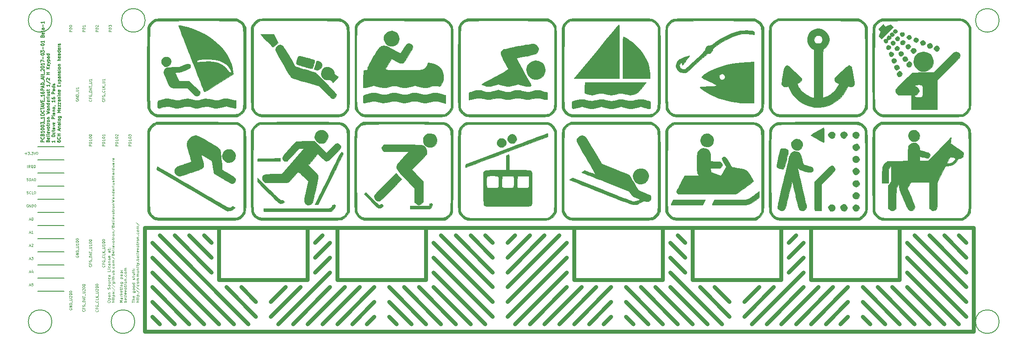
<source format=gbr>
G04 #@! TF.FileFunction,Legend,Top*
%FSLAX46Y46*%
G04 Gerber Fmt 4.6, Leading zero omitted, Abs format (unit mm)*
G04 Created by KiCad (PCBNEW 4.0.4-stable) date 03/02/17 16:11:59*
%MOMM*%
%LPD*%
G01*
G04 APERTURE LIST*
%ADD10C,0.100000*%
%ADD11C,0.112500*%
%ADD12C,0.150000*%
%ADD13C,0.800000*%
%ADD14C,0.010000*%
%ADD15C,0.125000*%
G04 APERTURE END LIST*
D10*
D11*
X18587321Y6852571D02*
X18587321Y6963048D01*
X18608750Y7018286D01*
X18651607Y7073524D01*
X18737321Y7101143D01*
X18887321Y7101143D01*
X18973036Y7073524D01*
X19015893Y7018286D01*
X19037321Y6963048D01*
X19037321Y6852571D01*
X19015893Y6797333D01*
X18973036Y6742095D01*
X18887321Y6714476D01*
X18737321Y6714476D01*
X18651607Y6742095D01*
X18608750Y6797333D01*
X18587321Y6852571D01*
X18737321Y7349714D02*
X19187321Y7349714D01*
X18758750Y7349714D02*
X18737321Y7404952D01*
X18737321Y7515429D01*
X18758750Y7570667D01*
X18780179Y7598286D01*
X18823036Y7625905D01*
X18951607Y7625905D01*
X18994464Y7598286D01*
X19015893Y7570667D01*
X19037321Y7515429D01*
X19037321Y7404952D01*
X19015893Y7349714D01*
X19015893Y8095429D02*
X19037321Y8040191D01*
X19037321Y7929714D01*
X19015893Y7874476D01*
X18973036Y7846857D01*
X18801607Y7846857D01*
X18758750Y7874476D01*
X18737321Y7929714D01*
X18737321Y8040191D01*
X18758750Y8095429D01*
X18801607Y8123048D01*
X18844464Y8123048D01*
X18887321Y7846857D01*
X18737321Y8371619D02*
X19037321Y8371619D01*
X18780179Y8371619D02*
X18758750Y8399238D01*
X18737321Y8454476D01*
X18737321Y8537334D01*
X18758750Y8592572D01*
X18801607Y8620191D01*
X19037321Y8620191D01*
X19015893Y9310667D02*
X19037321Y9393524D01*
X19037321Y9531620D01*
X19015893Y9586858D01*
X18994464Y9614477D01*
X18951607Y9642096D01*
X18908750Y9642096D01*
X18865893Y9614477D01*
X18844464Y9586858D01*
X18823036Y9531620D01*
X18801607Y9421143D01*
X18780179Y9365905D01*
X18758750Y9338286D01*
X18715893Y9310667D01*
X18673036Y9310667D01*
X18630179Y9338286D01*
X18608750Y9365905D01*
X18587321Y9421143D01*
X18587321Y9559239D01*
X18608750Y9642096D01*
X19037321Y9973524D02*
X19015893Y9918286D01*
X18994464Y9890667D01*
X18951607Y9863048D01*
X18823036Y9863048D01*
X18780179Y9890667D01*
X18758750Y9918286D01*
X18737321Y9973524D01*
X18737321Y10056382D01*
X18758750Y10111620D01*
X18780179Y10139239D01*
X18823036Y10166858D01*
X18951607Y10166858D01*
X18994464Y10139239D01*
X19015893Y10111620D01*
X19037321Y10056382D01*
X19037321Y9973524D01*
X18737321Y10664001D02*
X19037321Y10664001D01*
X18737321Y10415429D02*
X18973036Y10415429D01*
X19015893Y10443048D01*
X19037321Y10498286D01*
X19037321Y10581144D01*
X19015893Y10636382D01*
X18994464Y10664001D01*
X19037321Y10940191D02*
X18737321Y10940191D01*
X18823036Y10940191D02*
X18780179Y10967810D01*
X18758750Y10995429D01*
X18737321Y11050667D01*
X18737321Y11105906D01*
X19015893Y11547811D02*
X19037321Y11492573D01*
X19037321Y11382096D01*
X19015893Y11326858D01*
X18994464Y11299239D01*
X18951607Y11271620D01*
X18823036Y11271620D01*
X18780179Y11299239D01*
X18758750Y11326858D01*
X18737321Y11382096D01*
X18737321Y11492573D01*
X18758750Y11547811D01*
X19015893Y12017335D02*
X19037321Y11962097D01*
X19037321Y11851620D01*
X19015893Y11796382D01*
X18973036Y11768763D01*
X18801607Y11768763D01*
X18758750Y11796382D01*
X18737321Y11851620D01*
X18737321Y11962097D01*
X18758750Y12017335D01*
X18801607Y12044954D01*
X18844464Y12044954D01*
X18887321Y11768763D01*
X19037321Y13011621D02*
X19037321Y12735430D01*
X18587321Y12735430D01*
X19037321Y13204954D02*
X18737321Y13204954D01*
X18587321Y13204954D02*
X18608750Y13177335D01*
X18630179Y13204954D01*
X18608750Y13232573D01*
X18587321Y13204954D01*
X18630179Y13204954D01*
X19015893Y13729716D02*
X19037321Y13674478D01*
X19037321Y13564001D01*
X19015893Y13508763D01*
X18994464Y13481144D01*
X18951607Y13453525D01*
X18823036Y13453525D01*
X18780179Y13481144D01*
X18758750Y13508763D01*
X18737321Y13564001D01*
X18737321Y13674478D01*
X18758750Y13729716D01*
X19015893Y14199240D02*
X19037321Y14144002D01*
X19037321Y14033525D01*
X19015893Y13978287D01*
X18973036Y13950668D01*
X18801607Y13950668D01*
X18758750Y13978287D01*
X18737321Y14033525D01*
X18737321Y14144002D01*
X18758750Y14199240D01*
X18801607Y14226859D01*
X18844464Y14226859D01*
X18887321Y13950668D01*
X18737321Y14475430D02*
X19037321Y14475430D01*
X18780179Y14475430D02*
X18758750Y14503049D01*
X18737321Y14558287D01*
X18737321Y14641145D01*
X18758750Y14696383D01*
X18801607Y14724002D01*
X19037321Y14724002D01*
X19015893Y14972573D02*
X19037321Y15027811D01*
X19037321Y15138287D01*
X19015893Y15193526D01*
X18973036Y15221145D01*
X18951607Y15221145D01*
X18908750Y15193526D01*
X18887321Y15138287D01*
X18887321Y15055430D01*
X18865893Y15000192D01*
X18823036Y14972573D01*
X18801607Y14972573D01*
X18758750Y15000192D01*
X18737321Y15055430D01*
X18737321Y15138287D01*
X18758750Y15193526D01*
X19015893Y15690669D02*
X19037321Y15635431D01*
X19037321Y15524954D01*
X19015893Y15469716D01*
X18973036Y15442097D01*
X18801607Y15442097D01*
X18758750Y15469716D01*
X18737321Y15524954D01*
X18737321Y15635431D01*
X18758750Y15690669D01*
X18801607Y15718288D01*
X18844464Y15718288D01*
X18887321Y15442097D01*
X19037321Y16657336D02*
X18801607Y16657336D01*
X18758750Y16629717D01*
X18737321Y16574479D01*
X18737321Y16464002D01*
X18758750Y16408764D01*
X19015893Y16657336D02*
X19037321Y16602098D01*
X19037321Y16464002D01*
X19015893Y16408764D01*
X18973036Y16381145D01*
X18930179Y16381145D01*
X18887321Y16408764D01*
X18865893Y16464002D01*
X18865893Y16602098D01*
X18844464Y16657336D01*
X18737321Y16850669D02*
X18737321Y17071621D01*
X18587321Y16933526D02*
X18973036Y16933526D01*
X19015893Y16961145D01*
X19037321Y17016383D01*
X19037321Y17071621D01*
X18994464Y17264955D02*
X19015893Y17292574D01*
X19037321Y17264955D01*
X19015893Y17237336D01*
X18994464Y17264955D01*
X19037321Y17264955D01*
X18758750Y17264955D02*
X18780179Y17292574D01*
X18801607Y17264955D01*
X18780179Y17237336D01*
X18758750Y17264955D01*
X18801607Y17264955D01*
X19824821Y6742095D02*
X19374821Y6742095D01*
X19824821Y6990667D02*
X19589107Y6990667D01*
X19546250Y6963048D01*
X19524821Y6907810D01*
X19524821Y6824952D01*
X19546250Y6769714D01*
X19567679Y6742095D01*
X19524821Y7184000D02*
X19524821Y7404952D01*
X19374821Y7266857D02*
X19760536Y7266857D01*
X19803393Y7294476D01*
X19824821Y7349714D01*
X19824821Y7404952D01*
X19524821Y7515429D02*
X19524821Y7736381D01*
X19374821Y7598286D02*
X19760536Y7598286D01*
X19803393Y7625905D01*
X19824821Y7681143D01*
X19824821Y7736381D01*
X19524821Y7929715D02*
X19974821Y7929715D01*
X19546250Y7929715D02*
X19524821Y7984953D01*
X19524821Y8095430D01*
X19546250Y8150668D01*
X19567679Y8178287D01*
X19610536Y8205906D01*
X19739107Y8205906D01*
X19781964Y8178287D01*
X19803393Y8150668D01*
X19824821Y8095430D01*
X19824821Y7984953D01*
X19803393Y7929715D01*
X19803393Y8426858D02*
X19824821Y8482096D01*
X19824821Y8592572D01*
X19803393Y8647811D01*
X19760536Y8675430D01*
X19739107Y8675430D01*
X19696250Y8647811D01*
X19674821Y8592572D01*
X19674821Y8509715D01*
X19653393Y8454477D01*
X19610536Y8426858D01*
X19589107Y8426858D01*
X19546250Y8454477D01*
X19524821Y8509715D01*
X19524821Y8592572D01*
X19546250Y8647811D01*
X19781964Y8924001D02*
X19803393Y8951620D01*
X19824821Y8924001D01*
X19803393Y8896382D01*
X19781964Y8924001D01*
X19824821Y8924001D01*
X19546250Y8924001D02*
X19567679Y8951620D01*
X19589107Y8924001D01*
X19567679Y8896382D01*
X19546250Y8924001D01*
X19589107Y8924001D01*
X19353393Y9614477D02*
X19931964Y9117334D01*
X19353393Y10222096D02*
X19931964Y9724953D01*
X19524821Y10664001D02*
X19889107Y10664001D01*
X19931964Y10636382D01*
X19953393Y10608763D01*
X19974821Y10553524D01*
X19974821Y10470667D01*
X19953393Y10415429D01*
X19803393Y10664001D02*
X19824821Y10608763D01*
X19824821Y10498286D01*
X19803393Y10443048D01*
X19781964Y10415429D01*
X19739107Y10387810D01*
X19610536Y10387810D01*
X19567679Y10415429D01*
X19546250Y10443048D01*
X19524821Y10498286D01*
X19524821Y10608763D01*
X19546250Y10664001D01*
X19824821Y10940191D02*
X19524821Y10940191D01*
X19374821Y10940191D02*
X19396250Y10912572D01*
X19417679Y10940191D01*
X19396250Y10967810D01*
X19374821Y10940191D01*
X19417679Y10940191D01*
X19524821Y11133524D02*
X19524821Y11354476D01*
X19374821Y11216381D02*
X19760536Y11216381D01*
X19803393Y11244000D01*
X19824821Y11299238D01*
X19824821Y11354476D01*
X19824821Y11547810D02*
X19374821Y11547810D01*
X19824821Y11796382D02*
X19589107Y11796382D01*
X19546250Y11768763D01*
X19524821Y11713525D01*
X19524821Y11630667D01*
X19546250Y11575429D01*
X19567679Y11547810D01*
X19524821Y12321144D02*
X19824821Y12321144D01*
X19524821Y12072572D02*
X19760536Y12072572D01*
X19803393Y12100191D01*
X19824821Y12155429D01*
X19824821Y12238287D01*
X19803393Y12293525D01*
X19781964Y12321144D01*
X19824821Y12597334D02*
X19374821Y12597334D01*
X19546250Y12597334D02*
X19524821Y12652572D01*
X19524821Y12763049D01*
X19546250Y12818287D01*
X19567679Y12845906D01*
X19610536Y12873525D01*
X19739107Y12873525D01*
X19781964Y12845906D01*
X19803393Y12818287D01*
X19824821Y12763049D01*
X19824821Y12652572D01*
X19803393Y12597334D01*
X19781964Y13122096D02*
X19803393Y13149715D01*
X19824821Y13122096D01*
X19803393Y13094477D01*
X19781964Y13122096D01*
X19824821Y13122096D01*
X19803393Y13646858D02*
X19824821Y13591620D01*
X19824821Y13481143D01*
X19803393Y13425905D01*
X19781964Y13398286D01*
X19739107Y13370667D01*
X19610536Y13370667D01*
X19567679Y13398286D01*
X19546250Y13425905D01*
X19524821Y13481143D01*
X19524821Y13591620D01*
X19546250Y13646858D01*
X19824821Y13978286D02*
X19803393Y13923048D01*
X19781964Y13895429D01*
X19739107Y13867810D01*
X19610536Y13867810D01*
X19567679Y13895429D01*
X19546250Y13923048D01*
X19524821Y13978286D01*
X19524821Y14061144D01*
X19546250Y14116382D01*
X19567679Y14144001D01*
X19610536Y14171620D01*
X19739107Y14171620D01*
X19781964Y14144001D01*
X19803393Y14116382D01*
X19824821Y14061144D01*
X19824821Y13978286D01*
X19824821Y14420191D02*
X19524821Y14420191D01*
X19567679Y14420191D02*
X19546250Y14447810D01*
X19524821Y14503048D01*
X19524821Y14585906D01*
X19546250Y14641144D01*
X19589107Y14668763D01*
X19824821Y14668763D01*
X19589107Y14668763D02*
X19546250Y14696382D01*
X19524821Y14751620D01*
X19524821Y14834477D01*
X19546250Y14889715D01*
X19589107Y14917334D01*
X19824821Y14917334D01*
X19353393Y15607810D02*
X19931964Y15110667D01*
X19589107Y15994477D02*
X19610536Y16077334D01*
X19631964Y16104953D01*
X19674821Y16132572D01*
X19739107Y16132572D01*
X19781964Y16104953D01*
X19803393Y16077334D01*
X19824821Y16022096D01*
X19824821Y15801143D01*
X19374821Y15801143D01*
X19374821Y15994477D01*
X19396250Y16049715D01*
X19417679Y16077334D01*
X19460536Y16104953D01*
X19503393Y16104953D01*
X19546250Y16077334D01*
X19567679Y16049715D01*
X19589107Y15994477D01*
X19589107Y15801143D01*
X19803393Y16602096D02*
X19824821Y16546858D01*
X19824821Y16436381D01*
X19803393Y16381143D01*
X19760536Y16353524D01*
X19589107Y16353524D01*
X19546250Y16381143D01*
X19524821Y16436381D01*
X19524821Y16546858D01*
X19546250Y16602096D01*
X19589107Y16629715D01*
X19631964Y16629715D01*
X19674821Y16353524D01*
X19824821Y16961143D02*
X19803393Y16905905D01*
X19760536Y16878286D01*
X19374821Y16878286D01*
X19824821Y17182096D02*
X19524821Y17182096D01*
X19374821Y17182096D02*
X19396250Y17154477D01*
X19417679Y17182096D01*
X19396250Y17209715D01*
X19374821Y17182096D01*
X19417679Y17182096D01*
X19803393Y17679239D02*
X19824821Y17624001D01*
X19824821Y17513524D01*
X19803393Y17458286D01*
X19760536Y17430667D01*
X19589107Y17430667D01*
X19546250Y17458286D01*
X19524821Y17513524D01*
X19524821Y17624001D01*
X19546250Y17679239D01*
X19589107Y17706858D01*
X19631964Y17706858D01*
X19674821Y17430667D01*
X19524821Y17900191D02*
X19824821Y18038286D01*
X19524821Y18176382D01*
X19824821Y18480191D02*
X19803393Y18424953D01*
X19781964Y18397334D01*
X19739107Y18369715D01*
X19610536Y18369715D01*
X19567679Y18397334D01*
X19546250Y18424953D01*
X19524821Y18480191D01*
X19524821Y18563049D01*
X19546250Y18618287D01*
X19567679Y18645906D01*
X19610536Y18673525D01*
X19739107Y18673525D01*
X19781964Y18645906D01*
X19803393Y18618287D01*
X19824821Y18563049D01*
X19824821Y18480191D01*
X19524821Y18839239D02*
X19524821Y19060191D01*
X19374821Y18922096D02*
X19760536Y18922096D01*
X19803393Y18949715D01*
X19824821Y19004953D01*
X19824821Y19060191D01*
X19824821Y19253525D02*
X19524821Y19253525D01*
X19610536Y19253525D02*
X19567679Y19281144D01*
X19546250Y19308763D01*
X19524821Y19364001D01*
X19524821Y19419240D01*
X19824821Y19695430D02*
X19803393Y19640192D01*
X19781964Y19612573D01*
X19739107Y19584954D01*
X19610536Y19584954D01*
X19567679Y19612573D01*
X19546250Y19640192D01*
X19524821Y19695430D01*
X19524821Y19778288D01*
X19546250Y19833526D01*
X19567679Y19861145D01*
X19610536Y19888764D01*
X19739107Y19888764D01*
X19781964Y19861145D01*
X19803393Y19833526D01*
X19824821Y19778288D01*
X19824821Y19695430D01*
X19524821Y20137335D02*
X19824821Y20137335D01*
X19567679Y20137335D02*
X19546250Y20164954D01*
X19524821Y20220192D01*
X19524821Y20303050D01*
X19546250Y20358288D01*
X19589107Y20385907D01*
X19824821Y20385907D01*
X19353393Y21076383D02*
X19931964Y20579240D01*
X19589107Y21463050D02*
X19610536Y21545907D01*
X19631964Y21573526D01*
X19674821Y21601145D01*
X19739107Y21601145D01*
X19781964Y21573526D01*
X19803393Y21545907D01*
X19824821Y21490669D01*
X19824821Y21269716D01*
X19374821Y21269716D01*
X19374821Y21463050D01*
X19396250Y21518288D01*
X19417679Y21545907D01*
X19460536Y21573526D01*
X19503393Y21573526D01*
X19546250Y21545907D01*
X19567679Y21518288D01*
X19589107Y21463050D01*
X19589107Y21269716D01*
X19803393Y22070669D02*
X19824821Y22015431D01*
X19824821Y21904954D01*
X19803393Y21849716D01*
X19760536Y21822097D01*
X19589107Y21822097D01*
X19546250Y21849716D01*
X19524821Y21904954D01*
X19524821Y22015431D01*
X19546250Y22070669D01*
X19589107Y22098288D01*
X19631964Y22098288D01*
X19674821Y21822097D01*
X19824821Y22429716D02*
X19803393Y22374478D01*
X19760536Y22346859D01*
X19374821Y22346859D01*
X19824821Y22650669D02*
X19524821Y22650669D01*
X19374821Y22650669D02*
X19396250Y22623050D01*
X19417679Y22650669D01*
X19396250Y22678288D01*
X19374821Y22650669D01*
X19417679Y22650669D01*
X19803393Y23147812D02*
X19824821Y23092574D01*
X19824821Y22982097D01*
X19803393Y22926859D01*
X19760536Y22899240D01*
X19589107Y22899240D01*
X19546250Y22926859D01*
X19524821Y22982097D01*
X19524821Y23092574D01*
X19546250Y23147812D01*
X19589107Y23175431D01*
X19631964Y23175431D01*
X19674821Y22899240D01*
X19524821Y23368764D02*
X19824821Y23506859D01*
X19524821Y23644955D01*
X19824821Y23948764D02*
X19803393Y23893526D01*
X19781964Y23865907D01*
X19739107Y23838288D01*
X19610536Y23838288D01*
X19567679Y23865907D01*
X19546250Y23893526D01*
X19524821Y23948764D01*
X19524821Y24031622D01*
X19546250Y24086860D01*
X19567679Y24114479D01*
X19610536Y24142098D01*
X19739107Y24142098D01*
X19781964Y24114479D01*
X19803393Y24086860D01*
X19824821Y24031622D01*
X19824821Y23948764D01*
X19524821Y24307812D02*
X19524821Y24528764D01*
X19374821Y24390669D02*
X19760536Y24390669D01*
X19803393Y24418288D01*
X19824821Y24473526D01*
X19824821Y24528764D01*
X19824821Y24722098D02*
X19524821Y24722098D01*
X19610536Y24722098D02*
X19567679Y24749717D01*
X19546250Y24777336D01*
X19524821Y24832574D01*
X19524821Y24887813D01*
X19824821Y25164003D02*
X19803393Y25108765D01*
X19781964Y25081146D01*
X19739107Y25053527D01*
X19610536Y25053527D01*
X19567679Y25081146D01*
X19546250Y25108765D01*
X19524821Y25164003D01*
X19524821Y25246861D01*
X19546250Y25302099D01*
X19567679Y25329718D01*
X19610536Y25357337D01*
X19739107Y25357337D01*
X19781964Y25329718D01*
X19803393Y25302099D01*
X19824821Y25246861D01*
X19824821Y25164003D01*
X19524821Y25605908D02*
X19824821Y25605908D01*
X19567679Y25605908D02*
X19546250Y25633527D01*
X19524821Y25688765D01*
X19524821Y25771623D01*
X19546250Y25826861D01*
X19589107Y25854480D01*
X19824821Y25854480D01*
X19374821Y26075432D02*
X19824821Y26213527D01*
X19503393Y26324004D01*
X19824821Y26434480D01*
X19374821Y26572575D01*
X19824821Y27042099D02*
X19589107Y27042099D01*
X19546250Y27014480D01*
X19524821Y26959242D01*
X19524821Y26848765D01*
X19546250Y26793527D01*
X19803393Y27042099D02*
X19824821Y26986861D01*
X19824821Y26848765D01*
X19803393Y26793527D01*
X19760536Y26765908D01*
X19717679Y26765908D01*
X19674821Y26793527D01*
X19653393Y26848765D01*
X19653393Y26986861D01*
X19631964Y27042099D01*
X19524821Y27318289D02*
X19824821Y27318289D01*
X19567679Y27318289D02*
X19546250Y27345908D01*
X19524821Y27401146D01*
X19524821Y27484004D01*
X19546250Y27539242D01*
X19589107Y27566861D01*
X19824821Y27566861D01*
X19824821Y28091623D02*
X19374821Y28091623D01*
X19803393Y28091623D02*
X19824821Y28036385D01*
X19824821Y27925908D01*
X19803393Y27870670D01*
X19781964Y27843051D01*
X19739107Y27815432D01*
X19610536Y27815432D01*
X19567679Y27843051D01*
X19546250Y27870670D01*
X19524821Y27925908D01*
X19524821Y28036385D01*
X19546250Y28091623D01*
X19803393Y28588766D02*
X19824821Y28533528D01*
X19824821Y28423051D01*
X19803393Y28367813D01*
X19760536Y28340194D01*
X19589107Y28340194D01*
X19546250Y28367813D01*
X19524821Y28423051D01*
X19524821Y28533528D01*
X19546250Y28588766D01*
X19589107Y28616385D01*
X19631964Y28616385D01*
X19674821Y28340194D01*
X19824821Y28864956D02*
X19524821Y28864956D01*
X19610536Y28864956D02*
X19567679Y28892575D01*
X19546250Y28920194D01*
X19524821Y28975432D01*
X19524821Y29030671D01*
X19824821Y29306861D02*
X19803393Y29251623D01*
X19760536Y29224004D01*
X19374821Y29224004D01*
X19524821Y29776386D02*
X19824821Y29776386D01*
X19524821Y29527814D02*
X19760536Y29527814D01*
X19803393Y29555433D01*
X19824821Y29610671D01*
X19824821Y29693529D01*
X19803393Y29748767D01*
X19781964Y29776386D01*
X19803393Y30024957D02*
X19824821Y30080195D01*
X19824821Y30190671D01*
X19803393Y30245910D01*
X19760536Y30273529D01*
X19739107Y30273529D01*
X19696250Y30245910D01*
X19674821Y30190671D01*
X19674821Y30107814D01*
X19653393Y30052576D01*
X19610536Y30024957D01*
X19589107Y30024957D01*
X19546250Y30052576D01*
X19524821Y30107814D01*
X19524821Y30190671D01*
X19546250Y30245910D01*
X19524821Y30439243D02*
X19524821Y30660195D01*
X19374821Y30522100D02*
X19760536Y30522100D01*
X19803393Y30549719D01*
X19824821Y30604957D01*
X19824821Y30660195D01*
X19824821Y30853529D02*
X19374821Y30853529D01*
X19589107Y30853529D02*
X19589107Y31184958D01*
X19824821Y31184958D02*
X19374821Y31184958D01*
X19824821Y31709720D02*
X19589107Y31709720D01*
X19546250Y31682101D01*
X19524821Y31626863D01*
X19524821Y31516386D01*
X19546250Y31461148D01*
X19803393Y31709720D02*
X19824821Y31654482D01*
X19824821Y31516386D01*
X19803393Y31461148D01*
X19760536Y31433529D01*
X19717679Y31433529D01*
X19674821Y31461148D01*
X19653393Y31516386D01*
X19653393Y31654482D01*
X19631964Y31709720D01*
X19824821Y31985910D02*
X19524821Y31985910D01*
X19610536Y31985910D02*
X19567679Y32013529D01*
X19546250Y32041148D01*
X19524821Y32096386D01*
X19524821Y32151625D01*
X19824821Y32593530D02*
X19374821Y32593530D01*
X19803393Y32593530D02*
X19824821Y32538292D01*
X19824821Y32427815D01*
X19803393Y32372577D01*
X19781964Y32344958D01*
X19739107Y32317339D01*
X19610536Y32317339D01*
X19567679Y32344958D01*
X19546250Y32372577D01*
X19524821Y32427815D01*
X19524821Y32538292D01*
X19546250Y32593530D01*
X19524821Y32814482D02*
X19824821Y32924958D01*
X19610536Y33035435D01*
X19824821Y33145911D01*
X19524821Y33256387D01*
X19824821Y33725911D02*
X19589107Y33725911D01*
X19546250Y33698292D01*
X19524821Y33643054D01*
X19524821Y33532577D01*
X19546250Y33477339D01*
X19803393Y33725911D02*
X19824821Y33670673D01*
X19824821Y33532577D01*
X19803393Y33477339D01*
X19760536Y33449720D01*
X19717679Y33449720D01*
X19674821Y33477339D01*
X19653393Y33532577D01*
X19653393Y33670673D01*
X19631964Y33725911D01*
X19824821Y34002101D02*
X19524821Y34002101D01*
X19610536Y34002101D02*
X19567679Y34029720D01*
X19546250Y34057339D01*
X19524821Y34112577D01*
X19524821Y34167816D01*
X19803393Y34582102D02*
X19824821Y34526864D01*
X19824821Y34416387D01*
X19803393Y34361149D01*
X19760536Y34333530D01*
X19589107Y34333530D01*
X19546250Y34361149D01*
X19524821Y34416387D01*
X19524821Y34526864D01*
X19546250Y34582102D01*
X19589107Y34609721D01*
X19631964Y34609721D01*
X19674821Y34333530D01*
X21399821Y6742095D02*
X20949821Y6742095D01*
X21271250Y6935429D01*
X20949821Y7128762D01*
X21399821Y7128762D01*
X21399821Y7653524D02*
X21164107Y7653524D01*
X21121250Y7625905D01*
X21099821Y7570667D01*
X21099821Y7460190D01*
X21121250Y7404952D01*
X21378393Y7653524D02*
X21399821Y7598286D01*
X21399821Y7460190D01*
X21378393Y7404952D01*
X21335536Y7377333D01*
X21292679Y7377333D01*
X21249821Y7404952D01*
X21228393Y7460190D01*
X21228393Y7598286D01*
X21206964Y7653524D01*
X21399821Y7929714D02*
X21099821Y7929714D01*
X21185536Y7929714D02*
X21142679Y7957333D01*
X21121250Y7984952D01*
X21099821Y8040190D01*
X21099821Y8095429D01*
X21399821Y8288762D02*
X20949821Y8288762D01*
X21228393Y8344000D02*
X21399821Y8509715D01*
X21099821Y8509715D02*
X21271250Y8288762D01*
X21378393Y8979239D02*
X21399821Y8924001D01*
X21399821Y8813524D01*
X21378393Y8758286D01*
X21335536Y8730667D01*
X21164107Y8730667D01*
X21121250Y8758286D01*
X21099821Y8813524D01*
X21099821Y8924001D01*
X21121250Y8979239D01*
X21164107Y9006858D01*
X21206964Y9006858D01*
X21249821Y8730667D01*
X21099821Y9172572D02*
X21099821Y9393524D01*
X20949821Y9255429D02*
X21335536Y9255429D01*
X21378393Y9283048D01*
X21399821Y9338286D01*
X21399821Y9393524D01*
X21399821Y9586858D02*
X21099821Y9586858D01*
X20949821Y9586858D02*
X20971250Y9559239D01*
X20992679Y9586858D01*
X20971250Y9614477D01*
X20949821Y9586858D01*
X20992679Y9586858D01*
X21099821Y9863048D02*
X21399821Y9863048D01*
X21142679Y9863048D02*
X21121250Y9890667D01*
X21099821Y9945905D01*
X21099821Y10028763D01*
X21121250Y10084001D01*
X21164107Y10111620D01*
X21399821Y10111620D01*
X21099821Y10636382D02*
X21464107Y10636382D01*
X21506964Y10608763D01*
X21528393Y10581144D01*
X21549821Y10525905D01*
X21549821Y10443048D01*
X21528393Y10387810D01*
X21378393Y10636382D02*
X21399821Y10581144D01*
X21399821Y10470667D01*
X21378393Y10415429D01*
X21356964Y10387810D01*
X21314107Y10360191D01*
X21185536Y10360191D01*
X21142679Y10387810D01*
X21121250Y10415429D01*
X21099821Y10470667D01*
X21099821Y10581144D01*
X21121250Y10636382D01*
X21099821Y11354477D02*
X21549821Y11354477D01*
X21121250Y11354477D02*
X21099821Y11409715D01*
X21099821Y11520192D01*
X21121250Y11575430D01*
X21142679Y11603049D01*
X21185536Y11630668D01*
X21314107Y11630668D01*
X21356964Y11603049D01*
X21378393Y11575430D01*
X21399821Y11520192D01*
X21399821Y11409715D01*
X21378393Y11354477D01*
X21399821Y12127811D02*
X21164107Y12127811D01*
X21121250Y12100192D01*
X21099821Y12044954D01*
X21099821Y11934477D01*
X21121250Y11879239D01*
X21378393Y12127811D02*
X21399821Y12072573D01*
X21399821Y11934477D01*
X21378393Y11879239D01*
X21335536Y11851620D01*
X21292679Y11851620D01*
X21249821Y11879239D01*
X21228393Y11934477D01*
X21228393Y12072573D01*
X21206964Y12127811D01*
X21099821Y12404001D02*
X21549821Y12404001D01*
X21121250Y12404001D02*
X21099821Y12459239D01*
X21099821Y12569716D01*
X21121250Y12624954D01*
X21142679Y12652573D01*
X21185536Y12680192D01*
X21314107Y12680192D01*
X21356964Y12652573D01*
X21378393Y12624954D01*
X21399821Y12569716D01*
X21399821Y12459239D01*
X21378393Y12404001D01*
X21356964Y12928763D02*
X21378393Y12956382D01*
X21399821Y12928763D01*
X21378393Y12901144D01*
X21356964Y12928763D01*
X21399821Y12928763D01*
X21121250Y12928763D02*
X21142679Y12956382D01*
X21164107Y12928763D01*
X21142679Y12901144D01*
X21121250Y12928763D01*
X21164107Y12928763D01*
X22187321Y6742095D02*
X21737321Y6742095D01*
X21908750Y6742095D02*
X21887321Y6797333D01*
X21887321Y6907810D01*
X21908750Y6963048D01*
X21930179Y6990667D01*
X21973036Y7018286D01*
X22101607Y7018286D01*
X22144464Y6990667D01*
X22165893Y6963048D01*
X22187321Y6907810D01*
X22187321Y6797333D01*
X22165893Y6742095D01*
X22165893Y7487810D02*
X22187321Y7432572D01*
X22187321Y7322095D01*
X22165893Y7266857D01*
X22123036Y7239238D01*
X21951607Y7239238D01*
X21908750Y7266857D01*
X21887321Y7322095D01*
X21887321Y7432572D01*
X21908750Y7487810D01*
X21951607Y7515429D01*
X21994464Y7515429D01*
X22037321Y7239238D01*
X22187321Y7846857D02*
X22165893Y7791619D01*
X22123036Y7764000D01*
X21737321Y7764000D01*
X22187321Y8067810D02*
X21887321Y8067810D01*
X21737321Y8067810D02*
X21758750Y8040191D01*
X21780179Y8067810D01*
X21758750Y8095429D01*
X21737321Y8067810D01*
X21780179Y8067810D01*
X22165893Y8564953D02*
X22187321Y8509715D01*
X22187321Y8399238D01*
X22165893Y8344000D01*
X22123036Y8316381D01*
X21951607Y8316381D01*
X21908750Y8344000D01*
X21887321Y8399238D01*
X21887321Y8509715D01*
X21908750Y8564953D01*
X21951607Y8592572D01*
X21994464Y8592572D01*
X22037321Y8316381D01*
X21887321Y8785905D02*
X22187321Y8924000D01*
X21887321Y9062096D01*
X22187321Y9365905D02*
X22165893Y9310667D01*
X22144464Y9283048D01*
X22101607Y9255429D01*
X21973036Y9255429D01*
X21930179Y9283048D01*
X21908750Y9310667D01*
X21887321Y9365905D01*
X21887321Y9448763D01*
X21908750Y9504001D01*
X21930179Y9531620D01*
X21973036Y9559239D01*
X22101607Y9559239D01*
X22144464Y9531620D01*
X22165893Y9504001D01*
X22187321Y9448763D01*
X22187321Y9365905D01*
X21887321Y9724953D02*
X21887321Y9945905D01*
X21737321Y9807810D02*
X22123036Y9807810D01*
X22165893Y9835429D01*
X22187321Y9890667D01*
X22187321Y9945905D01*
X22187321Y10139239D02*
X21887321Y10139239D01*
X21973036Y10139239D02*
X21930179Y10166858D01*
X21908750Y10194477D01*
X21887321Y10249715D01*
X21887321Y10304954D01*
X22187321Y10581144D02*
X22165893Y10525906D01*
X22144464Y10498287D01*
X22101607Y10470668D01*
X21973036Y10470668D01*
X21930179Y10498287D01*
X21908750Y10525906D01*
X21887321Y10581144D01*
X21887321Y10664002D01*
X21908750Y10719240D01*
X21930179Y10746859D01*
X21973036Y10774478D01*
X22101607Y10774478D01*
X22144464Y10746859D01*
X22165893Y10719240D01*
X22187321Y10664002D01*
X22187321Y10581144D01*
X21887321Y11023049D02*
X22187321Y11023049D01*
X21930179Y11023049D02*
X21908750Y11050668D01*
X21887321Y11105906D01*
X21887321Y11188764D01*
X21908750Y11244002D01*
X21951607Y11271621D01*
X22187321Y11271621D01*
X22144464Y11547811D02*
X22165893Y11575430D01*
X22187321Y11547811D01*
X22165893Y11520192D01*
X22144464Y11547811D01*
X22187321Y11547811D01*
X22165893Y12072573D02*
X22187321Y12017335D01*
X22187321Y11906858D01*
X22165893Y11851620D01*
X22144464Y11824001D01*
X22101607Y11796382D01*
X21973036Y11796382D01*
X21930179Y11824001D01*
X21908750Y11851620D01*
X21887321Y11906858D01*
X21887321Y12017335D01*
X21908750Y12072573D01*
X22187321Y12404001D02*
X22165893Y12348763D01*
X22144464Y12321144D01*
X22101607Y12293525D01*
X21973036Y12293525D01*
X21930179Y12321144D01*
X21908750Y12348763D01*
X21887321Y12404001D01*
X21887321Y12486859D01*
X21908750Y12542097D01*
X21930179Y12569716D01*
X21973036Y12597335D01*
X22101607Y12597335D01*
X22144464Y12569716D01*
X22165893Y12542097D01*
X22187321Y12486859D01*
X22187321Y12404001D01*
X22187321Y12845906D02*
X21887321Y12845906D01*
X21930179Y12845906D02*
X21908750Y12873525D01*
X21887321Y12928763D01*
X21887321Y13011621D01*
X21908750Y13066859D01*
X21951607Y13094478D01*
X22187321Y13094478D01*
X21951607Y13094478D02*
X21908750Y13122097D01*
X21887321Y13177335D01*
X21887321Y13260192D01*
X21908750Y13315430D01*
X21951607Y13343049D01*
X22187321Y13343049D01*
X23312321Y6659238D02*
X23312321Y6990667D01*
X23762321Y6824952D02*
X23312321Y6824952D01*
X23762321Y7184000D02*
X23312321Y7184000D01*
X23762321Y7432572D02*
X23526607Y7432572D01*
X23483750Y7404953D01*
X23462321Y7349715D01*
X23462321Y7266857D01*
X23483750Y7211619D01*
X23505179Y7184000D01*
X23740893Y7929715D02*
X23762321Y7874477D01*
X23762321Y7764000D01*
X23740893Y7708762D01*
X23698036Y7681143D01*
X23526607Y7681143D01*
X23483750Y7708762D01*
X23462321Y7764000D01*
X23462321Y7874477D01*
X23483750Y7929715D01*
X23526607Y7957334D01*
X23569464Y7957334D01*
X23612321Y7681143D01*
X23462321Y8896382D02*
X23826607Y8896382D01*
X23869464Y8868763D01*
X23890893Y8841144D01*
X23912321Y8785905D01*
X23912321Y8703048D01*
X23890893Y8647810D01*
X23740893Y8896382D02*
X23762321Y8841144D01*
X23762321Y8730667D01*
X23740893Y8675429D01*
X23719464Y8647810D01*
X23676607Y8620191D01*
X23548036Y8620191D01*
X23505179Y8647810D01*
X23483750Y8675429D01*
X23462321Y8730667D01*
X23462321Y8841144D01*
X23483750Y8896382D01*
X23762321Y9255429D02*
X23740893Y9200191D01*
X23719464Y9172572D01*
X23676607Y9144953D01*
X23548036Y9144953D01*
X23505179Y9172572D01*
X23483750Y9200191D01*
X23462321Y9255429D01*
X23462321Y9338287D01*
X23483750Y9393525D01*
X23505179Y9421144D01*
X23548036Y9448763D01*
X23676607Y9448763D01*
X23719464Y9421144D01*
X23740893Y9393525D01*
X23762321Y9338287D01*
X23762321Y9255429D01*
X23762321Y9780191D02*
X23740893Y9724953D01*
X23719464Y9697334D01*
X23676607Y9669715D01*
X23548036Y9669715D01*
X23505179Y9697334D01*
X23483750Y9724953D01*
X23462321Y9780191D01*
X23462321Y9863049D01*
X23483750Y9918287D01*
X23505179Y9945906D01*
X23548036Y9973525D01*
X23676607Y9973525D01*
X23719464Y9945906D01*
X23740893Y9918287D01*
X23762321Y9863049D01*
X23762321Y9780191D01*
X23762321Y10470668D02*
X23312321Y10470668D01*
X23740893Y10470668D02*
X23762321Y10415430D01*
X23762321Y10304953D01*
X23740893Y10249715D01*
X23719464Y10222096D01*
X23676607Y10194477D01*
X23548036Y10194477D01*
X23505179Y10222096D01*
X23483750Y10249715D01*
X23462321Y10304953D01*
X23462321Y10415430D01*
X23483750Y10470668D01*
X23740893Y11161144D02*
X23762321Y11216382D01*
X23762321Y11326858D01*
X23740893Y11382097D01*
X23698036Y11409716D01*
X23676607Y11409716D01*
X23633750Y11382097D01*
X23612321Y11326858D01*
X23612321Y11244001D01*
X23590893Y11188763D01*
X23548036Y11161144D01*
X23526607Y11161144D01*
X23483750Y11188763D01*
X23462321Y11244001D01*
X23462321Y11326858D01*
X23483750Y11382097D01*
X23462321Y11575430D02*
X23462321Y11796382D01*
X23312321Y11658287D02*
X23698036Y11658287D01*
X23740893Y11685906D01*
X23762321Y11741144D01*
X23762321Y11796382D01*
X23462321Y12238288D02*
X23762321Y12238288D01*
X23462321Y11989716D02*
X23698036Y11989716D01*
X23740893Y12017335D01*
X23762321Y12072573D01*
X23762321Y12155431D01*
X23740893Y12210669D01*
X23719464Y12238288D01*
X23462321Y12431621D02*
X23462321Y12652573D01*
X23762321Y12514478D02*
X23376607Y12514478D01*
X23333750Y12542097D01*
X23312321Y12597335D01*
X23312321Y12652573D01*
X23462321Y12763050D02*
X23462321Y12984002D01*
X23762321Y12845907D02*
X23376607Y12845907D01*
X23333750Y12873526D01*
X23312321Y12928764D01*
X23312321Y12984002D01*
X23719464Y13177336D02*
X23740893Y13204955D01*
X23762321Y13177336D01*
X23740893Y13149717D01*
X23719464Y13177336D01*
X23762321Y13177336D01*
X23483750Y13177336D02*
X23505179Y13204955D01*
X23526607Y13177336D01*
X23505179Y13149717D01*
X23483750Y13177336D01*
X23526607Y13177336D01*
X24549821Y6742095D02*
X24099821Y6742095D01*
X24549821Y6990667D02*
X24314107Y6990667D01*
X24271250Y6963048D01*
X24249821Y6907810D01*
X24249821Y6824952D01*
X24271250Y6769714D01*
X24292679Y6742095D01*
X24249821Y7184000D02*
X24249821Y7404952D01*
X24099821Y7266857D02*
X24485536Y7266857D01*
X24528393Y7294476D01*
X24549821Y7349714D01*
X24549821Y7404952D01*
X24249821Y7515429D02*
X24249821Y7736381D01*
X24099821Y7598286D02*
X24485536Y7598286D01*
X24528393Y7625905D01*
X24549821Y7681143D01*
X24549821Y7736381D01*
X24249821Y7929715D02*
X24699821Y7929715D01*
X24271250Y7929715D02*
X24249821Y7984953D01*
X24249821Y8095430D01*
X24271250Y8150668D01*
X24292679Y8178287D01*
X24335536Y8205906D01*
X24464107Y8205906D01*
X24506964Y8178287D01*
X24528393Y8150668D01*
X24549821Y8095430D01*
X24549821Y7984953D01*
X24528393Y7929715D01*
X24506964Y8454477D02*
X24528393Y8482096D01*
X24549821Y8454477D01*
X24528393Y8426858D01*
X24506964Y8454477D01*
X24549821Y8454477D01*
X24271250Y8454477D02*
X24292679Y8482096D01*
X24314107Y8454477D01*
X24292679Y8426858D01*
X24271250Y8454477D01*
X24314107Y8454477D01*
X24078393Y9144953D02*
X24656964Y8647810D01*
X24078393Y9752572D02*
X24656964Y9255429D01*
X24528393Y10194477D02*
X24549821Y10139239D01*
X24549821Y10028762D01*
X24528393Y9973524D01*
X24506964Y9945905D01*
X24464107Y9918286D01*
X24335536Y9918286D01*
X24292679Y9945905D01*
X24271250Y9973524D01*
X24249821Y10028762D01*
X24249821Y10139239D01*
X24271250Y10194477D01*
X24549821Y10525905D02*
X24528393Y10470667D01*
X24506964Y10443048D01*
X24464107Y10415429D01*
X24335536Y10415429D01*
X24292679Y10443048D01*
X24271250Y10470667D01*
X24249821Y10525905D01*
X24249821Y10608763D01*
X24271250Y10664001D01*
X24292679Y10691620D01*
X24335536Y10719239D01*
X24464107Y10719239D01*
X24506964Y10691620D01*
X24528393Y10664001D01*
X24549821Y10608763D01*
X24549821Y10525905D01*
X24549821Y10967810D02*
X24249821Y10967810D01*
X24292679Y10967810D02*
X24271250Y10995429D01*
X24249821Y11050667D01*
X24249821Y11133525D01*
X24271250Y11188763D01*
X24314107Y11216382D01*
X24549821Y11216382D01*
X24314107Y11216382D02*
X24271250Y11244001D01*
X24249821Y11299239D01*
X24249821Y11382096D01*
X24271250Y11437334D01*
X24314107Y11464953D01*
X24549821Y11464953D01*
X24549821Y11741143D02*
X24249821Y11741143D01*
X24292679Y11741143D02*
X24271250Y11768762D01*
X24249821Y11824000D01*
X24249821Y11906858D01*
X24271250Y11962096D01*
X24314107Y11989715D01*
X24549821Y11989715D01*
X24314107Y11989715D02*
X24271250Y12017334D01*
X24249821Y12072572D01*
X24249821Y12155429D01*
X24271250Y12210667D01*
X24314107Y12238286D01*
X24549821Y12238286D01*
X24249821Y12763048D02*
X24549821Y12763048D01*
X24249821Y12514476D02*
X24485536Y12514476D01*
X24528393Y12542095D01*
X24549821Y12597333D01*
X24549821Y12680191D01*
X24528393Y12735429D01*
X24506964Y12763048D01*
X24249821Y13039238D02*
X24549821Y13039238D01*
X24292679Y13039238D02*
X24271250Y13066857D01*
X24249821Y13122095D01*
X24249821Y13204953D01*
X24271250Y13260191D01*
X24314107Y13287810D01*
X24549821Y13287810D01*
X24549821Y13564000D02*
X24249821Y13564000D01*
X24099821Y13564000D02*
X24121250Y13536381D01*
X24142679Y13564000D01*
X24121250Y13591619D01*
X24099821Y13564000D01*
X24142679Y13564000D01*
X24249821Y13757333D02*
X24249821Y13978285D01*
X24099821Y13840190D02*
X24485536Y13840190D01*
X24528393Y13867809D01*
X24549821Y13923047D01*
X24549821Y13978285D01*
X24249821Y14116381D02*
X24549821Y14254476D01*
X24249821Y14392572D02*
X24549821Y14254476D01*
X24656964Y14199238D01*
X24678393Y14171619D01*
X24699821Y14116381D01*
X24506964Y14613524D02*
X24528393Y14641143D01*
X24549821Y14613524D01*
X24528393Y14585905D01*
X24506964Y14613524D01*
X24549821Y14613524D01*
X24549821Y14889714D02*
X24099821Y14889714D01*
X24271250Y14889714D02*
X24249821Y14944952D01*
X24249821Y15055429D01*
X24271250Y15110667D01*
X24292679Y15138286D01*
X24335536Y15165905D01*
X24464107Y15165905D01*
X24506964Y15138286D01*
X24528393Y15110667D01*
X24549821Y15055429D01*
X24549821Y14944952D01*
X24528393Y14889714D01*
X24528393Y15635429D02*
X24549821Y15580191D01*
X24549821Y15469714D01*
X24528393Y15414476D01*
X24485536Y15386857D01*
X24314107Y15386857D01*
X24271250Y15414476D01*
X24249821Y15469714D01*
X24249821Y15580191D01*
X24271250Y15635429D01*
X24314107Y15663048D01*
X24356964Y15663048D01*
X24399821Y15386857D01*
X24549821Y15994476D02*
X24528393Y15939238D01*
X24485536Y15911619D01*
X24099821Y15911619D01*
X24549821Y16215429D02*
X24249821Y16215429D01*
X24099821Y16215429D02*
X24121250Y16187810D01*
X24142679Y16215429D01*
X24121250Y16243048D01*
X24099821Y16215429D01*
X24142679Y16215429D01*
X24528393Y16712572D02*
X24549821Y16657334D01*
X24549821Y16546857D01*
X24528393Y16491619D01*
X24485536Y16464000D01*
X24314107Y16464000D01*
X24271250Y16491619D01*
X24249821Y16546857D01*
X24249821Y16657334D01*
X24271250Y16712572D01*
X24314107Y16740191D01*
X24356964Y16740191D01*
X24399821Y16464000D01*
X24249821Y16933524D02*
X24549821Y17071619D01*
X24249821Y17209715D01*
X24549821Y17513524D02*
X24528393Y17458286D01*
X24506964Y17430667D01*
X24464107Y17403048D01*
X24335536Y17403048D01*
X24292679Y17430667D01*
X24271250Y17458286D01*
X24249821Y17513524D01*
X24249821Y17596382D01*
X24271250Y17651620D01*
X24292679Y17679239D01*
X24335536Y17706858D01*
X24464107Y17706858D01*
X24506964Y17679239D01*
X24528393Y17651620D01*
X24549821Y17596382D01*
X24549821Y17513524D01*
X24249821Y17872572D02*
X24249821Y18093524D01*
X24099821Y17955429D02*
X24485536Y17955429D01*
X24528393Y17983048D01*
X24549821Y18038286D01*
X24549821Y18093524D01*
X24549821Y18286858D02*
X24249821Y18286858D01*
X24335536Y18286858D02*
X24292679Y18314477D01*
X24271250Y18342096D01*
X24249821Y18397334D01*
X24249821Y18452573D01*
X24549821Y18728763D02*
X24528393Y18673525D01*
X24506964Y18645906D01*
X24464107Y18618287D01*
X24335536Y18618287D01*
X24292679Y18645906D01*
X24271250Y18673525D01*
X24249821Y18728763D01*
X24249821Y18811621D01*
X24271250Y18866859D01*
X24292679Y18894478D01*
X24335536Y18922097D01*
X24464107Y18922097D01*
X24506964Y18894478D01*
X24528393Y18866859D01*
X24549821Y18811621D01*
X24549821Y18728763D01*
X24249821Y19170668D02*
X24549821Y19170668D01*
X24292679Y19170668D02*
X24271250Y19198287D01*
X24249821Y19253525D01*
X24249821Y19336383D01*
X24271250Y19391621D01*
X24314107Y19419240D01*
X24549821Y19419240D01*
X24506964Y19695430D02*
X24528393Y19723049D01*
X24549821Y19695430D01*
X24528393Y19667811D01*
X24506964Y19695430D01*
X24549821Y19695430D01*
X24528393Y20220192D02*
X24549821Y20164954D01*
X24549821Y20054477D01*
X24528393Y19999239D01*
X24506964Y19971620D01*
X24464107Y19944001D01*
X24335536Y19944001D01*
X24292679Y19971620D01*
X24271250Y19999239D01*
X24249821Y20054477D01*
X24249821Y20164954D01*
X24271250Y20220192D01*
X24549821Y20551620D02*
X24528393Y20496382D01*
X24506964Y20468763D01*
X24464107Y20441144D01*
X24335536Y20441144D01*
X24292679Y20468763D01*
X24271250Y20496382D01*
X24249821Y20551620D01*
X24249821Y20634478D01*
X24271250Y20689716D01*
X24292679Y20717335D01*
X24335536Y20744954D01*
X24464107Y20744954D01*
X24506964Y20717335D01*
X24528393Y20689716D01*
X24549821Y20634478D01*
X24549821Y20551620D01*
X24549821Y20993525D02*
X24249821Y20993525D01*
X24292679Y20993525D02*
X24271250Y21021144D01*
X24249821Y21076382D01*
X24249821Y21159240D01*
X24271250Y21214478D01*
X24314107Y21242097D01*
X24549821Y21242097D01*
X24314107Y21242097D02*
X24271250Y21269716D01*
X24249821Y21324954D01*
X24249821Y21407811D01*
X24271250Y21463049D01*
X24314107Y21490668D01*
X24549821Y21490668D01*
X24078393Y22181144D02*
X24656964Y21684001D01*
D12*
X6316429Y37734857D02*
X5716429Y37734857D01*
X5716429Y37963429D01*
X5745000Y38020571D01*
X5773571Y38049143D01*
X5830714Y38077714D01*
X5916429Y38077714D01*
X5973571Y38049143D01*
X6002143Y38020571D01*
X6030714Y37963429D01*
X6030714Y37734857D01*
X6259286Y38677714D02*
X6287857Y38649143D01*
X6316429Y38563429D01*
X6316429Y38506286D01*
X6287857Y38420571D01*
X6230714Y38363429D01*
X6173571Y38334857D01*
X6059286Y38306286D01*
X5973571Y38306286D01*
X5859286Y38334857D01*
X5802143Y38363429D01*
X5745000Y38420571D01*
X5716429Y38506286D01*
X5716429Y38563429D01*
X5745000Y38649143D01*
X5773571Y38677714D01*
X6002143Y39134857D02*
X6030714Y39220571D01*
X6059286Y39249143D01*
X6116429Y39277714D01*
X6202143Y39277714D01*
X6259286Y39249143D01*
X6287857Y39220571D01*
X6316429Y39163429D01*
X6316429Y38934857D01*
X5716429Y38934857D01*
X5716429Y39134857D01*
X5745000Y39192000D01*
X5773571Y39220571D01*
X5830714Y39249143D01*
X5887857Y39249143D01*
X5945000Y39220571D01*
X5973571Y39192000D01*
X6002143Y39134857D01*
X6002143Y38934857D01*
X6316429Y39849143D02*
X6316429Y39506286D01*
X6316429Y39677714D02*
X5716429Y39677714D01*
X5802143Y39620571D01*
X5859286Y39563429D01*
X5887857Y39506286D01*
X5716429Y40220572D02*
X5716429Y40277715D01*
X5745000Y40334858D01*
X5773571Y40363429D01*
X5830714Y40392000D01*
X5945000Y40420572D01*
X6087857Y40420572D01*
X6202143Y40392000D01*
X6259286Y40363429D01*
X6287857Y40334858D01*
X6316429Y40277715D01*
X6316429Y40220572D01*
X6287857Y40163429D01*
X6259286Y40134858D01*
X6202143Y40106286D01*
X6087857Y40077715D01*
X5945000Y40077715D01*
X5830714Y40106286D01*
X5773571Y40134858D01*
X5745000Y40163429D01*
X5716429Y40220572D01*
X5716429Y40792001D02*
X5716429Y40849144D01*
X5745000Y40906287D01*
X5773571Y40934858D01*
X5830714Y40963429D01*
X5945000Y40992001D01*
X6087857Y40992001D01*
X6202143Y40963429D01*
X6259286Y40934858D01*
X6287857Y40906287D01*
X6316429Y40849144D01*
X6316429Y40792001D01*
X6287857Y40734858D01*
X6259286Y40706287D01*
X6202143Y40677715D01*
X6087857Y40649144D01*
X5945000Y40649144D01*
X5830714Y40677715D01*
X5773571Y40706287D01*
X5745000Y40734858D01*
X5716429Y40792001D01*
X5716429Y41192001D02*
X5716429Y41563430D01*
X5945000Y41363430D01*
X5945000Y41449144D01*
X5973571Y41506287D01*
X6002143Y41534858D01*
X6059286Y41563430D01*
X6202143Y41563430D01*
X6259286Y41534858D01*
X6287857Y41506287D01*
X6316429Y41449144D01*
X6316429Y41277716D01*
X6287857Y41220573D01*
X6259286Y41192001D01*
X6373571Y41677716D02*
X6373571Y42134859D01*
X6316429Y42592002D02*
X6316429Y42249145D01*
X6316429Y42420573D02*
X5716429Y42420573D01*
X5802143Y42363430D01*
X5859286Y42306288D01*
X5887857Y42249145D01*
X5716429Y42963431D02*
X5716429Y43077717D01*
X5745000Y43134859D01*
X5802143Y43192002D01*
X5916429Y43220574D01*
X6116429Y43220574D01*
X6230714Y43192002D01*
X6287857Y43134859D01*
X6316429Y43077717D01*
X6316429Y42963431D01*
X6287857Y42906288D01*
X6230714Y42849145D01*
X6116429Y42820574D01*
X5916429Y42820574D01*
X5802143Y42849145D01*
X5745000Y42906288D01*
X5716429Y42963431D01*
X6259286Y43820573D02*
X6287857Y43792002D01*
X6316429Y43706288D01*
X6316429Y43649145D01*
X6287857Y43563430D01*
X6230714Y43506288D01*
X6173571Y43477716D01*
X6059286Y43449145D01*
X5973571Y43449145D01*
X5859286Y43477716D01*
X5802143Y43506288D01*
X5745000Y43563430D01*
X5716429Y43649145D01*
X5716429Y43706288D01*
X5745000Y43792002D01*
X5773571Y43820573D01*
X5716429Y43992002D02*
X5716429Y44334859D01*
X6316429Y44163430D02*
X5716429Y44163430D01*
X6145000Y44506288D02*
X6145000Y44792002D01*
X6316429Y44449145D02*
X5716429Y44649145D01*
X6316429Y44849145D01*
X5716429Y44963431D02*
X6316429Y45163431D01*
X5716429Y45363431D01*
X6002143Y45563431D02*
X6002143Y45763431D01*
X6316429Y45849145D02*
X6316429Y45563431D01*
X5716429Y45563431D01*
X5716429Y45849145D01*
X6373571Y45963431D02*
X6373571Y46420574D01*
X6316429Y46877717D02*
X6316429Y46534860D01*
X6316429Y46706288D02*
X5716429Y46706288D01*
X5802143Y46649145D01*
X5859286Y46592003D01*
X5887857Y46534860D01*
X5716429Y47392003D02*
X5716429Y47277717D01*
X5745000Y47220574D01*
X5773571Y47192003D01*
X5859286Y47134860D01*
X5973571Y47106289D01*
X6202143Y47106289D01*
X6259286Y47134860D01*
X6287857Y47163432D01*
X6316429Y47220574D01*
X6316429Y47334860D01*
X6287857Y47392003D01*
X6259286Y47420574D01*
X6202143Y47449146D01*
X6059286Y47449146D01*
X6002143Y47420574D01*
X5973571Y47392003D01*
X5945000Y47334860D01*
X5945000Y47220574D01*
X5973571Y47163432D01*
X6002143Y47134860D01*
X6059286Y47106289D01*
X6316429Y47706289D02*
X5716429Y47706289D01*
X5716429Y47934861D01*
X5745000Y47992003D01*
X5773571Y48020575D01*
X5830714Y48049146D01*
X5916429Y48049146D01*
X5973571Y48020575D01*
X6002143Y47992003D01*
X6030714Y47934861D01*
X6030714Y47706289D01*
X6145000Y48277718D02*
X6145000Y48563432D01*
X6316429Y48220575D02*
X5716429Y48420575D01*
X6316429Y48620575D01*
X6316429Y48820575D02*
X5716429Y48820575D01*
X5716429Y48963432D01*
X5745000Y49049147D01*
X5802143Y49106289D01*
X5859286Y49134861D01*
X5973571Y49163432D01*
X6059286Y49163432D01*
X6173571Y49134861D01*
X6230714Y49106289D01*
X6287857Y49049147D01*
X6316429Y48963432D01*
X6316429Y48820575D01*
X6373571Y49277718D02*
X6373571Y49734861D01*
X6145000Y49849147D02*
X6145000Y50134861D01*
X6316429Y49792004D02*
X5716429Y49992004D01*
X6316429Y50192004D01*
X6316429Y50477718D02*
X6287857Y50420576D01*
X6230714Y50392004D01*
X5716429Y50392004D01*
X5916429Y50620576D02*
X5916429Y50849147D01*
X5716429Y50706290D02*
X6230714Y50706290D01*
X6287857Y50734862D01*
X6316429Y50792004D01*
X6316429Y50849147D01*
X6373571Y50906290D02*
X6373571Y51363433D01*
X5773571Y51477719D02*
X5745000Y51506290D01*
X5716429Y51563433D01*
X5716429Y51706290D01*
X5745000Y51763433D01*
X5773571Y51792004D01*
X5830714Y51820576D01*
X5887857Y51820576D01*
X5973571Y51792004D01*
X6316429Y51449147D01*
X6316429Y51820576D01*
X5716429Y52192005D02*
X5716429Y52249148D01*
X5745000Y52306291D01*
X5773571Y52334862D01*
X5830714Y52363433D01*
X5945000Y52392005D01*
X6087857Y52392005D01*
X6202143Y52363433D01*
X6259286Y52334862D01*
X6287857Y52306291D01*
X6316429Y52249148D01*
X6316429Y52192005D01*
X6287857Y52134862D01*
X6259286Y52106291D01*
X6202143Y52077719D01*
X6087857Y52049148D01*
X5945000Y52049148D01*
X5830714Y52077719D01*
X5773571Y52106291D01*
X5745000Y52134862D01*
X5716429Y52192005D01*
X6316429Y52963434D02*
X6316429Y52620577D01*
X6316429Y52792005D02*
X5716429Y52792005D01*
X5802143Y52734862D01*
X5859286Y52677720D01*
X5887857Y52620577D01*
X5716429Y53163434D02*
X5716429Y53563434D01*
X6316429Y53306291D01*
X6087857Y53792006D02*
X6087857Y54249149D01*
X5716429Y54649149D02*
X5716429Y54706292D01*
X5745000Y54763435D01*
X5773571Y54792006D01*
X5830714Y54820577D01*
X5945000Y54849149D01*
X6087857Y54849149D01*
X6202143Y54820577D01*
X6259286Y54792006D01*
X6287857Y54763435D01*
X6316429Y54706292D01*
X6316429Y54649149D01*
X6287857Y54592006D01*
X6259286Y54563435D01*
X6202143Y54534863D01*
X6087857Y54506292D01*
X5945000Y54506292D01*
X5830714Y54534863D01*
X5773571Y54563435D01*
X5745000Y54592006D01*
X5716429Y54649149D01*
X5716429Y55049149D02*
X5716429Y55420578D01*
X5945000Y55220578D01*
X5945000Y55306292D01*
X5973571Y55363435D01*
X6002143Y55392006D01*
X6059286Y55420578D01*
X6202143Y55420578D01*
X6259286Y55392006D01*
X6287857Y55363435D01*
X6316429Y55306292D01*
X6316429Y55134864D01*
X6287857Y55077721D01*
X6259286Y55049149D01*
X6087857Y55677721D02*
X6087857Y56134864D01*
X5716429Y56534864D02*
X5716429Y56592007D01*
X5745000Y56649150D01*
X5773571Y56677721D01*
X5830714Y56706292D01*
X5945000Y56734864D01*
X6087857Y56734864D01*
X6202143Y56706292D01*
X6259286Y56677721D01*
X6287857Y56649150D01*
X6316429Y56592007D01*
X6316429Y56534864D01*
X6287857Y56477721D01*
X6259286Y56449150D01*
X6202143Y56420578D01*
X6087857Y56392007D01*
X5945000Y56392007D01*
X5830714Y56420578D01*
X5773571Y56449150D01*
X5745000Y56477721D01*
X5716429Y56534864D01*
X6316429Y57306293D02*
X6316429Y56963436D01*
X6316429Y57134864D02*
X5716429Y57134864D01*
X5802143Y57077721D01*
X5859286Y57020579D01*
X5887857Y56963436D01*
X6002143Y58220579D02*
X6030714Y58306293D01*
X6059286Y58334865D01*
X6116429Y58363436D01*
X6202143Y58363436D01*
X6259286Y58334865D01*
X6287857Y58306293D01*
X6316429Y58249151D01*
X6316429Y58020579D01*
X5716429Y58020579D01*
X5716429Y58220579D01*
X5745000Y58277722D01*
X5773571Y58306293D01*
X5830714Y58334865D01*
X5887857Y58334865D01*
X5945000Y58306293D01*
X5973571Y58277722D01*
X6002143Y58220579D01*
X6002143Y58020579D01*
X6287857Y58849151D02*
X6316429Y58792008D01*
X6316429Y58677722D01*
X6287857Y58620579D01*
X6230714Y58592008D01*
X6002143Y58592008D01*
X5945000Y58620579D01*
X5916429Y58677722D01*
X5916429Y58792008D01*
X5945000Y58849151D01*
X6002143Y58877722D01*
X6059286Y58877722D01*
X6116429Y58592008D01*
X5916429Y59049151D02*
X5916429Y59277722D01*
X5716429Y59134865D02*
X6230714Y59134865D01*
X6287857Y59163437D01*
X6316429Y59220579D01*
X6316429Y59277722D01*
X6316429Y59734865D02*
X6002143Y59734865D01*
X5945000Y59706294D01*
X5916429Y59649151D01*
X5916429Y59534865D01*
X5945000Y59477722D01*
X6287857Y59734865D02*
X6316429Y59677722D01*
X6316429Y59534865D01*
X6287857Y59477722D01*
X6230714Y59449151D01*
X6173571Y59449151D01*
X6116429Y59477722D01*
X6087857Y59534865D01*
X6087857Y59677722D01*
X6059286Y59734865D01*
X6087857Y60020579D02*
X6087857Y60477722D01*
X6316429Y61077722D02*
X6316429Y60734865D01*
X6316429Y60906293D02*
X5716429Y60906293D01*
X5802143Y60849150D01*
X5859286Y60792008D01*
X5887857Y60734865D01*
X7052143Y37934857D02*
X7080714Y38020571D01*
X7109286Y38049143D01*
X7166429Y38077714D01*
X7252143Y38077714D01*
X7309286Y38049143D01*
X7337857Y38020571D01*
X7366429Y37963429D01*
X7366429Y37734857D01*
X6766429Y37734857D01*
X6766429Y37934857D01*
X6795000Y37992000D01*
X6823571Y38020571D01*
X6880714Y38049143D01*
X6937857Y38049143D01*
X6995000Y38020571D01*
X7023571Y37992000D01*
X7052143Y37934857D01*
X7052143Y37734857D01*
X7337857Y38563429D02*
X7366429Y38506286D01*
X7366429Y38392000D01*
X7337857Y38334857D01*
X7280714Y38306286D01*
X7052143Y38306286D01*
X6995000Y38334857D01*
X6966429Y38392000D01*
X6966429Y38506286D01*
X6995000Y38563429D01*
X7052143Y38592000D01*
X7109286Y38592000D01*
X7166429Y38306286D01*
X7366429Y38934857D02*
X7337857Y38877715D01*
X7280714Y38849143D01*
X6766429Y38849143D01*
X7366429Y39163429D02*
X6966429Y39163429D01*
X6766429Y39163429D02*
X6795000Y39134858D01*
X6823571Y39163429D01*
X6795000Y39192001D01*
X6766429Y39163429D01*
X6823571Y39163429D01*
X7337857Y39677715D02*
X7366429Y39620572D01*
X7366429Y39506286D01*
X7337857Y39449143D01*
X7280714Y39420572D01*
X7052143Y39420572D01*
X6995000Y39449143D01*
X6966429Y39506286D01*
X6966429Y39620572D01*
X6995000Y39677715D01*
X7052143Y39706286D01*
X7109286Y39706286D01*
X7166429Y39420572D01*
X6966429Y39906286D02*
X7366429Y40049143D01*
X6966429Y40192001D01*
X7366429Y40506286D02*
X7337857Y40449144D01*
X7309286Y40420572D01*
X7252143Y40392001D01*
X7080714Y40392001D01*
X7023571Y40420572D01*
X6995000Y40449144D01*
X6966429Y40506286D01*
X6966429Y40592001D01*
X6995000Y40649144D01*
X7023571Y40677715D01*
X7080714Y40706286D01*
X7252143Y40706286D01*
X7309286Y40677715D01*
X7337857Y40649144D01*
X7366429Y40592001D01*
X7366429Y40506286D01*
X6966429Y40877715D02*
X6966429Y41106286D01*
X6766429Y40963429D02*
X7280714Y40963429D01*
X7337857Y40992001D01*
X7366429Y41049143D01*
X7366429Y41106286D01*
X7366429Y41306286D02*
X6966429Y41306286D01*
X7080714Y41306286D02*
X7023571Y41334858D01*
X6995000Y41363429D01*
X6966429Y41420572D01*
X6966429Y41477715D01*
X7366429Y41763429D02*
X7337857Y41706287D01*
X7309286Y41677715D01*
X7252143Y41649144D01*
X7080714Y41649144D01*
X7023571Y41677715D01*
X6995000Y41706287D01*
X6966429Y41763429D01*
X6966429Y41849144D01*
X6995000Y41906287D01*
X7023571Y41934858D01*
X7080714Y41963429D01*
X7252143Y41963429D01*
X7309286Y41934858D01*
X7337857Y41906287D01*
X7366429Y41849144D01*
X7366429Y41763429D01*
X6966429Y42220572D02*
X7366429Y42220572D01*
X7023571Y42220572D02*
X6995000Y42249144D01*
X6966429Y42306286D01*
X6966429Y42392001D01*
X6995000Y42449144D01*
X7052143Y42477715D01*
X7366429Y42477715D01*
X6766429Y43163429D02*
X7366429Y43306286D01*
X6937857Y43420572D01*
X7366429Y43534858D01*
X6766429Y43677715D01*
X7366429Y44163429D02*
X7052143Y44163429D01*
X6995000Y44134858D01*
X6966429Y44077715D01*
X6966429Y43963429D01*
X6995000Y43906286D01*
X7337857Y44163429D02*
X7366429Y44106286D01*
X7366429Y43963429D01*
X7337857Y43906286D01*
X7280714Y43877715D01*
X7223571Y43877715D01*
X7166429Y43906286D01*
X7137857Y43963429D01*
X7137857Y44106286D01*
X7109286Y44163429D01*
X6966429Y44449143D02*
X7366429Y44449143D01*
X7023571Y44449143D02*
X6995000Y44477715D01*
X6966429Y44534857D01*
X6966429Y44620572D01*
X6995000Y44677715D01*
X7052143Y44706286D01*
X7366429Y44706286D01*
X7366429Y45249143D02*
X6766429Y45249143D01*
X7337857Y45249143D02*
X7366429Y45192000D01*
X7366429Y45077714D01*
X7337857Y45020572D01*
X7309286Y44992000D01*
X7252143Y44963429D01*
X7080714Y44963429D01*
X7023571Y44992000D01*
X6995000Y45020572D01*
X6966429Y45077714D01*
X6966429Y45192000D01*
X6995000Y45249143D01*
X7337857Y45763429D02*
X7366429Y45706286D01*
X7366429Y45592000D01*
X7337857Y45534857D01*
X7280714Y45506286D01*
X7052143Y45506286D01*
X6995000Y45534857D01*
X6966429Y45592000D01*
X6966429Y45706286D01*
X6995000Y45763429D01*
X7052143Y45792000D01*
X7109286Y45792000D01*
X7166429Y45506286D01*
X7366429Y46049143D02*
X6966429Y46049143D01*
X7080714Y46049143D02*
X7023571Y46077715D01*
X6995000Y46106286D01*
X6966429Y46163429D01*
X6966429Y46220572D01*
X7366429Y46506286D02*
X7337857Y46449144D01*
X7280714Y46420572D01*
X6766429Y46420572D01*
X6966429Y46992001D02*
X7366429Y46992001D01*
X6966429Y46734858D02*
X7280714Y46734858D01*
X7337857Y46763430D01*
X7366429Y46820572D01*
X7366429Y46906287D01*
X7337857Y46963430D01*
X7309286Y46992001D01*
X7337857Y47249144D02*
X7366429Y47306287D01*
X7366429Y47420572D01*
X7337857Y47477715D01*
X7280714Y47506287D01*
X7252143Y47506287D01*
X7195000Y47477715D01*
X7166429Y47420572D01*
X7166429Y47334858D01*
X7137857Y47277715D01*
X7080714Y47249144D01*
X7052143Y47249144D01*
X6995000Y47277715D01*
X6966429Y47334858D01*
X6966429Y47420572D01*
X6995000Y47477715D01*
X6966429Y47677715D02*
X6966429Y47906286D01*
X6766429Y47763429D02*
X7280714Y47763429D01*
X7337857Y47792001D01*
X7366429Y47849143D01*
X7366429Y47906286D01*
X7366429Y48877715D02*
X7366429Y48534858D01*
X7366429Y48706286D02*
X6766429Y48706286D01*
X6852143Y48649143D01*
X6909286Y48592001D01*
X6937857Y48534858D01*
X6737857Y49563430D02*
X7509286Y49049144D01*
X6823571Y49734858D02*
X6795000Y49763429D01*
X6766429Y49820572D01*
X6766429Y49963429D01*
X6795000Y50020572D01*
X6823571Y50049143D01*
X6880714Y50077715D01*
X6937857Y50077715D01*
X7023571Y50049143D01*
X7366429Y49706286D01*
X7366429Y50077715D01*
X7366429Y50792001D02*
X6766429Y50792001D01*
X7052143Y50792001D02*
X7052143Y51134858D01*
X7366429Y51134858D02*
X6766429Y51134858D01*
X7366429Y51877715D02*
X6766429Y51877715D01*
X7366429Y52220572D02*
X7023571Y51963429D01*
X6766429Y52220572D02*
X7109286Y51877715D01*
X7337857Y52706287D02*
X7366429Y52649144D01*
X7366429Y52534858D01*
X7337857Y52477715D01*
X7280714Y52449144D01*
X7052143Y52449144D01*
X6995000Y52477715D01*
X6966429Y52534858D01*
X6966429Y52649144D01*
X6995000Y52706287D01*
X7052143Y52734858D01*
X7109286Y52734858D01*
X7166429Y52449144D01*
X6966429Y52934858D02*
X7366429Y53077715D01*
X6966429Y53220573D02*
X7366429Y53077715D01*
X7509286Y53020573D01*
X7537857Y52992001D01*
X7566429Y52934858D01*
X6966429Y53449144D02*
X7566429Y53449144D01*
X6995000Y53449144D02*
X6966429Y53506287D01*
X6966429Y53620573D01*
X6995000Y53677716D01*
X7023571Y53706287D01*
X7080714Y53734858D01*
X7252143Y53734858D01*
X7309286Y53706287D01*
X7337857Y53677716D01*
X7366429Y53620573D01*
X7366429Y53506287D01*
X7337857Y53449144D01*
X7366429Y54249144D02*
X7052143Y54249144D01*
X6995000Y54220573D01*
X6966429Y54163430D01*
X6966429Y54049144D01*
X6995000Y53992001D01*
X7337857Y54249144D02*
X7366429Y54192001D01*
X7366429Y54049144D01*
X7337857Y53992001D01*
X7280714Y53963430D01*
X7223571Y53963430D01*
X7166429Y53992001D01*
X7137857Y54049144D01*
X7137857Y54192001D01*
X7109286Y54249144D01*
X7366429Y54792001D02*
X6766429Y54792001D01*
X7337857Y54792001D02*
X7366429Y54734858D01*
X7366429Y54620572D01*
X7337857Y54563430D01*
X7309286Y54534858D01*
X7252143Y54506287D01*
X7080714Y54506287D01*
X7023571Y54534858D01*
X6995000Y54563430D01*
X6966429Y54620572D01*
X6966429Y54734858D01*
X6995000Y54792001D01*
X8416429Y38049143D02*
X8416429Y37706286D01*
X8416429Y37877714D02*
X7816429Y37877714D01*
X7902143Y37820571D01*
X7959286Y37763429D01*
X7987857Y37706286D01*
X7816429Y38877715D02*
X7816429Y38992001D01*
X7845000Y39049143D01*
X7902143Y39106286D01*
X8016429Y39134858D01*
X8216429Y39134858D01*
X8330714Y39106286D01*
X8387857Y39049143D01*
X8416429Y38992001D01*
X8416429Y38877715D01*
X8387857Y38820572D01*
X8330714Y38763429D01*
X8216429Y38734858D01*
X8016429Y38734858D01*
X7902143Y38763429D01*
X7845000Y38820572D01*
X7816429Y38877715D01*
X8387857Y39649143D02*
X8416429Y39592000D01*
X8416429Y39477714D01*
X8387857Y39420572D01*
X8359286Y39392000D01*
X8302143Y39363429D01*
X8130714Y39363429D01*
X8073571Y39392000D01*
X8045000Y39420572D01*
X8016429Y39477714D01*
X8016429Y39592000D01*
X8045000Y39649143D01*
X8016429Y39820572D02*
X8016429Y40049143D01*
X7816429Y39906286D02*
X8330714Y39906286D01*
X8387857Y39934858D01*
X8416429Y39992000D01*
X8416429Y40049143D01*
X8416429Y40506286D02*
X8102143Y40506286D01*
X8045000Y40477715D01*
X8016429Y40420572D01*
X8016429Y40306286D01*
X8045000Y40249143D01*
X8387857Y40506286D02*
X8416429Y40449143D01*
X8416429Y40306286D01*
X8387857Y40249143D01*
X8330714Y40220572D01*
X8273571Y40220572D01*
X8216429Y40249143D01*
X8187857Y40306286D01*
X8187857Y40449143D01*
X8159286Y40506286D01*
X8016429Y40734857D02*
X8416429Y40877714D01*
X8016429Y41020572D01*
X8387857Y41477715D02*
X8416429Y41420572D01*
X8416429Y41306286D01*
X8387857Y41249143D01*
X8330714Y41220572D01*
X8102143Y41220572D01*
X8045000Y41249143D01*
X8016429Y41306286D01*
X8016429Y41420572D01*
X8045000Y41477715D01*
X8102143Y41506286D01*
X8159286Y41506286D01*
X8216429Y41220572D01*
X8416429Y42220572D02*
X7816429Y42220572D01*
X7816429Y42449144D01*
X7845000Y42506286D01*
X7873571Y42534858D01*
X7930714Y42563429D01*
X8016429Y42563429D01*
X8073571Y42534858D01*
X8102143Y42506286D01*
X8130714Y42449144D01*
X8130714Y42220572D01*
X8416429Y42820572D02*
X8016429Y42820572D01*
X7816429Y42820572D02*
X7845000Y42792001D01*
X7873571Y42820572D01*
X7845000Y42849144D01*
X7816429Y42820572D01*
X7873571Y42820572D01*
X8416429Y43363429D02*
X8102143Y43363429D01*
X8045000Y43334858D01*
X8016429Y43277715D01*
X8016429Y43163429D01*
X8045000Y43106286D01*
X8387857Y43363429D02*
X8416429Y43306286D01*
X8416429Y43163429D01*
X8387857Y43106286D01*
X8330714Y43077715D01*
X8273571Y43077715D01*
X8216429Y43106286D01*
X8187857Y43163429D01*
X8187857Y43306286D01*
X8159286Y43363429D01*
X8016429Y43649143D02*
X8416429Y43649143D01*
X8073571Y43649143D02*
X8045000Y43677715D01*
X8016429Y43734857D01*
X8016429Y43820572D01*
X8045000Y43877715D01*
X8102143Y43906286D01*
X8416429Y43906286D01*
X8416429Y44277714D02*
X8387857Y44220572D01*
X8359286Y44192000D01*
X8302143Y44163429D01*
X8130714Y44163429D01*
X8073571Y44192000D01*
X8045000Y44220572D01*
X8016429Y44277714D01*
X8016429Y44363429D01*
X8045000Y44420572D01*
X8073571Y44449143D01*
X8130714Y44477714D01*
X8302143Y44477714D01*
X8359286Y44449143D01*
X8387857Y44420572D01*
X8416429Y44363429D01*
X8416429Y44277714D01*
X8387857Y44763429D02*
X8416429Y44763429D01*
X8473571Y44734857D01*
X8502143Y44706286D01*
X8416429Y45792000D02*
X8416429Y45449143D01*
X8416429Y45620571D02*
X7816429Y45620571D01*
X7902143Y45563428D01*
X7959286Y45506286D01*
X7987857Y45449143D01*
X7816429Y46306286D02*
X7816429Y46192000D01*
X7845000Y46134857D01*
X7873571Y46106286D01*
X7959286Y46049143D01*
X8073571Y46020572D01*
X8302143Y46020572D01*
X8359286Y46049143D01*
X8387857Y46077715D01*
X8416429Y46134857D01*
X8416429Y46249143D01*
X8387857Y46306286D01*
X8359286Y46334857D01*
X8302143Y46363429D01*
X8159286Y46363429D01*
X8102143Y46334857D01*
X8073571Y46306286D01*
X8045000Y46249143D01*
X8045000Y46134857D01*
X8073571Y46077715D01*
X8102143Y46049143D01*
X8159286Y46020572D01*
X8416429Y47077715D02*
X7816429Y47077715D01*
X7816429Y47306287D01*
X7845000Y47363429D01*
X7873571Y47392001D01*
X7930714Y47420572D01*
X8016429Y47420572D01*
X8073571Y47392001D01*
X8102143Y47363429D01*
X8130714Y47306287D01*
X8130714Y47077715D01*
X8416429Y47934858D02*
X8102143Y47934858D01*
X8045000Y47906287D01*
X8016429Y47849144D01*
X8016429Y47734858D01*
X8045000Y47677715D01*
X8387857Y47934858D02*
X8416429Y47877715D01*
X8416429Y47734858D01*
X8387857Y47677715D01*
X8330714Y47649144D01*
X8273571Y47649144D01*
X8216429Y47677715D01*
X8187857Y47734858D01*
X8187857Y47877715D01*
X8159286Y47934858D01*
X8416429Y48477715D02*
X7816429Y48477715D01*
X8387857Y48477715D02*
X8416429Y48420572D01*
X8416429Y48306286D01*
X8387857Y48249144D01*
X8359286Y48220572D01*
X8302143Y48192001D01*
X8130714Y48192001D01*
X8073571Y48220572D01*
X8045000Y48249144D01*
X8016429Y48306286D01*
X8016429Y48420572D01*
X8045000Y48477715D01*
X8387857Y48734858D02*
X8416429Y48792001D01*
X8416429Y48906286D01*
X8387857Y48963429D01*
X8330714Y48992001D01*
X8302143Y48992001D01*
X8245000Y48963429D01*
X8216429Y48906286D01*
X8216429Y48820572D01*
X8187857Y48763429D01*
X8130714Y48734858D01*
X8102143Y48734858D01*
X8045000Y48763429D01*
X8016429Y48820572D01*
X8016429Y48906286D01*
X8045000Y48963429D01*
X8866429Y37992000D02*
X8866429Y37877714D01*
X8895000Y37820571D01*
X8923571Y37792000D01*
X9009286Y37734857D01*
X9123571Y37706286D01*
X9352143Y37706286D01*
X9409286Y37734857D01*
X9437857Y37763429D01*
X9466429Y37820571D01*
X9466429Y37934857D01*
X9437857Y37992000D01*
X9409286Y38020571D01*
X9352143Y38049143D01*
X9209286Y38049143D01*
X9152143Y38020571D01*
X9123571Y37992000D01*
X9095000Y37934857D01*
X9095000Y37820571D01*
X9123571Y37763429D01*
X9152143Y37734857D01*
X9209286Y37706286D01*
X9409286Y38649143D02*
X9437857Y38620572D01*
X9466429Y38534858D01*
X9466429Y38477715D01*
X9437857Y38392000D01*
X9380714Y38334858D01*
X9323571Y38306286D01*
X9209286Y38277715D01*
X9123571Y38277715D01*
X9009286Y38306286D01*
X8952143Y38334858D01*
X8895000Y38392000D01*
X8866429Y38477715D01*
X8866429Y38534858D01*
X8895000Y38620572D01*
X8923571Y38649143D01*
X9466429Y38906286D02*
X8866429Y38906286D01*
X9152143Y38906286D02*
X9152143Y39249143D01*
X9466429Y39249143D02*
X8866429Y39249143D01*
X9295000Y39963429D02*
X9295000Y40249143D01*
X9466429Y39906286D02*
X8866429Y40106286D01*
X9466429Y40306286D01*
X9066429Y40506286D02*
X9466429Y40506286D01*
X9123571Y40506286D02*
X9095000Y40534858D01*
X9066429Y40592000D01*
X9066429Y40677715D01*
X9095000Y40734858D01*
X9152143Y40763429D01*
X9466429Y40763429D01*
X9466429Y41306286D02*
X9152143Y41306286D01*
X9095000Y41277715D01*
X9066429Y41220572D01*
X9066429Y41106286D01*
X9095000Y41049143D01*
X9437857Y41306286D02*
X9466429Y41249143D01*
X9466429Y41106286D01*
X9437857Y41049143D01*
X9380714Y41020572D01*
X9323571Y41020572D01*
X9266429Y41049143D01*
X9237857Y41106286D01*
X9237857Y41249143D01*
X9209286Y41306286D01*
X9466429Y41677714D02*
X9437857Y41620572D01*
X9380714Y41592000D01*
X8866429Y41592000D01*
X9466429Y41992000D02*
X9437857Y41934858D01*
X9409286Y41906286D01*
X9352143Y41877715D01*
X9180714Y41877715D01*
X9123571Y41906286D01*
X9095000Y41934858D01*
X9066429Y41992000D01*
X9066429Y42077715D01*
X9095000Y42134858D01*
X9123571Y42163429D01*
X9180714Y42192000D01*
X9352143Y42192000D01*
X9409286Y42163429D01*
X9437857Y42134858D01*
X9466429Y42077715D01*
X9466429Y41992000D01*
X9066429Y42706286D02*
X9552143Y42706286D01*
X9609286Y42677715D01*
X9637857Y42649143D01*
X9666429Y42592000D01*
X9666429Y42506286D01*
X9637857Y42449143D01*
X9437857Y42706286D02*
X9466429Y42649143D01*
X9466429Y42534857D01*
X9437857Y42477715D01*
X9409286Y42449143D01*
X9352143Y42420572D01*
X9180714Y42420572D01*
X9123571Y42449143D01*
X9095000Y42477715D01*
X9066429Y42534857D01*
X9066429Y42649143D01*
X9095000Y42706286D01*
X9466429Y43449143D02*
X8866429Y43449143D01*
X9295000Y43649143D01*
X8866429Y43849143D01*
X9466429Y43849143D01*
X9437857Y44363429D02*
X9466429Y44306286D01*
X9466429Y44192000D01*
X9437857Y44134857D01*
X9380714Y44106286D01*
X9152143Y44106286D01*
X9095000Y44134857D01*
X9066429Y44192000D01*
X9066429Y44306286D01*
X9095000Y44363429D01*
X9152143Y44392000D01*
X9209286Y44392000D01*
X9266429Y44106286D01*
X9066429Y44592000D02*
X9066429Y44906286D01*
X9466429Y44592000D01*
X9466429Y44906286D01*
X9066429Y45077714D02*
X9066429Y45392000D01*
X9466429Y45077714D01*
X9466429Y45392000D01*
X9466429Y45877714D02*
X9152143Y45877714D01*
X9095000Y45849143D01*
X9066429Y45792000D01*
X9066429Y45677714D01*
X9095000Y45620571D01*
X9437857Y45877714D02*
X9466429Y45820571D01*
X9466429Y45677714D01*
X9437857Y45620571D01*
X9380714Y45592000D01*
X9323571Y45592000D01*
X9266429Y45620571D01*
X9237857Y45677714D01*
X9237857Y45820571D01*
X9209286Y45877714D01*
X9066429Y46163428D02*
X9466429Y46163428D01*
X9123571Y46163428D02*
X9095000Y46192000D01*
X9066429Y46249142D01*
X9066429Y46334857D01*
X9095000Y46392000D01*
X9152143Y46420571D01*
X9466429Y46420571D01*
X9466429Y46706285D02*
X9066429Y46706285D01*
X8866429Y46706285D02*
X8895000Y46677714D01*
X8923571Y46706285D01*
X8895000Y46734857D01*
X8866429Y46706285D01*
X8923571Y46706285D01*
X9066429Y46991999D02*
X9466429Y46991999D01*
X9123571Y46991999D02*
X9095000Y47020571D01*
X9066429Y47077713D01*
X9066429Y47163428D01*
X9095000Y47220571D01*
X9152143Y47249142D01*
X9466429Y47249142D01*
X9437857Y47763428D02*
X9466429Y47706285D01*
X9466429Y47591999D01*
X9437857Y47534856D01*
X9380714Y47506285D01*
X9152143Y47506285D01*
X9095000Y47534856D01*
X9066429Y47591999D01*
X9066429Y47706285D01*
X9095000Y47763428D01*
X9152143Y47791999D01*
X9209286Y47791999D01*
X9266429Y47506285D01*
X9152143Y48506285D02*
X9152143Y48706285D01*
X9466429Y48791999D02*
X9466429Y48506285D01*
X8866429Y48506285D01*
X8866429Y48791999D01*
X9466429Y48991999D02*
X9066429Y49306285D01*
X9066429Y48991999D02*
X9466429Y49306285D01*
X9066429Y49534856D02*
X9666429Y49534856D01*
X9095000Y49534856D02*
X9066429Y49591999D01*
X9066429Y49706285D01*
X9095000Y49763428D01*
X9123571Y49791999D01*
X9180714Y49820570D01*
X9352143Y49820570D01*
X9409286Y49791999D01*
X9437857Y49763428D01*
X9466429Y49706285D01*
X9466429Y49591999D01*
X9437857Y49534856D01*
X9466429Y50334856D02*
X9152143Y50334856D01*
X9095000Y50306285D01*
X9066429Y50249142D01*
X9066429Y50134856D01*
X9095000Y50077713D01*
X9437857Y50334856D02*
X9466429Y50277713D01*
X9466429Y50134856D01*
X9437857Y50077713D01*
X9380714Y50049142D01*
X9323571Y50049142D01*
X9266429Y50077713D01*
X9237857Y50134856D01*
X9237857Y50277713D01*
X9209286Y50334856D01*
X9066429Y50620570D02*
X9466429Y50620570D01*
X9123571Y50620570D02*
X9095000Y50649142D01*
X9066429Y50706284D01*
X9066429Y50791999D01*
X9095000Y50849142D01*
X9152143Y50877713D01*
X9466429Y50877713D01*
X9437857Y51134856D02*
X9466429Y51191999D01*
X9466429Y51306284D01*
X9437857Y51363427D01*
X9380714Y51391999D01*
X9352143Y51391999D01*
X9295000Y51363427D01*
X9266429Y51306284D01*
X9266429Y51220570D01*
X9237857Y51163427D01*
X9180714Y51134856D01*
X9152143Y51134856D01*
X9095000Y51163427D01*
X9066429Y51220570D01*
X9066429Y51306284D01*
X9095000Y51363427D01*
X9466429Y51649141D02*
X9066429Y51649141D01*
X8866429Y51649141D02*
X8895000Y51620570D01*
X8923571Y51649141D01*
X8895000Y51677713D01*
X8866429Y51649141D01*
X8923571Y51649141D01*
X9466429Y52020569D02*
X9437857Y51963427D01*
X9409286Y51934855D01*
X9352143Y51906284D01*
X9180714Y51906284D01*
X9123571Y51934855D01*
X9095000Y51963427D01*
X9066429Y52020569D01*
X9066429Y52106284D01*
X9095000Y52163427D01*
X9123571Y52191998D01*
X9180714Y52220569D01*
X9352143Y52220569D01*
X9409286Y52191998D01*
X9437857Y52163427D01*
X9466429Y52106284D01*
X9466429Y52020569D01*
X9066429Y52477712D02*
X9466429Y52477712D01*
X9123571Y52477712D02*
X9095000Y52506284D01*
X9066429Y52563426D01*
X9066429Y52649141D01*
X9095000Y52706284D01*
X9152143Y52734855D01*
X9466429Y52734855D01*
X9466429Y53477712D02*
X8866429Y53477712D01*
X9466429Y53734855D02*
X9152143Y53734855D01*
X9095000Y53706284D01*
X9066429Y53649141D01*
X9066429Y53563426D01*
X9095000Y53506284D01*
X9123571Y53477712D01*
X9437857Y54249141D02*
X9466429Y54191998D01*
X9466429Y54077712D01*
X9437857Y54020569D01*
X9380714Y53991998D01*
X9152143Y53991998D01*
X9095000Y54020569D01*
X9066429Y54077712D01*
X9066429Y54191998D01*
X9095000Y54249141D01*
X9152143Y54277712D01*
X9209286Y54277712D01*
X9266429Y53991998D01*
X9466429Y54791998D02*
X9152143Y54791998D01*
X9095000Y54763427D01*
X9066429Y54706284D01*
X9066429Y54591998D01*
X9095000Y54534855D01*
X9437857Y54791998D02*
X9466429Y54734855D01*
X9466429Y54591998D01*
X9437857Y54534855D01*
X9380714Y54506284D01*
X9323571Y54506284D01*
X9266429Y54534855D01*
X9237857Y54591998D01*
X9237857Y54734855D01*
X9209286Y54791998D01*
X9466429Y55334855D02*
X8866429Y55334855D01*
X9437857Y55334855D02*
X9466429Y55277712D01*
X9466429Y55163426D01*
X9437857Y55106284D01*
X9409286Y55077712D01*
X9352143Y55049141D01*
X9180714Y55049141D01*
X9123571Y55077712D01*
X9095000Y55106284D01*
X9066429Y55163426D01*
X9066429Y55277712D01*
X9095000Y55334855D01*
X9437857Y55849141D02*
X9466429Y55791998D01*
X9466429Y55677712D01*
X9437857Y55620569D01*
X9380714Y55591998D01*
X9152143Y55591998D01*
X9095000Y55620569D01*
X9066429Y55677712D01*
X9066429Y55791998D01*
X9095000Y55849141D01*
X9152143Y55877712D01*
X9209286Y55877712D01*
X9266429Y55591998D01*
X9466429Y56134855D02*
X9066429Y56134855D01*
X9180714Y56134855D02*
X9123571Y56163427D01*
X9095000Y56191998D01*
X9066429Y56249141D01*
X9066429Y56306284D01*
X9437857Y56477713D02*
X9466429Y56534856D01*
X9466429Y56649141D01*
X9437857Y56706284D01*
X9380714Y56734856D01*
X9352143Y56734856D01*
X9295000Y56706284D01*
X9266429Y56649141D01*
X9266429Y56563427D01*
X9237857Y56506284D01*
X9180714Y56477713D01*
X9152143Y56477713D01*
X9095000Y56506284D01*
X9066429Y56563427D01*
X9066429Y56649141D01*
X9095000Y56706284D01*
X23826000Y3000000D02*
G75*
G03X23826000Y3000000I-2286000J0D01*
G01*
X25826000Y61250000D02*
G75*
G03X25826000Y61250000I-2286000J0D01*
G01*
X190706000Y3000000D02*
G75*
G03X190706000Y3000000I-2286000J0D01*
G01*
X190706000Y61250000D02*
G75*
G03X190706000Y61250000I-2286000J0D01*
G01*
X7826000Y61250000D02*
G75*
G03X7826000Y61250000I-2286000J0D01*
G01*
X7826000Y3000000D02*
G75*
G03X7826000Y3000000I-2286000J0D01*
G01*
X5080000Y34290000D02*
X10160000Y34290000D01*
X5080000Y36830000D02*
X10160000Y36830000D01*
X5080000Y24130000D02*
X10160000Y24130000D01*
X5080000Y26670000D02*
X10160000Y26670000D01*
X5080000Y31750000D02*
X10160000Y31750000D01*
X5080000Y34290000D02*
X10160000Y34290000D01*
X5080000Y26670000D02*
X10160000Y26670000D01*
X5080000Y29210000D02*
X10160000Y29210000D01*
X5080000Y29210000D02*
X10160000Y29210000D01*
X5080000Y31750000D02*
X10160000Y31750000D01*
X5080000Y21590000D02*
X10160000Y21590000D01*
X5080000Y24130000D02*
X10160000Y24130000D01*
X5080000Y19050000D02*
X10160000Y19050000D01*
X5080000Y21590000D02*
X10160000Y21590000D01*
X5080000Y16510000D02*
X10160000Y16510000D01*
X5080000Y19050000D02*
X10160000Y19050000D01*
X5080000Y13970000D02*
X10160000Y13970000D01*
X5080000Y16510000D02*
X10160000Y16510000D01*
X5080000Y11430000D02*
X10160000Y11430000D01*
X5080000Y13970000D02*
X10160000Y13970000D01*
X5080000Y8890000D02*
X10160000Y8890000D01*
X5080000Y11430000D02*
X10160000Y11430000D01*
D13*
X128619200Y19696800D02*
X130047800Y18268200D01*
X182906000Y19696800D02*
X184334600Y18268200D01*
X180048800Y19696800D02*
X184334600Y15411000D01*
X177191600Y19696800D02*
X184334600Y12553800D01*
X174334400Y19696800D02*
X184334600Y9696600D01*
X172905800Y18268200D02*
X184334600Y6839400D01*
X172905800Y15411000D02*
X184334600Y3982200D01*
X172905800Y12553800D02*
X182906000Y2553600D01*
X172905800Y9696600D02*
X180048800Y2553600D01*
X170048600Y9696600D02*
X177191600Y2553600D01*
X167191400Y9696600D02*
X174334400Y2553600D01*
X164334200Y9696600D02*
X171477200Y2553600D01*
X164334200Y6839400D02*
X168620000Y2553600D01*
X164334200Y3982200D02*
X165762800Y2553600D01*
X160048400Y2553600D02*
X161477000Y3982200D01*
X157191200Y2553600D02*
X161477000Y6839400D01*
X154334000Y2553600D02*
X161477000Y9696600D01*
X151476800Y2553600D02*
X158619800Y9696600D01*
X148619600Y2553600D02*
X155762600Y9696600D01*
X145762400Y2553600D02*
X152905400Y9696600D01*
X150048200Y18268200D02*
X151476800Y19696800D01*
X150048200Y15411000D02*
X152905400Y18268200D01*
X150048200Y12553800D02*
X152905400Y15411000D01*
X142905200Y2553600D02*
X152905400Y12553800D01*
X141476600Y3982200D02*
X147191000Y9696600D01*
X141476600Y6839400D02*
X144333800Y9696600D01*
X135762200Y9696600D02*
X138619400Y6839400D01*
X132905000Y9696600D02*
X138619400Y3982200D01*
X127190600Y18268200D02*
X130047800Y15411000D01*
X127190600Y15411000D02*
X130047800Y12553800D01*
X127190600Y12553800D02*
X137190800Y2553600D01*
X127190600Y9696600D02*
X134333600Y2553600D01*
X124333400Y9696600D02*
X131476400Y2553600D01*
X121476200Y9696600D02*
X128619200Y2553600D01*
X118619000Y9696600D02*
X125762000Y2553600D01*
X118619000Y6839400D02*
X122904800Y2553600D01*
X118619000Y3982200D02*
X120047600Y2553600D01*
X114333200Y2553600D02*
X115761800Y3982200D01*
X111476000Y2553600D02*
X115761800Y6839400D01*
X108618800Y2553600D02*
X115761800Y9696600D01*
X105761600Y2553600D02*
X112904600Y9696600D01*
X102904400Y2553600D02*
X110047400Y9696600D01*
X100047200Y2553600D02*
X107190200Y9696600D01*
X97190000Y2553600D02*
X107190200Y12553800D01*
X95761400Y3982200D02*
X107190200Y15411000D01*
X95761400Y6839400D02*
X107190200Y18268200D01*
X95761400Y9696600D02*
X105761600Y19696800D01*
X95761400Y12553800D02*
X102904400Y19696800D01*
X95761400Y15411000D02*
X100047200Y19696800D01*
X95761400Y18268200D02*
X97190000Y19696800D01*
X74332400Y2553600D02*
X72903800Y3982200D01*
X72903800Y6839400D02*
X77189600Y2553600D01*
X72903800Y9696600D02*
X80046800Y2553600D01*
X75761000Y9696600D02*
X82904000Y2553600D01*
X78618200Y9696600D02*
X85761200Y2553600D01*
X81475400Y9696600D02*
X88618400Y2553600D01*
X68618000Y2553600D02*
X70046600Y3982200D01*
X65760800Y2553600D02*
X70046600Y6839400D01*
X62903600Y2553600D02*
X70046600Y9696600D01*
X60046400Y2553600D02*
X67189400Y9696600D01*
X57189200Y2553600D02*
X64332200Y9696600D01*
X54332000Y2553600D02*
X61475000Y9696600D01*
X171477200Y11125200D02*
X171477200Y12553800D01*
X154334000Y11125200D02*
X171477200Y11125200D01*
X154334000Y12553800D02*
X154334000Y11125200D01*
X148619600Y11125200D02*
X148619600Y12553800D01*
X131476400Y11125200D02*
X148619600Y11125200D01*
X131476400Y12553800D02*
X131476400Y11125200D01*
X125762000Y11125200D02*
X125762000Y12553800D01*
X108618800Y11125200D02*
X125762000Y11125200D01*
X108618800Y12553800D02*
X108618800Y11125200D01*
X80046800Y11125200D02*
X80046800Y13982400D01*
X78618200Y11125200D02*
X80046800Y11125200D01*
X62903600Y11125200D02*
X78618200Y11125200D01*
X62903600Y12553800D02*
X62903600Y11125200D01*
X52903400Y9696600D02*
X50046200Y6839400D01*
X51474800Y5410800D02*
X50046200Y3982200D01*
X44331800Y9696600D02*
X47189000Y6839400D01*
X41474600Y9696600D02*
X47189000Y3982200D01*
X55760600Y9696600D02*
X51474800Y5410800D01*
X61475000Y15411000D02*
X58617800Y12553800D01*
X57189200Y11125200D02*
X57189200Y12553800D01*
X40046000Y11125200D02*
X57189200Y11125200D01*
X40046000Y12553800D02*
X40046000Y11125200D01*
X92904200Y18268200D02*
X91475600Y19696800D01*
X88618400Y19696800D02*
X92904200Y15411000D01*
X85761200Y19696800D02*
X92904200Y12553800D01*
X82904000Y19696800D02*
X92904200Y9696600D01*
X81475400Y18268200D02*
X92904200Y6839400D01*
X81475400Y15411000D02*
X92904200Y3982200D01*
X81475400Y12553800D02*
X91475600Y2553600D01*
X58617800Y18268200D02*
X60046400Y19696800D01*
X58617800Y15411000D02*
X61475000Y18268200D01*
X51474800Y2553600D02*
X61475000Y12553800D01*
X27188600Y3982200D02*
X28617200Y2553600D01*
X27188600Y6839400D02*
X31474400Y2553600D01*
X27188600Y9696600D02*
X34331600Y2553600D01*
X27188600Y12553800D02*
X37188800Y2553600D01*
X27188600Y15411000D02*
X40046000Y2553600D01*
X27188600Y18268200D02*
X42903200Y2553600D01*
X28617200Y19696800D02*
X45760400Y2553600D01*
X31474400Y19696800D02*
X38617400Y12553800D01*
X34331600Y19696800D02*
X38617400Y15411000D01*
X37188800Y19696800D02*
X38617400Y18268200D01*
X185760000Y21125000D02*
X185760000Y1125000D01*
X25760000Y21125000D02*
X185760000Y21125000D01*
X25760000Y1125000D02*
X25760000Y21125000D01*
X171472100Y12553400D02*
X171472100Y21124700D01*
X154329500Y21124700D02*
X154329500Y12553400D01*
X148615300Y12553400D02*
X148615300Y21124700D01*
X131472700Y21124700D02*
X131472700Y12553400D01*
X125758500Y12553400D02*
X125758500Y21124700D01*
X108615900Y21124700D02*
X108615900Y12553400D01*
X80044900Y12553400D02*
X80044900Y21124700D01*
X62902300Y21124700D02*
X62902300Y12553400D01*
X57188100Y12553400D02*
X57188100Y21124700D01*
X40045500Y21124700D02*
X40045500Y12553400D01*
X185760400Y1125000D02*
X25760000Y1125000D01*
D14*
G36*
X37097509Y41615756D02*
X38345317Y41614113D01*
X39440073Y41611141D01*
X40389915Y41606736D01*
X41202983Y41600793D01*
X41887416Y41593210D01*
X42451352Y41583881D01*
X42902929Y41572703D01*
X43250288Y41559571D01*
X43501565Y41544382D01*
X43664902Y41527032D01*
X43731843Y41513375D01*
X44045675Y41360342D01*
X44409402Y41081495D01*
X44559432Y40941875D01*
X44684114Y40823047D01*
X44794169Y40717792D01*
X44890507Y40615357D01*
X44974037Y40504989D01*
X45045669Y40375935D01*
X45106312Y40217440D01*
X45156876Y40018752D01*
X45198271Y39769117D01*
X45231405Y39457781D01*
X45257190Y39073993D01*
X45276533Y38606997D01*
X45290345Y38046040D01*
X45299536Y37380370D01*
X45305014Y36599233D01*
X45307690Y35691875D01*
X45308474Y34647543D01*
X45308273Y33455483D01*
X45308000Y32104943D01*
X45308000Y32092000D01*
X45308225Y30741932D01*
X45308328Y29550441D01*
X45307444Y28506769D01*
X45304710Y27600163D01*
X45299265Y26819865D01*
X45290244Y26155121D01*
X45276785Y25595175D01*
X45258026Y25129271D01*
X45233103Y24746653D01*
X45201154Y24436566D01*
X45161315Y24188255D01*
X45112723Y23990962D01*
X45054517Y23833934D01*
X44985832Y23706414D01*
X44905807Y23597646D01*
X44813578Y23496876D01*
X44708282Y23393346D01*
X44601783Y23289073D01*
X44485014Y23169093D01*
X44382138Y23063135D01*
X44282462Y22970341D01*
X44175297Y22889851D01*
X44049952Y22820805D01*
X43895734Y22762343D01*
X43701952Y22713607D01*
X43457917Y22673735D01*
X43152936Y22641870D01*
X42776319Y22617151D01*
X42317374Y22598718D01*
X41765411Y22585712D01*
X41109737Y22577274D01*
X40339663Y22572543D01*
X39444497Y22570660D01*
X38413548Y22570766D01*
X37236124Y22572000D01*
X35901535Y22573504D01*
X35704417Y22573684D01*
X34364981Y22575191D01*
X33184648Y22577327D01*
X32153189Y22580261D01*
X31260375Y22584160D01*
X30495975Y22589190D01*
X29849761Y22595518D01*
X29311502Y22603313D01*
X28870970Y22612740D01*
X28517936Y22623967D01*
X28242168Y22637161D01*
X28033439Y22652488D01*
X27881519Y22670117D01*
X27776177Y22690214D01*
X27729959Y22703920D01*
X27260514Y22952490D01*
X26838163Y23333122D01*
X26502409Y23808717D01*
X26453660Y23902681D01*
X26215666Y24387333D01*
X26215666Y32134333D01*
X26215823Y33459847D01*
X26216426Y34626631D01*
X26217671Y35645292D01*
X26219756Y36526434D01*
X26222879Y37280662D01*
X26227237Y37918579D01*
X26233026Y38450792D01*
X26240445Y38887904D01*
X26249691Y39240521D01*
X26260961Y39519246D01*
X26273780Y39723969D01*
X26681333Y39723969D01*
X26683192Y32097985D01*
X26683645Y30785405D01*
X26684466Y29631409D01*
X26685869Y28625245D01*
X26688069Y27756165D01*
X26691279Y27013418D01*
X26695714Y26386255D01*
X26701587Y25863924D01*
X26709113Y25435677D01*
X26718507Y25090763D01*
X26729982Y24818433D01*
X26743752Y24607935D01*
X26760031Y24448521D01*
X26779034Y24329439D01*
X26800975Y24239941D01*
X26826068Y24169276D01*
X26841849Y24133333D01*
X27132055Y23694249D01*
X27545985Y23331217D01*
X27739666Y23215449D01*
X27797118Y23192443D01*
X27883486Y23172182D01*
X28009099Y23154489D01*
X28184286Y23139188D01*
X28419375Y23126102D01*
X28724696Y23115054D01*
X29110578Y23105867D01*
X29587349Y23098364D01*
X30165338Y23092369D01*
X30854874Y23087706D01*
X31666286Y23084196D01*
X32609903Y23081664D01*
X33696053Y23079933D01*
X34935066Y23078825D01*
X35748516Y23078390D01*
X43503366Y23075000D01*
X43876516Y23272074D01*
X44268124Y23572316D01*
X44503666Y23879267D01*
X44757666Y24289388D01*
X44757666Y39993747D01*
X44499907Y40360873D01*
X44264952Y40627978D01*
X43976525Y40868725D01*
X43864907Y40939667D01*
X43487666Y41151333D01*
X27980387Y41151333D01*
X27563693Y40896922D01*
X27243596Y40656100D01*
X27008098Y40354006D01*
X26914166Y40183240D01*
X26681333Y39723969D01*
X26273780Y39723969D01*
X26274452Y39734685D01*
X26290362Y39897443D01*
X26308888Y40018123D01*
X26330227Y40107331D01*
X26354577Y40175671D01*
X26365757Y40200720D01*
X26649203Y40651242D01*
X27036517Y41059111D01*
X27471868Y41367917D01*
X27570333Y41417792D01*
X27993666Y41615346D01*
X35688510Y41616173D01*
X37097509Y41615756D01*
X37097509Y41615756D01*
G37*
X37097509Y41615756D02*
X38345317Y41614113D01*
X39440073Y41611141D01*
X40389915Y41606736D01*
X41202983Y41600793D01*
X41887416Y41593210D01*
X42451352Y41583881D01*
X42902929Y41572703D01*
X43250288Y41559571D01*
X43501565Y41544382D01*
X43664902Y41527032D01*
X43731843Y41513375D01*
X44045675Y41360342D01*
X44409402Y41081495D01*
X44559432Y40941875D01*
X44684114Y40823047D01*
X44794169Y40717792D01*
X44890507Y40615357D01*
X44974037Y40504989D01*
X45045669Y40375935D01*
X45106312Y40217440D01*
X45156876Y40018752D01*
X45198271Y39769117D01*
X45231405Y39457781D01*
X45257190Y39073993D01*
X45276533Y38606997D01*
X45290345Y38046040D01*
X45299536Y37380370D01*
X45305014Y36599233D01*
X45307690Y35691875D01*
X45308474Y34647543D01*
X45308273Y33455483D01*
X45308000Y32104943D01*
X45308000Y32092000D01*
X45308225Y30741932D01*
X45308328Y29550441D01*
X45307444Y28506769D01*
X45304710Y27600163D01*
X45299265Y26819865D01*
X45290244Y26155121D01*
X45276785Y25595175D01*
X45258026Y25129271D01*
X45233103Y24746653D01*
X45201154Y24436566D01*
X45161315Y24188255D01*
X45112723Y23990962D01*
X45054517Y23833934D01*
X44985832Y23706414D01*
X44905807Y23597646D01*
X44813578Y23496876D01*
X44708282Y23393346D01*
X44601783Y23289073D01*
X44485014Y23169093D01*
X44382138Y23063135D01*
X44282462Y22970341D01*
X44175297Y22889851D01*
X44049952Y22820805D01*
X43895734Y22762343D01*
X43701952Y22713607D01*
X43457917Y22673735D01*
X43152936Y22641870D01*
X42776319Y22617151D01*
X42317374Y22598718D01*
X41765411Y22585712D01*
X41109737Y22577274D01*
X40339663Y22572543D01*
X39444497Y22570660D01*
X38413548Y22570766D01*
X37236124Y22572000D01*
X35901535Y22573504D01*
X35704417Y22573684D01*
X34364981Y22575191D01*
X33184648Y22577327D01*
X32153189Y22580261D01*
X31260375Y22584160D01*
X30495975Y22589190D01*
X29849761Y22595518D01*
X29311502Y22603313D01*
X28870970Y22612740D01*
X28517936Y22623967D01*
X28242168Y22637161D01*
X28033439Y22652488D01*
X27881519Y22670117D01*
X27776177Y22690214D01*
X27729959Y22703920D01*
X27260514Y22952490D01*
X26838163Y23333122D01*
X26502409Y23808717D01*
X26453660Y23902681D01*
X26215666Y24387333D01*
X26215666Y32134333D01*
X26215823Y33459847D01*
X26216426Y34626631D01*
X26217671Y35645292D01*
X26219756Y36526434D01*
X26222879Y37280662D01*
X26227237Y37918579D01*
X26233026Y38450792D01*
X26240445Y38887904D01*
X26249691Y39240521D01*
X26260961Y39519246D01*
X26273780Y39723969D01*
X26681333Y39723969D01*
X26683192Y32097985D01*
X26683645Y30785405D01*
X26684466Y29631409D01*
X26685869Y28625245D01*
X26688069Y27756165D01*
X26691279Y27013418D01*
X26695714Y26386255D01*
X26701587Y25863924D01*
X26709113Y25435677D01*
X26718507Y25090763D01*
X26729982Y24818433D01*
X26743752Y24607935D01*
X26760031Y24448521D01*
X26779034Y24329439D01*
X26800975Y24239941D01*
X26826068Y24169276D01*
X26841849Y24133333D01*
X27132055Y23694249D01*
X27545985Y23331217D01*
X27739666Y23215449D01*
X27797118Y23192443D01*
X27883486Y23172182D01*
X28009099Y23154489D01*
X28184286Y23139188D01*
X28419375Y23126102D01*
X28724696Y23115054D01*
X29110578Y23105867D01*
X29587349Y23098364D01*
X30165338Y23092369D01*
X30854874Y23087706D01*
X31666286Y23084196D01*
X32609903Y23081664D01*
X33696053Y23079933D01*
X34935066Y23078825D01*
X35748516Y23078390D01*
X43503366Y23075000D01*
X43876516Y23272074D01*
X44268124Y23572316D01*
X44503666Y23879267D01*
X44757666Y24289388D01*
X44757666Y39993747D01*
X44499907Y40360873D01*
X44264952Y40627978D01*
X43976525Y40868725D01*
X43864907Y40939667D01*
X43487666Y41151333D01*
X27980387Y41151333D01*
X27563693Y40896922D01*
X27243596Y40656100D01*
X27008098Y40354006D01*
X26914166Y40183240D01*
X26681333Y39723969D01*
X26273780Y39723969D01*
X26274452Y39734685D01*
X26290362Y39897443D01*
X26308888Y40018123D01*
X26330227Y40107331D01*
X26354577Y40175671D01*
X26365757Y40200720D01*
X26649203Y40651242D01*
X27036517Y41059111D01*
X27471868Y41367917D01*
X27570333Y41417792D01*
X27993666Y41615346D01*
X35688510Y41616173D01*
X37097509Y41615756D01*
G36*
X59320809Y41615585D02*
X60223737Y41613835D01*
X61000149Y41610113D01*
X61660748Y41603803D01*
X62216239Y41594291D01*
X62677326Y41580963D01*
X63054712Y41563205D01*
X63359103Y41540401D01*
X63601201Y41511937D01*
X63791712Y41477199D01*
X63941338Y41435572D01*
X64060785Y41386442D01*
X64160755Y41329195D01*
X64251954Y41263215D01*
X64345085Y41187888D01*
X64433288Y41116428D01*
X64654597Y40896695D01*
X64881025Y40603435D01*
X64997321Y40416727D01*
X65247000Y39966000D01*
X65247000Y24218000D01*
X65063674Y23879333D01*
X64792291Y23491869D01*
X64424693Y23117006D01*
X64025966Y22818882D01*
X63934666Y22766829D01*
X63877795Y22739920D01*
X63807680Y22716207D01*
X63713721Y22695458D01*
X63585321Y22677442D01*
X63411878Y22661928D01*
X63182793Y22648682D01*
X62887468Y22637475D01*
X62515301Y22628073D01*
X62055694Y22620245D01*
X61498046Y22613760D01*
X60831759Y22608385D01*
X60046233Y22603889D01*
X59130869Y22600040D01*
X58075066Y22596607D01*
X56868225Y22593358D01*
X55891333Y22590981D01*
X54515423Y22588157D01*
X53299535Y22586666D01*
X52234360Y22586615D01*
X51310592Y22588112D01*
X50518923Y22591261D01*
X49850045Y22596169D01*
X49294650Y22602943D01*
X48843432Y22611689D01*
X48487083Y22622514D01*
X48216295Y22635523D01*
X48021761Y22650823D01*
X47894173Y22668520D01*
X47838033Y22682988D01*
X47293978Y22944303D01*
X46856069Y23289273D01*
X46709712Y23457348D01*
X46631000Y23558336D01*
X46561576Y23649359D01*
X46500861Y23741127D01*
X46448270Y23844349D01*
X46403223Y23969734D01*
X46365137Y24127993D01*
X46333431Y24329835D01*
X46307523Y24585970D01*
X46286831Y24907107D01*
X46270774Y25303957D01*
X46258768Y25787227D01*
X46250233Y26367629D01*
X46244586Y27055872D01*
X46241246Y27862665D01*
X46239631Y28798719D01*
X46239286Y29586048D01*
X46674561Y29586048D01*
X46674668Y28465186D01*
X46676893Y27494405D01*
X46681293Y26667289D01*
X46687927Y25977426D01*
X46696853Y25418400D01*
X46708130Y24983798D01*
X46721815Y24667206D01*
X46737967Y24462210D01*
X46752449Y24375165D01*
X46944566Y23948239D01*
X47254048Y23557540D01*
X47630882Y23264930D01*
X47665291Y23246101D01*
X47722816Y23218201D01*
X47790225Y23193657D01*
X47878145Y23172246D01*
X47997203Y23153748D01*
X48158024Y23137943D01*
X48371235Y23124611D01*
X48647462Y23113530D01*
X48997331Y23104480D01*
X49431469Y23097241D01*
X49960501Y23091593D01*
X50595054Y23087314D01*
X51345755Y23084184D01*
X52223228Y23081983D01*
X53238101Y23080489D01*
X54401000Y23079484D01*
X55722550Y23078746D01*
X55729849Y23078742D01*
X63484699Y23075000D01*
X63857849Y23272000D01*
X64139083Y23467973D01*
X64405033Y23727820D01*
X64485000Y23829599D01*
X64739000Y24190197D01*
X64761462Y32015432D01*
X64765197Y33343312D01*
X64768178Y34512465D01*
X64770215Y35533494D01*
X64771118Y36417006D01*
X64770698Y37173603D01*
X64768765Y37813893D01*
X64765131Y38348477D01*
X64759605Y38787963D01*
X64751997Y39142954D01*
X64742120Y39424055D01*
X64729782Y39641871D01*
X64714795Y39807006D01*
X64696969Y39930066D01*
X64676114Y40021654D01*
X64652042Y40092377D01*
X64624562Y40152837D01*
X64615752Y40170311D01*
X64312148Y40589349D01*
X63896129Y40913090D01*
X63413605Y41106297D01*
X63389131Y41111775D01*
X63232053Y41129864D01*
X62938639Y41145296D01*
X62505164Y41158103D01*
X61927902Y41168316D01*
X61203130Y41175965D01*
X60327122Y41181083D01*
X59296154Y41183699D01*
X58106501Y41183845D01*
X56754438Y41181552D01*
X55468000Y41177684D01*
X47975000Y41151333D01*
X47575083Y40916250D01*
X47157235Y40575614D01*
X46940083Y40281250D01*
X46705000Y39881333D01*
X46680465Y32303667D01*
X46676513Y30863403D01*
X46674561Y29586048D01*
X46239286Y29586048D01*
X46239159Y29874742D01*
X46239248Y31101444D01*
X46239333Y32114990D01*
X46239333Y39890419D01*
X46456693Y40326605D01*
X46807244Y40845530D01*
X47279109Y41259996D01*
X47630798Y41456945D01*
X47696059Y41483615D01*
X47774144Y41507079D01*
X47875699Y41527546D01*
X48011370Y41545222D01*
X48191804Y41560315D01*
X48427649Y41573033D01*
X48729552Y41583583D01*
X49108158Y41592174D01*
X49574115Y41599011D01*
X50138071Y41604304D01*
X50810670Y41608259D01*
X51602562Y41611084D01*
X52524392Y41612987D01*
X53586807Y41614174D01*
X54800454Y41614855D01*
X55745886Y41615141D01*
X57092587Y41615623D01*
X58280660Y41615976D01*
X59320809Y41615585D01*
X59320809Y41615585D01*
G37*
X59320809Y41615585D02*
X60223737Y41613835D01*
X61000149Y41610113D01*
X61660748Y41603803D01*
X62216239Y41594291D01*
X62677326Y41580963D01*
X63054712Y41563205D01*
X63359103Y41540401D01*
X63601201Y41511937D01*
X63791712Y41477199D01*
X63941338Y41435572D01*
X64060785Y41386442D01*
X64160755Y41329195D01*
X64251954Y41263215D01*
X64345085Y41187888D01*
X64433288Y41116428D01*
X64654597Y40896695D01*
X64881025Y40603435D01*
X64997321Y40416727D01*
X65247000Y39966000D01*
X65247000Y24218000D01*
X65063674Y23879333D01*
X64792291Y23491869D01*
X64424693Y23117006D01*
X64025966Y22818882D01*
X63934666Y22766829D01*
X63877795Y22739920D01*
X63807680Y22716207D01*
X63713721Y22695458D01*
X63585321Y22677442D01*
X63411878Y22661928D01*
X63182793Y22648682D01*
X62887468Y22637475D01*
X62515301Y22628073D01*
X62055694Y22620245D01*
X61498046Y22613760D01*
X60831759Y22608385D01*
X60046233Y22603889D01*
X59130869Y22600040D01*
X58075066Y22596607D01*
X56868225Y22593358D01*
X55891333Y22590981D01*
X54515423Y22588157D01*
X53299535Y22586666D01*
X52234360Y22586615D01*
X51310592Y22588112D01*
X50518923Y22591261D01*
X49850045Y22596169D01*
X49294650Y22602943D01*
X48843432Y22611689D01*
X48487083Y22622514D01*
X48216295Y22635523D01*
X48021761Y22650823D01*
X47894173Y22668520D01*
X47838033Y22682988D01*
X47293978Y22944303D01*
X46856069Y23289273D01*
X46709712Y23457348D01*
X46631000Y23558336D01*
X46561576Y23649359D01*
X46500861Y23741127D01*
X46448270Y23844349D01*
X46403223Y23969734D01*
X46365137Y24127993D01*
X46333431Y24329835D01*
X46307523Y24585970D01*
X46286831Y24907107D01*
X46270774Y25303957D01*
X46258768Y25787227D01*
X46250233Y26367629D01*
X46244586Y27055872D01*
X46241246Y27862665D01*
X46239631Y28798719D01*
X46239286Y29586048D01*
X46674561Y29586048D01*
X46674668Y28465186D01*
X46676893Y27494405D01*
X46681293Y26667289D01*
X46687927Y25977426D01*
X46696853Y25418400D01*
X46708130Y24983798D01*
X46721815Y24667206D01*
X46737967Y24462210D01*
X46752449Y24375165D01*
X46944566Y23948239D01*
X47254048Y23557540D01*
X47630882Y23264930D01*
X47665291Y23246101D01*
X47722816Y23218201D01*
X47790225Y23193657D01*
X47878145Y23172246D01*
X47997203Y23153748D01*
X48158024Y23137943D01*
X48371235Y23124611D01*
X48647462Y23113530D01*
X48997331Y23104480D01*
X49431469Y23097241D01*
X49960501Y23091593D01*
X50595054Y23087314D01*
X51345755Y23084184D01*
X52223228Y23081983D01*
X53238101Y23080489D01*
X54401000Y23079484D01*
X55722550Y23078746D01*
X55729849Y23078742D01*
X63484699Y23075000D01*
X63857849Y23272000D01*
X64139083Y23467973D01*
X64405033Y23727820D01*
X64485000Y23829599D01*
X64739000Y24190197D01*
X64761462Y32015432D01*
X64765197Y33343312D01*
X64768178Y34512465D01*
X64770215Y35533494D01*
X64771118Y36417006D01*
X64770698Y37173603D01*
X64768765Y37813893D01*
X64765131Y38348477D01*
X64759605Y38787963D01*
X64751997Y39142954D01*
X64742120Y39424055D01*
X64729782Y39641871D01*
X64714795Y39807006D01*
X64696969Y39930066D01*
X64676114Y40021654D01*
X64652042Y40092377D01*
X64624562Y40152837D01*
X64615752Y40170311D01*
X64312148Y40589349D01*
X63896129Y40913090D01*
X63413605Y41106297D01*
X63389131Y41111775D01*
X63232053Y41129864D01*
X62938639Y41145296D01*
X62505164Y41158103D01*
X61927902Y41168316D01*
X61203130Y41175965D01*
X60327122Y41181083D01*
X59296154Y41183699D01*
X58106501Y41183845D01*
X56754438Y41181552D01*
X55468000Y41177684D01*
X47975000Y41151333D01*
X47575083Y40916250D01*
X47157235Y40575614D01*
X46940083Y40281250D01*
X46705000Y39881333D01*
X46680465Y32303667D01*
X46676513Y30863403D01*
X46674561Y29586048D01*
X46239286Y29586048D01*
X46239159Y29874742D01*
X46239248Y31101444D01*
X46239333Y32114990D01*
X46239333Y39890419D01*
X46456693Y40326605D01*
X46807244Y40845530D01*
X47279109Y41259996D01*
X47630798Y41456945D01*
X47696059Y41483615D01*
X47774144Y41507079D01*
X47875699Y41527546D01*
X48011370Y41545222D01*
X48191804Y41560315D01*
X48427649Y41573033D01*
X48729552Y41583583D01*
X49108158Y41592174D01*
X49574115Y41599011D01*
X50138071Y41604304D01*
X50810670Y41608259D01*
X51602562Y41611084D01*
X52524392Y41612987D01*
X53586807Y41614174D01*
X54800454Y41614855D01*
X55745886Y41615141D01*
X57092587Y41615623D01*
X58280660Y41615976D01*
X59320809Y41615585D01*
G36*
X75741123Y41615141D02*
X77069602Y41614685D01*
X78239362Y41613855D01*
X79261021Y41612446D01*
X80145193Y41610256D01*
X80902494Y41607079D01*
X81543540Y41602713D01*
X82078946Y41596952D01*
X82519328Y41589593D01*
X82875301Y41580433D01*
X83157482Y41569267D01*
X83376485Y41555890D01*
X83542926Y41540101D01*
X83667421Y41521693D01*
X83760586Y41500464D01*
X83833035Y41476209D01*
X83873666Y41458899D01*
X84423651Y41118619D01*
X84862411Y40650818D01*
X84997160Y40443910D01*
X85228333Y40050667D01*
X85228333Y32134333D01*
X85228203Y30795439D01*
X85227681Y29615386D01*
X85226569Y28583680D01*
X85224671Y27689829D01*
X85221787Y26923341D01*
X85217722Y26273722D01*
X85212276Y25730480D01*
X85205252Y25283121D01*
X85196453Y24921155D01*
X85185681Y24634086D01*
X85172739Y24411424D01*
X85157428Y24242674D01*
X85139551Y24117345D01*
X85118911Y24024944D01*
X85095310Y23954977D01*
X85073354Y23906473D01*
X84793816Y23486955D01*
X84407559Y23097667D01*
X83974734Y22799123D01*
X83619666Y22609333D01*
X75872666Y22594561D01*
X74737686Y22593103D01*
X73648185Y22593079D01*
X72616451Y22594410D01*
X71654769Y22597017D01*
X70775426Y22600823D01*
X69990708Y22605749D01*
X69312903Y22611716D01*
X68754297Y22618648D01*
X68327176Y22626465D01*
X68043826Y22635090D01*
X67916536Y22644443D01*
X67913451Y22645224D01*
X67384375Y22891271D01*
X66911616Y23270148D01*
X66534954Y23746162D01*
X66396491Y24006333D01*
X66367011Y24074941D01*
X66341100Y24149186D01*
X66318526Y24239860D01*
X66299056Y24357757D01*
X66282456Y24513670D01*
X66268493Y24718390D01*
X66256934Y24982711D01*
X66247545Y25317425D01*
X66240093Y25733325D01*
X66234346Y26241204D01*
X66230069Y26851854D01*
X66227030Y27576068D01*
X66224995Y28424638D01*
X66223731Y29408358D01*
X66223005Y30538020D01*
X66222583Y31824416D01*
X66222526Y32055751D01*
X66222072Y33409139D01*
X66221935Y34178836D01*
X66658050Y34178836D01*
X66660329Y32773910D01*
X66662924Y31834950D01*
X66667031Y30542384D01*
X66670898Y29408252D01*
X66674812Y28421656D01*
X66679061Y27571696D01*
X66683933Y26847476D01*
X66689716Y26238095D01*
X66696699Y25732655D01*
X66705168Y25320259D01*
X66715412Y24990007D01*
X66727718Y24731002D01*
X66742375Y24532344D01*
X66759670Y24383135D01*
X66779891Y24272476D01*
X66803326Y24189469D01*
X66830264Y24123217D01*
X66860991Y24062819D01*
X66868593Y24048667D01*
X67170806Y23612736D01*
X67547545Y23309402D01*
X67745271Y23209873D01*
X67813364Y23187653D01*
X67915654Y23168081D01*
X68062411Y23150988D01*
X68263905Y23136205D01*
X68530407Y23123564D01*
X68872188Y23112897D01*
X69299518Y23104036D01*
X69822668Y23096811D01*
X70451908Y23091056D01*
X71197510Y23086600D01*
X72069743Y23083277D01*
X73078878Y23080917D01*
X74235186Y23079353D01*
X75548937Y23078416D01*
X75771037Y23078314D01*
X77101200Y23077962D01*
X78272458Y23078235D01*
X79295239Y23079306D01*
X80179972Y23081350D01*
X80937083Y23084540D01*
X81577001Y23089052D01*
X82110154Y23095058D01*
X82546970Y23102733D01*
X82897876Y23112251D01*
X83173301Y23123786D01*
X83383672Y23137513D01*
X83539418Y23153606D01*
X83650967Y23172237D01*
X83728745Y23193583D01*
X83772037Y23211904D01*
X84211588Y23508389D01*
X84544451Y23913120D01*
X84622739Y24048667D01*
X84654214Y24108923D01*
X84681873Y24172502D01*
X84705998Y24250237D01*
X84726871Y24352964D01*
X84744776Y24491516D01*
X84759994Y24676728D01*
X84772809Y24919434D01*
X84783504Y25230468D01*
X84792360Y25620666D01*
X84799660Y26100861D01*
X84805687Y26681887D01*
X84810724Y27374580D01*
X84815053Y28189773D01*
X84818956Y29138300D01*
X84822717Y30230996D01*
X84826618Y31478696D01*
X84827953Y31916020D01*
X84832230Y33272903D01*
X84835794Y34471039D01*
X84837912Y35521014D01*
X84837852Y36433414D01*
X84834880Y37218827D01*
X84828265Y37887838D01*
X84817273Y38451034D01*
X84801171Y38919001D01*
X84779227Y39302325D01*
X84750709Y39611593D01*
X84714883Y39857390D01*
X84671017Y40050305D01*
X84618378Y40200921D01*
X84556233Y40319827D01*
X84483851Y40417608D01*
X84400497Y40504851D01*
X84305440Y40592142D01*
X84222249Y40667487D01*
X83956726Y40875896D01*
X83676467Y41040940D01*
X83522697Y41102101D01*
X83374598Y41120505D01*
X83069550Y41136792D01*
X82606085Y41150979D01*
X81982736Y41163084D01*
X81198036Y41173123D01*
X80250518Y41181113D01*
X79138714Y41187072D01*
X77861156Y41191018D01*
X76416379Y41192966D01*
X75739582Y41193195D01*
X74396640Y41193474D01*
X73212356Y41193595D01*
X72176055Y41192748D01*
X71277064Y41190128D01*
X70504708Y41184927D01*
X69848312Y41176337D01*
X69297204Y41163552D01*
X68840707Y41145763D01*
X68468149Y41122165D01*
X68168855Y41091950D01*
X67932151Y41054309D01*
X67747361Y41008437D01*
X67603814Y40953526D01*
X67490833Y40888769D01*
X67397744Y40813358D01*
X67313874Y40726486D01*
X67228549Y40627346D01*
X67156888Y40544125D01*
X66882920Y40156671D01*
X66734354Y39739097D01*
X66731041Y39723442D01*
X66712821Y39557690D01*
X66697249Y39246918D01*
X66684300Y38788304D01*
X66673949Y38179026D01*
X66666174Y37416262D01*
X66660948Y36497190D01*
X66658248Y35418989D01*
X66658050Y34178836D01*
X66221935Y34178836D01*
X66221858Y34603883D01*
X66222555Y35650673D01*
X66224838Y36560197D01*
X66229380Y37343146D01*
X66236855Y38010207D01*
X66247935Y38572072D01*
X66263295Y39039428D01*
X66283608Y39422964D01*
X66309547Y39733371D01*
X66341785Y39981337D01*
X66380996Y40177552D01*
X66427854Y40332704D01*
X66483032Y40457483D01*
X66547203Y40562578D01*
X66621041Y40658679D01*
X66705220Y40756474D01*
X66775796Y40837656D01*
X67029474Y41078241D01*
X67346404Y41306638D01*
X67507491Y41397860D01*
X67947247Y41617000D01*
X75741123Y41615141D01*
X75741123Y41615141D01*
G37*
X75741123Y41615141D02*
X77069602Y41614685D01*
X78239362Y41613855D01*
X79261021Y41612446D01*
X80145193Y41610256D01*
X80902494Y41607079D01*
X81543540Y41602713D01*
X82078946Y41596952D01*
X82519328Y41589593D01*
X82875301Y41580433D01*
X83157482Y41569267D01*
X83376485Y41555890D01*
X83542926Y41540101D01*
X83667421Y41521693D01*
X83760586Y41500464D01*
X83833035Y41476209D01*
X83873666Y41458899D01*
X84423651Y41118619D01*
X84862411Y40650818D01*
X84997160Y40443910D01*
X85228333Y40050667D01*
X85228333Y32134333D01*
X85228203Y30795439D01*
X85227681Y29615386D01*
X85226569Y28583680D01*
X85224671Y27689829D01*
X85221787Y26923341D01*
X85217722Y26273722D01*
X85212276Y25730480D01*
X85205252Y25283121D01*
X85196453Y24921155D01*
X85185681Y24634086D01*
X85172739Y24411424D01*
X85157428Y24242674D01*
X85139551Y24117345D01*
X85118911Y24024944D01*
X85095310Y23954977D01*
X85073354Y23906473D01*
X84793816Y23486955D01*
X84407559Y23097667D01*
X83974734Y22799123D01*
X83619666Y22609333D01*
X75872666Y22594561D01*
X74737686Y22593103D01*
X73648185Y22593079D01*
X72616451Y22594410D01*
X71654769Y22597017D01*
X70775426Y22600823D01*
X69990708Y22605749D01*
X69312903Y22611716D01*
X68754297Y22618648D01*
X68327176Y22626465D01*
X68043826Y22635090D01*
X67916536Y22644443D01*
X67913451Y22645224D01*
X67384375Y22891271D01*
X66911616Y23270148D01*
X66534954Y23746162D01*
X66396491Y24006333D01*
X66367011Y24074941D01*
X66341100Y24149186D01*
X66318526Y24239860D01*
X66299056Y24357757D01*
X66282456Y24513670D01*
X66268493Y24718390D01*
X66256934Y24982711D01*
X66247545Y25317425D01*
X66240093Y25733325D01*
X66234346Y26241204D01*
X66230069Y26851854D01*
X66227030Y27576068D01*
X66224995Y28424638D01*
X66223731Y29408358D01*
X66223005Y30538020D01*
X66222583Y31824416D01*
X66222526Y32055751D01*
X66222072Y33409139D01*
X66221935Y34178836D01*
X66658050Y34178836D01*
X66660329Y32773910D01*
X66662924Y31834950D01*
X66667031Y30542384D01*
X66670898Y29408252D01*
X66674812Y28421656D01*
X66679061Y27571696D01*
X66683933Y26847476D01*
X66689716Y26238095D01*
X66696699Y25732655D01*
X66705168Y25320259D01*
X66715412Y24990007D01*
X66727718Y24731002D01*
X66742375Y24532344D01*
X66759670Y24383135D01*
X66779891Y24272476D01*
X66803326Y24189469D01*
X66830264Y24123217D01*
X66860991Y24062819D01*
X66868593Y24048667D01*
X67170806Y23612736D01*
X67547545Y23309402D01*
X67745271Y23209873D01*
X67813364Y23187653D01*
X67915654Y23168081D01*
X68062411Y23150988D01*
X68263905Y23136205D01*
X68530407Y23123564D01*
X68872188Y23112897D01*
X69299518Y23104036D01*
X69822668Y23096811D01*
X70451908Y23091056D01*
X71197510Y23086600D01*
X72069743Y23083277D01*
X73078878Y23080917D01*
X74235186Y23079353D01*
X75548937Y23078416D01*
X75771037Y23078314D01*
X77101200Y23077962D01*
X78272458Y23078235D01*
X79295239Y23079306D01*
X80179972Y23081350D01*
X80937083Y23084540D01*
X81577001Y23089052D01*
X82110154Y23095058D01*
X82546970Y23102733D01*
X82897876Y23112251D01*
X83173301Y23123786D01*
X83383672Y23137513D01*
X83539418Y23153606D01*
X83650967Y23172237D01*
X83728745Y23193583D01*
X83772037Y23211904D01*
X84211588Y23508389D01*
X84544451Y23913120D01*
X84622739Y24048667D01*
X84654214Y24108923D01*
X84681873Y24172502D01*
X84705998Y24250237D01*
X84726871Y24352964D01*
X84744776Y24491516D01*
X84759994Y24676728D01*
X84772809Y24919434D01*
X84783504Y25230468D01*
X84792360Y25620666D01*
X84799660Y26100861D01*
X84805687Y26681887D01*
X84810724Y27374580D01*
X84815053Y28189773D01*
X84818956Y29138300D01*
X84822717Y30230996D01*
X84826618Y31478696D01*
X84827953Y31916020D01*
X84832230Y33272903D01*
X84835794Y34471039D01*
X84837912Y35521014D01*
X84837852Y36433414D01*
X84834880Y37218827D01*
X84828265Y37887838D01*
X84817273Y38451034D01*
X84801171Y38919001D01*
X84779227Y39302325D01*
X84750709Y39611593D01*
X84714883Y39857390D01*
X84671017Y40050305D01*
X84618378Y40200921D01*
X84556233Y40319827D01*
X84483851Y40417608D01*
X84400497Y40504851D01*
X84305440Y40592142D01*
X84222249Y40667487D01*
X83956726Y40875896D01*
X83676467Y41040940D01*
X83522697Y41102101D01*
X83374598Y41120505D01*
X83069550Y41136792D01*
X82606085Y41150979D01*
X81982736Y41163084D01*
X81198036Y41173123D01*
X80250518Y41181113D01*
X79138714Y41187072D01*
X77861156Y41191018D01*
X76416379Y41192966D01*
X75739582Y41193195D01*
X74396640Y41193474D01*
X73212356Y41193595D01*
X72176055Y41192748D01*
X71277064Y41190128D01*
X70504708Y41184927D01*
X69848312Y41176337D01*
X69297204Y41163552D01*
X68840707Y41145763D01*
X68468149Y41122165D01*
X68168855Y41091950D01*
X67932151Y41054309D01*
X67747361Y41008437D01*
X67603814Y40953526D01*
X67490833Y40888769D01*
X67397744Y40813358D01*
X67313874Y40726486D01*
X67228549Y40627346D01*
X67156888Y40544125D01*
X66882920Y40156671D01*
X66734354Y39739097D01*
X66731041Y39723442D01*
X66712821Y39557690D01*
X66697249Y39246918D01*
X66684300Y38788304D01*
X66673949Y38179026D01*
X66666174Y37416262D01*
X66660948Y36497190D01*
X66658248Y35418989D01*
X66658050Y34178836D01*
X66221935Y34178836D01*
X66221858Y34603883D01*
X66222555Y35650673D01*
X66224838Y36560197D01*
X66229380Y37343146D01*
X66236855Y38010207D01*
X66247935Y38572072D01*
X66263295Y39039428D01*
X66283608Y39422964D01*
X66309547Y39733371D01*
X66341785Y39981337D01*
X66380996Y40177552D01*
X66427854Y40332704D01*
X66483032Y40457483D01*
X66547203Y40562578D01*
X66621041Y40658679D01*
X66705220Y40756474D01*
X66775796Y40837656D01*
X67029474Y41078241D01*
X67346404Y41306638D01*
X67507491Y41397860D01*
X67947247Y41617000D01*
X75741123Y41615141D01*
G36*
X100804582Y41606173D02*
X101454057Y41603553D01*
X101997560Y41599183D01*
X102445650Y41592913D01*
X102808887Y41584591D01*
X103097831Y41574065D01*
X103323042Y41561184D01*
X103495079Y41545797D01*
X103624502Y41527751D01*
X103721871Y41506895D01*
X103797745Y41483077D01*
X103804504Y41480547D01*
X104277196Y41220652D01*
X104697416Y40838279D01*
X105015447Y40380262D01*
X105052792Y40304667D01*
X105250345Y39881333D01*
X105251172Y32080502D01*
X105252000Y24279670D01*
X105014917Y23825843D01*
X104718156Y23400050D01*
X104321627Y23030919D01*
X103875957Y22759988D01*
X103591866Y22658199D01*
X103454114Y22644661D01*
X103162756Y22632254D01*
X102732657Y22620988D01*
X102178678Y22610873D01*
X101515683Y22601919D01*
X100758535Y22594137D01*
X99922099Y22587538D01*
X99021235Y22582131D01*
X98070809Y22577927D01*
X97085683Y22574937D01*
X96080721Y22573170D01*
X95070785Y22572636D01*
X94070739Y22573347D01*
X93095446Y22575313D01*
X92159769Y22578543D01*
X91278572Y22583049D01*
X90466717Y22588840D01*
X89739069Y22595927D01*
X89110489Y22604321D01*
X88595842Y22614031D01*
X88209991Y22625068D01*
X87967798Y22637442D01*
X87890388Y22647283D01*
X87378797Y22883560D01*
X86919392Y23248214D01*
X86554524Y23701593D01*
X86370523Y24070266D01*
X86341511Y24152076D01*
X86316041Y24239856D01*
X86293888Y24344555D01*
X86289995Y24371634D01*
X86710000Y24371634D01*
X86907000Y23998484D01*
X87211816Y23591681D01*
X87628774Y23277338D01*
X88110840Y23090152D01*
X88149333Y23082003D01*
X88290034Y23070800D01*
X88587207Y23060400D01*
X89027993Y23050904D01*
X89599530Y23042416D01*
X90288960Y23035038D01*
X91083422Y23028873D01*
X91970057Y23024023D01*
X92936004Y23020592D01*
X93968404Y23018681D01*
X95054397Y23018395D01*
X95981000Y23019452D01*
X103431666Y23032667D01*
X103778349Y23218179D01*
X104174253Y23496467D01*
X104499562Y23852278D01*
X104711299Y24236247D01*
X104738909Y24321519D01*
X104756919Y24474543D01*
X104772920Y24796274D01*
X104786904Y25286100D01*
X104798865Y25943408D01*
X104808796Y26767583D01*
X104816689Y27758013D01*
X104822538Y28914084D01*
X104826336Y30235184D01*
X104828075Y31720697D01*
X104828194Y32188165D01*
X104828666Y39734997D01*
X104592089Y40187858D01*
X104343765Y40564123D01*
X104022999Y40844129D01*
X103942608Y40896026D01*
X103529704Y41151333D01*
X96030018Y41177684D01*
X94535652Y41182035D01*
X93206877Y41183976D01*
X92039967Y41183476D01*
X91031197Y41180504D01*
X90176839Y41175028D01*
X89473170Y41167019D01*
X88916463Y41156445D01*
X88502991Y41143274D01*
X88229030Y41127477D01*
X88102201Y41111775D01*
X87628980Y40932192D01*
X87218982Y40628186D01*
X86917206Y40235206D01*
X86870258Y40141323D01*
X86843459Y40075800D01*
X86819894Y39997538D01*
X86799351Y39895844D01*
X86781621Y39760026D01*
X86766494Y39579394D01*
X86753759Y39343254D01*
X86743206Y39040915D01*
X86734626Y38661686D01*
X86727807Y38194874D01*
X86722539Y37629787D01*
X86718613Y36955734D01*
X86715818Y36162023D01*
X86713945Y35237962D01*
X86712782Y34172859D01*
X86712119Y32956023D01*
X86711859Y32084150D01*
X86710000Y24371634D01*
X86289995Y24371634D01*
X86274829Y24477120D01*
X86258639Y24648502D01*
X86245094Y24869647D01*
X86233969Y25151506D01*
X86225041Y25505026D01*
X86218084Y25941156D01*
X86212876Y26470845D01*
X86209191Y27105041D01*
X86206805Y27854692D01*
X86205495Y28730749D01*
X86205035Y29744158D01*
X86205201Y30905869D01*
X86205716Y32116343D01*
X86206790Y33469958D01*
X86208703Y34663953D01*
X86211600Y35708040D01*
X86215628Y36611929D01*
X86220931Y37385332D01*
X86227654Y38037962D01*
X86235944Y38579530D01*
X86245945Y39019746D01*
X86257803Y39368324D01*
X86271663Y39634974D01*
X86287671Y39829408D01*
X86305972Y39961338D01*
X86324253Y40033904D01*
X86613965Y40600274D01*
X87038275Y41076739D01*
X87331578Y41296912D01*
X87764381Y41574667D01*
X95598024Y41598349D01*
X96935759Y41602199D01*
X98114722Y41605058D01*
X99145474Y41606775D01*
X100038574Y41607197D01*
X100804582Y41606173D01*
X100804582Y41606173D01*
G37*
X100804582Y41606173D02*
X101454057Y41603553D01*
X101997560Y41599183D01*
X102445650Y41592913D01*
X102808887Y41584591D01*
X103097831Y41574065D01*
X103323042Y41561184D01*
X103495079Y41545797D01*
X103624502Y41527751D01*
X103721871Y41506895D01*
X103797745Y41483077D01*
X103804504Y41480547D01*
X104277196Y41220652D01*
X104697416Y40838279D01*
X105015447Y40380262D01*
X105052792Y40304667D01*
X105250345Y39881333D01*
X105251172Y32080502D01*
X105252000Y24279670D01*
X105014917Y23825843D01*
X104718156Y23400050D01*
X104321627Y23030919D01*
X103875957Y22759988D01*
X103591866Y22658199D01*
X103454114Y22644661D01*
X103162756Y22632254D01*
X102732657Y22620988D01*
X102178678Y22610873D01*
X101515683Y22601919D01*
X100758535Y22594137D01*
X99922099Y22587538D01*
X99021235Y22582131D01*
X98070809Y22577927D01*
X97085683Y22574937D01*
X96080721Y22573170D01*
X95070785Y22572636D01*
X94070739Y22573347D01*
X93095446Y22575313D01*
X92159769Y22578543D01*
X91278572Y22583049D01*
X90466717Y22588840D01*
X89739069Y22595927D01*
X89110489Y22604321D01*
X88595842Y22614031D01*
X88209991Y22625068D01*
X87967798Y22637442D01*
X87890388Y22647283D01*
X87378797Y22883560D01*
X86919392Y23248214D01*
X86554524Y23701593D01*
X86370523Y24070266D01*
X86341511Y24152076D01*
X86316041Y24239856D01*
X86293888Y24344555D01*
X86289995Y24371634D01*
X86710000Y24371634D01*
X86907000Y23998484D01*
X87211816Y23591681D01*
X87628774Y23277338D01*
X88110840Y23090152D01*
X88149333Y23082003D01*
X88290034Y23070800D01*
X88587207Y23060400D01*
X89027993Y23050904D01*
X89599530Y23042416D01*
X90288960Y23035038D01*
X91083422Y23028873D01*
X91970057Y23024023D01*
X92936004Y23020592D01*
X93968404Y23018681D01*
X95054397Y23018395D01*
X95981000Y23019452D01*
X103431666Y23032667D01*
X103778349Y23218179D01*
X104174253Y23496467D01*
X104499562Y23852278D01*
X104711299Y24236247D01*
X104738909Y24321519D01*
X104756919Y24474543D01*
X104772920Y24796274D01*
X104786904Y25286100D01*
X104798865Y25943408D01*
X104808796Y26767583D01*
X104816689Y27758013D01*
X104822538Y28914084D01*
X104826336Y30235184D01*
X104828075Y31720697D01*
X104828194Y32188165D01*
X104828666Y39734997D01*
X104592089Y40187858D01*
X104343765Y40564123D01*
X104022999Y40844129D01*
X103942608Y40896026D01*
X103529704Y41151333D01*
X96030018Y41177684D01*
X94535652Y41182035D01*
X93206877Y41183976D01*
X92039967Y41183476D01*
X91031197Y41180504D01*
X90176839Y41175028D01*
X89473170Y41167019D01*
X88916463Y41156445D01*
X88502991Y41143274D01*
X88229030Y41127477D01*
X88102201Y41111775D01*
X87628980Y40932192D01*
X87218982Y40628186D01*
X86917206Y40235206D01*
X86870258Y40141323D01*
X86843459Y40075800D01*
X86819894Y39997538D01*
X86799351Y39895844D01*
X86781621Y39760026D01*
X86766494Y39579394D01*
X86753759Y39343254D01*
X86743206Y39040915D01*
X86734626Y38661686D01*
X86727807Y38194874D01*
X86722539Y37629787D01*
X86718613Y36955734D01*
X86715818Y36162023D01*
X86713945Y35237962D01*
X86712782Y34172859D01*
X86712119Y32956023D01*
X86711859Y32084150D01*
X86710000Y24371634D01*
X86289995Y24371634D01*
X86274829Y24477120D01*
X86258639Y24648502D01*
X86245094Y24869647D01*
X86233969Y25151506D01*
X86225041Y25505026D01*
X86218084Y25941156D01*
X86212876Y26470845D01*
X86209191Y27105041D01*
X86206805Y27854692D01*
X86205495Y28730749D01*
X86205035Y29744158D01*
X86205201Y30905869D01*
X86205716Y32116343D01*
X86206790Y33469958D01*
X86208703Y34663953D01*
X86211600Y35708040D01*
X86215628Y36611929D01*
X86220931Y37385332D01*
X86227654Y38037962D01*
X86235944Y38579530D01*
X86245945Y39019746D01*
X86257803Y39368324D01*
X86271663Y39634974D01*
X86287671Y39829408D01*
X86305972Y39961338D01*
X86324253Y40033904D01*
X86613965Y40600274D01*
X87038275Y41076739D01*
X87331578Y41296912D01*
X87764381Y41574667D01*
X95598024Y41598349D01*
X96935759Y41602199D01*
X98114722Y41605058D01*
X99145474Y41606775D01*
X100038574Y41607197D01*
X100804582Y41606173D01*
G36*
X123921000Y41417792D02*
X124233251Y41231651D01*
X124545028Y40983562D01*
X124670060Y40858936D01*
X124771126Y40750636D01*
X124860329Y40656534D01*
X124938406Y40565959D01*
X125006094Y40468242D01*
X125064130Y40352711D01*
X125113252Y40208696D01*
X125154196Y40025526D01*
X125187700Y39792530D01*
X125214501Y39499039D01*
X125235335Y39134380D01*
X125250940Y38687884D01*
X125262054Y38148879D01*
X125269412Y37506696D01*
X125273753Y36750664D01*
X125275813Y35870111D01*
X125276330Y34854368D01*
X125276040Y33692763D01*
X125275681Y32374627D01*
X125275666Y32092000D01*
X125275666Y24302667D01*
X125046218Y23867662D01*
X124844621Y23555312D01*
X124591354Y23252650D01*
X124464847Y23131424D01*
X124356710Y23037192D01*
X124258813Y22954050D01*
X124160425Y22881315D01*
X124050817Y22818302D01*
X123919259Y22764329D01*
X123755019Y22718710D01*
X123547369Y22680761D01*
X123285577Y22649800D01*
X122958914Y22625142D01*
X122556649Y22606102D01*
X122068052Y22591998D01*
X121482393Y22582145D01*
X120788942Y22575859D01*
X119976969Y22572457D01*
X119035742Y22571254D01*
X117954533Y22571566D01*
X116722611Y22572710D01*
X115714417Y22573684D01*
X114374981Y22575191D01*
X113194648Y22577327D01*
X112163189Y22580261D01*
X111270375Y22584160D01*
X110505975Y22589190D01*
X109859761Y22595518D01*
X109321502Y22603313D01*
X108880970Y22612740D01*
X108527936Y22623967D01*
X108252168Y22637161D01*
X108043439Y22652488D01*
X107891519Y22670117D01*
X107786177Y22690214D01*
X107739959Y22703920D01*
X107295220Y22936995D01*
X106877437Y23292995D01*
X106536176Y23727027D01*
X106455114Y23867662D01*
X106225666Y24302667D01*
X106225666Y32053656D01*
X106691333Y32053656D01*
X106691333Y24462914D01*
X106907039Y24030048D01*
X107090361Y23721664D01*
X107314702Y23485902D01*
X107631244Y23273983D01*
X107792000Y23186605D01*
X107859107Y23167028D01*
X107987018Y23149762D01*
X108184934Y23134677D01*
X108462055Y23121645D01*
X108827582Y23110537D01*
X109290716Y23101226D01*
X109860657Y23093581D01*
X110546607Y23087475D01*
X111357765Y23082778D01*
X112303332Y23079363D01*
X113392510Y23077100D01*
X114634499Y23075862D01*
X115737871Y23075522D01*
X117070403Y23075665D01*
X118244012Y23076400D01*
X119269104Y23077903D01*
X120156089Y23080348D01*
X120915375Y23083910D01*
X121557370Y23088762D01*
X122092484Y23095079D01*
X122531123Y23103036D01*
X122883698Y23112807D01*
X123160615Y23124567D01*
X123372285Y23138490D01*
X123529114Y23154750D01*
X123641512Y23173523D01*
X123719888Y23194982D01*
X123756424Y23209933D01*
X124199415Y23510774D01*
X124545973Y23935267D01*
X124650924Y24133333D01*
X124677735Y24198627D01*
X124701284Y24277385D01*
X124721787Y24380381D01*
X124739456Y24518393D01*
X124754505Y24702196D01*
X124767149Y24942566D01*
X124777601Y25250279D01*
X124786075Y25636111D01*
X124792784Y26110838D01*
X124797943Y26685236D01*
X124801765Y27370081D01*
X124804464Y28176149D01*
X124806253Y29114216D01*
X124807347Y30195057D01*
X124807960Y31429450D01*
X124808140Y32058199D01*
X124807771Y33502037D01*
X124805867Y34782535D01*
X124802357Y35905682D01*
X124797169Y36877465D01*
X124790230Y37703872D01*
X124781469Y38390892D01*
X124770815Y38944511D01*
X124758194Y39370718D01*
X124743536Y39675500D01*
X124726768Y39864845D01*
X124713640Y39932199D01*
X124470943Y40408304D01*
X124105559Y40795276D01*
X123852595Y40961615D01*
X123497666Y41151333D01*
X108003666Y41151333D01*
X107648738Y40961615D01*
X107228544Y40645206D01*
X106910753Y40215414D01*
X106787692Y39932199D01*
X106769374Y39820360D01*
X106753187Y39596809D01*
X106739059Y39255603D01*
X106726915Y38790798D01*
X106716685Y38196451D01*
X106708294Y37466617D01*
X106701671Y36595354D01*
X106696743Y35576716D01*
X106693437Y34404761D01*
X106691680Y33073544D01*
X106691333Y32053656D01*
X106225666Y32053656D01*
X106225666Y32092000D01*
X106225382Y33442641D01*
X106225019Y34634621D01*
X106225316Y35678611D01*
X106227010Y36585281D01*
X106230837Y37365303D01*
X106237534Y38029346D01*
X106247840Y38588082D01*
X106262490Y39052181D01*
X106282223Y39432314D01*
X106307774Y39739151D01*
X106339882Y39983364D01*
X106379283Y40175622D01*
X106426714Y40326596D01*
X106482913Y40446957D01*
X106548617Y40547376D01*
X106624563Y40638523D01*
X106711487Y40731070D01*
X106810128Y40835685D01*
X106831272Y40858936D01*
X107104887Y41109895D01*
X107429437Y41336555D01*
X107580333Y41417792D01*
X108003666Y41615346D01*
X123497666Y41615346D01*
X123921000Y41417792D01*
X123921000Y41417792D01*
G37*
X123921000Y41417792D02*
X124233251Y41231651D01*
X124545028Y40983562D01*
X124670060Y40858936D01*
X124771126Y40750636D01*
X124860329Y40656534D01*
X124938406Y40565959D01*
X125006094Y40468242D01*
X125064130Y40352711D01*
X125113252Y40208696D01*
X125154196Y40025526D01*
X125187700Y39792530D01*
X125214501Y39499039D01*
X125235335Y39134380D01*
X125250940Y38687884D01*
X125262054Y38148879D01*
X125269412Y37506696D01*
X125273753Y36750664D01*
X125275813Y35870111D01*
X125276330Y34854368D01*
X125276040Y33692763D01*
X125275681Y32374627D01*
X125275666Y32092000D01*
X125275666Y24302667D01*
X125046218Y23867662D01*
X124844621Y23555312D01*
X124591354Y23252650D01*
X124464847Y23131424D01*
X124356710Y23037192D01*
X124258813Y22954050D01*
X124160425Y22881315D01*
X124050817Y22818302D01*
X123919259Y22764329D01*
X123755019Y22718710D01*
X123547369Y22680761D01*
X123285577Y22649800D01*
X122958914Y22625142D01*
X122556649Y22606102D01*
X122068052Y22591998D01*
X121482393Y22582145D01*
X120788942Y22575859D01*
X119976969Y22572457D01*
X119035742Y22571254D01*
X117954533Y22571566D01*
X116722611Y22572710D01*
X115714417Y22573684D01*
X114374981Y22575191D01*
X113194648Y22577327D01*
X112163189Y22580261D01*
X111270375Y22584160D01*
X110505975Y22589190D01*
X109859761Y22595518D01*
X109321502Y22603313D01*
X108880970Y22612740D01*
X108527936Y22623967D01*
X108252168Y22637161D01*
X108043439Y22652488D01*
X107891519Y22670117D01*
X107786177Y22690214D01*
X107739959Y22703920D01*
X107295220Y22936995D01*
X106877437Y23292995D01*
X106536176Y23727027D01*
X106455114Y23867662D01*
X106225666Y24302667D01*
X106225666Y32053656D01*
X106691333Y32053656D01*
X106691333Y24462914D01*
X106907039Y24030048D01*
X107090361Y23721664D01*
X107314702Y23485902D01*
X107631244Y23273983D01*
X107792000Y23186605D01*
X107859107Y23167028D01*
X107987018Y23149762D01*
X108184934Y23134677D01*
X108462055Y23121645D01*
X108827582Y23110537D01*
X109290716Y23101226D01*
X109860657Y23093581D01*
X110546607Y23087475D01*
X111357765Y23082778D01*
X112303332Y23079363D01*
X113392510Y23077100D01*
X114634499Y23075862D01*
X115737871Y23075522D01*
X117070403Y23075665D01*
X118244012Y23076400D01*
X119269104Y23077903D01*
X120156089Y23080348D01*
X120915375Y23083910D01*
X121557370Y23088762D01*
X122092484Y23095079D01*
X122531123Y23103036D01*
X122883698Y23112807D01*
X123160615Y23124567D01*
X123372285Y23138490D01*
X123529114Y23154750D01*
X123641512Y23173523D01*
X123719888Y23194982D01*
X123756424Y23209933D01*
X124199415Y23510774D01*
X124545973Y23935267D01*
X124650924Y24133333D01*
X124677735Y24198627D01*
X124701284Y24277385D01*
X124721787Y24380381D01*
X124739456Y24518393D01*
X124754505Y24702196D01*
X124767149Y24942566D01*
X124777601Y25250279D01*
X124786075Y25636111D01*
X124792784Y26110838D01*
X124797943Y26685236D01*
X124801765Y27370081D01*
X124804464Y28176149D01*
X124806253Y29114216D01*
X124807347Y30195057D01*
X124807960Y31429450D01*
X124808140Y32058199D01*
X124807771Y33502037D01*
X124805867Y34782535D01*
X124802357Y35905682D01*
X124797169Y36877465D01*
X124790230Y37703872D01*
X124781469Y38390892D01*
X124770815Y38944511D01*
X124758194Y39370718D01*
X124743536Y39675500D01*
X124726768Y39864845D01*
X124713640Y39932199D01*
X124470943Y40408304D01*
X124105559Y40795276D01*
X123852595Y40961615D01*
X123497666Y41151333D01*
X108003666Y41151333D01*
X107648738Y40961615D01*
X107228544Y40645206D01*
X106910753Y40215414D01*
X106787692Y39932199D01*
X106769374Y39820360D01*
X106753187Y39596809D01*
X106739059Y39255603D01*
X106726915Y38790798D01*
X106716685Y38196451D01*
X106708294Y37466617D01*
X106701671Y36595354D01*
X106696743Y35576716D01*
X106693437Y34404761D01*
X106691680Y33073544D01*
X106691333Y32053656D01*
X106225666Y32053656D01*
X106225666Y32092000D01*
X106225382Y33442641D01*
X106225019Y34634621D01*
X106225316Y35678611D01*
X106227010Y36585281D01*
X106230837Y37365303D01*
X106237534Y38029346D01*
X106247840Y38588082D01*
X106262490Y39052181D01*
X106282223Y39432314D01*
X106307774Y39739151D01*
X106339882Y39983364D01*
X106379283Y40175622D01*
X106426714Y40326596D01*
X106482913Y40446957D01*
X106548617Y40547376D01*
X106624563Y40638523D01*
X106711487Y40731070D01*
X106810128Y40835685D01*
X106831272Y40858936D01*
X107104887Y41109895D01*
X107429437Y41336555D01*
X107580333Y41417792D01*
X108003666Y41615346D01*
X123497666Y41615346D01*
X123921000Y41417792D01*
G36*
X132283744Y41606493D02*
X133304906Y41604866D01*
X134473785Y41602085D01*
X135800969Y41598302D01*
X135859000Y41598128D01*
X137184834Y41594030D01*
X138351964Y41590059D01*
X139371017Y41585970D01*
X140252620Y41581517D01*
X141007403Y41576455D01*
X141645992Y41570539D01*
X142179015Y41563522D01*
X142617101Y41555161D01*
X142970877Y41545210D01*
X143250972Y41533422D01*
X143468013Y41519554D01*
X143632628Y41503359D01*
X143755445Y41484592D01*
X143847092Y41463008D01*
X143918197Y41438362D01*
X143978821Y41410690D01*
X144430683Y41106299D01*
X144831215Y40684398D01*
X145065926Y40323585D01*
X145257000Y39966000D01*
X145279925Y32310218D01*
X145283630Y30972980D01*
X145286149Y29794558D01*
X145287347Y28764434D01*
X145287089Y27872093D01*
X145285239Y27107020D01*
X145281661Y26458700D01*
X145276221Y25916616D01*
X145268783Y25470254D01*
X145259211Y25109097D01*
X145247371Y24822630D01*
X145233126Y24600338D01*
X145216342Y24431705D01*
X145196883Y24306215D01*
X145175734Y24217171D01*
X144979996Y23781514D01*
X144668126Y23353022D01*
X144286242Y22987328D01*
X143997855Y22796294D01*
X143648333Y22609333D01*
X135901333Y22596040D01*
X134562081Y22594643D01*
X133321591Y22595164D01*
X132187507Y22597541D01*
X131167475Y22601707D01*
X130269138Y22607598D01*
X129500143Y22615151D01*
X128868132Y22624299D01*
X128380752Y22634980D01*
X128045647Y22647127D01*
X127870461Y22660678D01*
X127853555Y22663996D01*
X127454769Y22839856D01*
X127054080Y23132574D01*
X126703045Y23498336D01*
X126486415Y23825843D01*
X126249333Y24279670D01*
X126249875Y29400797D01*
X126687170Y29400797D01*
X126688333Y28211303D01*
X126691931Y27184638D01*
X126697981Y26318640D01*
X126706502Y25611146D01*
X126717511Y25059995D01*
X126731028Y24663024D01*
X126747070Y24418070D01*
X126759134Y24338312D01*
X126933935Y23955206D01*
X127225812Y23589279D01*
X127587157Y23297113D01*
X127680228Y23243568D01*
X127737462Y23216091D01*
X127805747Y23191917D01*
X127895697Y23170828D01*
X128017930Y23152608D01*
X128183060Y23137039D01*
X128401704Y23123905D01*
X128684478Y23112988D01*
X129041996Y23104070D01*
X129484876Y23096936D01*
X130023732Y23091367D01*
X130669181Y23087148D01*
X131431838Y23084059D01*
X132322319Y23081886D01*
X133351240Y23080410D01*
X134529217Y23079414D01*
X135739849Y23078742D01*
X143494699Y23075000D01*
X143867849Y23272000D01*
X144149084Y23467973D01*
X144415033Y23727820D01*
X144495000Y23829598D01*
X144749000Y24190196D01*
X144772464Y31951098D01*
X144776783Y33315007D01*
X144780523Y34520032D01*
X144782979Y35576622D01*
X144783446Y36495226D01*
X144781220Y37286293D01*
X144775596Y37960272D01*
X144765869Y38527613D01*
X144751336Y38998765D01*
X144731292Y39384177D01*
X144705031Y39694297D01*
X144671850Y39939575D01*
X144631044Y40130461D01*
X144581908Y40277402D01*
X144523738Y40390849D01*
X144455830Y40481251D01*
X144377478Y40559056D01*
X144287979Y40634714D01*
X144186627Y40718674D01*
X144180976Y40723500D01*
X143733037Y41003515D01*
X143404470Y41110580D01*
X143251690Y41128734D01*
X142971068Y41144249D01*
X142558026Y41157164D01*
X142007987Y41167518D01*
X141316375Y41175349D01*
X140478612Y41180696D01*
X139490123Y41183598D01*
X138346330Y41184093D01*
X137042656Y41182221D01*
X135574524Y41178020D01*
X135478000Y41177684D01*
X127985000Y41151333D01*
X127585083Y40916250D01*
X127167235Y40575614D01*
X126950083Y40281250D01*
X126715000Y39881333D01*
X126692071Y32276924D01*
X126688422Y30755283D01*
X126687170Y29400797D01*
X126249875Y29400797D01*
X126250160Y32080502D01*
X126250987Y39881333D01*
X126448541Y40304667D01*
X126745878Y40770097D01*
X127153052Y41167216D01*
X127620386Y41449235D01*
X127696829Y41480325D01*
X127771431Y41504475D01*
X127866668Y41525635D01*
X127993129Y41543960D01*
X128161405Y41559602D01*
X128382084Y41572714D01*
X128665759Y41583448D01*
X129023018Y41591959D01*
X129464453Y41598397D01*
X130000652Y41602917D01*
X130642207Y41605671D01*
X131399708Y41606812D01*
X132283744Y41606493D01*
X132283744Y41606493D01*
G37*
X132283744Y41606493D02*
X133304906Y41604866D01*
X134473785Y41602085D01*
X135800969Y41598302D01*
X135859000Y41598128D01*
X137184834Y41594030D01*
X138351964Y41590059D01*
X139371017Y41585970D01*
X140252620Y41581517D01*
X141007403Y41576455D01*
X141645992Y41570539D01*
X142179015Y41563522D01*
X142617101Y41555161D01*
X142970877Y41545210D01*
X143250972Y41533422D01*
X143468013Y41519554D01*
X143632628Y41503359D01*
X143755445Y41484592D01*
X143847092Y41463008D01*
X143918197Y41438362D01*
X143978821Y41410690D01*
X144430683Y41106299D01*
X144831215Y40684398D01*
X145065926Y40323585D01*
X145257000Y39966000D01*
X145279925Y32310218D01*
X145283630Y30972980D01*
X145286149Y29794558D01*
X145287347Y28764434D01*
X145287089Y27872093D01*
X145285239Y27107020D01*
X145281661Y26458700D01*
X145276221Y25916616D01*
X145268783Y25470254D01*
X145259211Y25109097D01*
X145247371Y24822630D01*
X145233126Y24600338D01*
X145216342Y24431705D01*
X145196883Y24306215D01*
X145175734Y24217171D01*
X144979996Y23781514D01*
X144668126Y23353022D01*
X144286242Y22987328D01*
X143997855Y22796294D01*
X143648333Y22609333D01*
X135901333Y22596040D01*
X134562081Y22594643D01*
X133321591Y22595164D01*
X132187507Y22597541D01*
X131167475Y22601707D01*
X130269138Y22607598D01*
X129500143Y22615151D01*
X128868132Y22624299D01*
X128380752Y22634980D01*
X128045647Y22647127D01*
X127870461Y22660678D01*
X127853555Y22663996D01*
X127454769Y22839856D01*
X127054080Y23132574D01*
X126703045Y23498336D01*
X126486415Y23825843D01*
X126249333Y24279670D01*
X126249875Y29400797D01*
X126687170Y29400797D01*
X126688333Y28211303D01*
X126691931Y27184638D01*
X126697981Y26318640D01*
X126706502Y25611146D01*
X126717511Y25059995D01*
X126731028Y24663024D01*
X126747070Y24418070D01*
X126759134Y24338312D01*
X126933935Y23955206D01*
X127225812Y23589279D01*
X127587157Y23297113D01*
X127680228Y23243568D01*
X127737462Y23216091D01*
X127805747Y23191917D01*
X127895697Y23170828D01*
X128017930Y23152608D01*
X128183060Y23137039D01*
X128401704Y23123905D01*
X128684478Y23112988D01*
X129041996Y23104070D01*
X129484876Y23096936D01*
X130023732Y23091367D01*
X130669181Y23087148D01*
X131431838Y23084059D01*
X132322319Y23081886D01*
X133351240Y23080410D01*
X134529217Y23079414D01*
X135739849Y23078742D01*
X143494699Y23075000D01*
X143867849Y23272000D01*
X144149084Y23467973D01*
X144415033Y23727820D01*
X144495000Y23829598D01*
X144749000Y24190196D01*
X144772464Y31951098D01*
X144776783Y33315007D01*
X144780523Y34520032D01*
X144782979Y35576622D01*
X144783446Y36495226D01*
X144781220Y37286293D01*
X144775596Y37960272D01*
X144765869Y38527613D01*
X144751336Y38998765D01*
X144731292Y39384177D01*
X144705031Y39694297D01*
X144671850Y39939575D01*
X144631044Y40130461D01*
X144581908Y40277402D01*
X144523738Y40390849D01*
X144455830Y40481251D01*
X144377478Y40559056D01*
X144287979Y40634714D01*
X144186627Y40718674D01*
X144180976Y40723500D01*
X143733037Y41003515D01*
X143404470Y41110580D01*
X143251690Y41128734D01*
X142971068Y41144249D01*
X142558026Y41157164D01*
X142007987Y41167518D01*
X141316375Y41175349D01*
X140478612Y41180696D01*
X139490123Y41183598D01*
X138346330Y41184093D01*
X137042656Y41182221D01*
X135574524Y41178020D01*
X135478000Y41177684D01*
X127985000Y41151333D01*
X127585083Y40916250D01*
X127167235Y40575614D01*
X126950083Y40281250D01*
X126715000Y39881333D01*
X126692071Y32276924D01*
X126688422Y30755283D01*
X126687170Y29400797D01*
X126249875Y29400797D01*
X126250160Y32080502D01*
X126250987Y39881333D01*
X126448541Y40304667D01*
X126745878Y40770097D01*
X127153052Y41167216D01*
X127620386Y41449235D01*
X127696829Y41480325D01*
X127771431Y41504475D01*
X127866668Y41525635D01*
X127993129Y41543960D01*
X128161405Y41559602D01*
X128382084Y41572714D01*
X128665759Y41583448D01*
X129023018Y41591959D01*
X129464453Y41598397D01*
X130000652Y41602917D01*
X130642207Y41605671D01*
X131399708Y41606812D01*
X132283744Y41606493D01*
G36*
X163993842Y41397860D02*
X164305821Y41205363D01*
X164604828Y40962183D01*
X164725537Y40837656D01*
X164817941Y40731537D01*
X164899498Y40635156D01*
X164970881Y40537825D01*
X165032764Y40428855D01*
X165085821Y40297556D01*
X165130724Y40133239D01*
X165168147Y39925214D01*
X165198764Y39662793D01*
X165223248Y39335287D01*
X165242273Y38932006D01*
X165256511Y38442260D01*
X165266636Y37855362D01*
X165273323Y37160621D01*
X165277243Y36347348D01*
X165279071Y35404855D01*
X165279480Y34322452D01*
X165279144Y33089449D01*
X165278807Y32055751D01*
X165278413Y30742073D01*
X165277754Y29586935D01*
X165276596Y28579545D01*
X165274707Y27709111D01*
X165271852Y26964839D01*
X165267798Y26335937D01*
X165262313Y25811613D01*
X165255163Y25381073D01*
X165246115Y25033525D01*
X165234935Y24758177D01*
X165221390Y24544235D01*
X165205248Y24380907D01*
X165186274Y24257400D01*
X165164236Y24162922D01*
X165138900Y24086680D01*
X165110033Y24017881D01*
X165104841Y24006333D01*
X164825718Y23549977D01*
X164437082Y23130058D01*
X163996838Y22808412D01*
X163968333Y22792659D01*
X163629666Y22609333D01*
X155882666Y22590981D01*
X154520844Y22588133D01*
X153318577Y22586513D01*
X152266090Y22586237D01*
X151353609Y22587426D01*
X150571359Y22590195D01*
X149909565Y22594665D01*
X149358453Y22600951D01*
X148908247Y22609173D01*
X148549174Y22619448D01*
X148271459Y22631894D01*
X148065326Y22646630D01*
X147921001Y22663772D01*
X147828710Y22683440D01*
X147813763Y22688352D01*
X147253846Y22971251D01*
X146795185Y23371194D01*
X146459708Y23865630D01*
X146318248Y24226465D01*
X146300390Y24343492D01*
X146284990Y24567541D01*
X146271995Y24904896D01*
X146261349Y25361842D01*
X146252998Y25944662D01*
X146246885Y26659641D01*
X146242957Y27513063D01*
X146241158Y28511211D01*
X146241434Y29660372D01*
X146243728Y30966827D01*
X146247544Y32303667D01*
X146259259Y35868896D01*
X146664089Y35868896D01*
X146665119Y34874921D01*
X146667880Y33736803D01*
X146671759Y32443941D01*
X146673379Y31916020D01*
X146677386Y30616010D01*
X146681161Y29474498D01*
X146684988Y28480649D01*
X146689148Y27623631D01*
X146693926Y26892607D01*
X146699603Y26276744D01*
X146706462Y25765208D01*
X146714785Y25347163D01*
X146724855Y25011777D01*
X146736955Y24748214D01*
X146751368Y24545640D01*
X146768375Y24393220D01*
X146788260Y24280121D01*
X146811305Y24195508D01*
X146837793Y24128547D01*
X146868006Y24068403D01*
X146878593Y24048667D01*
X147181007Y23612525D01*
X147558452Y23308567D01*
X147755271Y23209178D01*
X147821985Y23187020D01*
X147920825Y23167604D01*
X148062060Y23150791D01*
X148255960Y23136442D01*
X148512793Y23124415D01*
X148842830Y23114572D01*
X149256341Y23106772D01*
X149763593Y23100875D01*
X150374858Y23096741D01*
X151100404Y23094231D01*
X151950501Y23093204D01*
X152935419Y23093520D01*
X154065427Y23095039D01*
X155350794Y23097622D01*
X155854234Y23098786D01*
X163657469Y23117333D01*
X164019941Y23372108D01*
X164343212Y23672870D01*
X164598706Y24047181D01*
X164815000Y24467480D01*
X164815000Y32132073D01*
X164814876Y33447450D01*
X164814365Y34604158D01*
X164813255Y35612861D01*
X164811335Y36484223D01*
X164808394Y37228909D01*
X164804221Y37857582D01*
X164798604Y38380907D01*
X164791333Y38809548D01*
X164782195Y39154169D01*
X164770981Y39425435D01*
X164757478Y39634009D01*
X164741476Y39790555D01*
X164722763Y39905738D01*
X164701129Y39990222D01*
X164676362Y40054672D01*
X164657354Y40093000D01*
X164490912Y40353492D01*
X164281608Y40617684D01*
X164240420Y40662601D01*
X164156797Y40751767D01*
X164078451Y40830453D01*
X163994841Y40899283D01*
X163895429Y40958880D01*
X163769675Y41009865D01*
X163607041Y41052862D01*
X163396986Y41088493D01*
X163128972Y41117381D01*
X162792459Y41140149D01*
X162376909Y41157419D01*
X161871782Y41169814D01*
X161266539Y41177957D01*
X160550641Y41182471D01*
X159713548Y41183977D01*
X158744721Y41183099D01*
X157633621Y41180460D01*
X156369710Y41176682D01*
X155580328Y41174269D01*
X154250473Y41170537D01*
X153079233Y41167353D01*
X152055892Y41163969D01*
X151169737Y41159639D01*
X150410053Y41153613D01*
X149766126Y41145145D01*
X149227241Y41133486D01*
X148782685Y41117890D01*
X148421742Y41097608D01*
X148133699Y41071892D01*
X147907842Y41039995D01*
X147733455Y41001170D01*
X147599825Y40954667D01*
X147496237Y40899741D01*
X147411977Y40835643D01*
X147336331Y40761625D01*
X147258585Y40676939D01*
X147174736Y40587678D01*
X147087161Y40498310D01*
X147009900Y40413250D01*
X146942339Y40321896D01*
X146883867Y40213643D01*
X146833869Y40077887D01*
X146791732Y39904026D01*
X146756844Y39681456D01*
X146728591Y39399572D01*
X146706361Y39047772D01*
X146689540Y38615452D01*
X146677515Y38092008D01*
X146669674Y37466836D01*
X146665403Y36729334D01*
X146664089Y35868896D01*
X146259259Y35868896D01*
X146273000Y40050667D01*
X146504172Y40443910D01*
X146900602Y40958641D01*
X147409394Y41346880D01*
X147627666Y41458899D01*
X147692396Y41485209D01*
X147771008Y41508363D01*
X147874115Y41528563D01*
X148012335Y41546015D01*
X148196282Y41560921D01*
X148436573Y41573487D01*
X148743822Y41583915D01*
X149128646Y41592411D01*
X149601660Y41599177D01*
X150173480Y41604417D01*
X150854720Y41608337D01*
X151655997Y41611139D01*
X152587927Y41613027D01*
X153661125Y41614206D01*
X154886206Y41614880D01*
X155760209Y41615141D01*
X163554085Y41617000D01*
X163993842Y41397860D01*
X163993842Y41397860D01*
G37*
X163993842Y41397860D02*
X164305821Y41205363D01*
X164604828Y40962183D01*
X164725537Y40837656D01*
X164817941Y40731537D01*
X164899498Y40635156D01*
X164970881Y40537825D01*
X165032764Y40428855D01*
X165085821Y40297556D01*
X165130724Y40133239D01*
X165168147Y39925214D01*
X165198764Y39662793D01*
X165223248Y39335287D01*
X165242273Y38932006D01*
X165256511Y38442260D01*
X165266636Y37855362D01*
X165273323Y37160621D01*
X165277243Y36347348D01*
X165279071Y35404855D01*
X165279480Y34322452D01*
X165279144Y33089449D01*
X165278807Y32055751D01*
X165278413Y30742073D01*
X165277754Y29586935D01*
X165276596Y28579545D01*
X165274707Y27709111D01*
X165271852Y26964839D01*
X165267798Y26335937D01*
X165262313Y25811613D01*
X165255163Y25381073D01*
X165246115Y25033525D01*
X165234935Y24758177D01*
X165221390Y24544235D01*
X165205248Y24380907D01*
X165186274Y24257400D01*
X165164236Y24162922D01*
X165138900Y24086680D01*
X165110033Y24017881D01*
X165104841Y24006333D01*
X164825718Y23549977D01*
X164437082Y23130058D01*
X163996838Y22808412D01*
X163968333Y22792659D01*
X163629666Y22609333D01*
X155882666Y22590981D01*
X154520844Y22588133D01*
X153318577Y22586513D01*
X152266090Y22586237D01*
X151353609Y22587426D01*
X150571359Y22590195D01*
X149909565Y22594665D01*
X149358453Y22600951D01*
X148908247Y22609173D01*
X148549174Y22619448D01*
X148271459Y22631894D01*
X148065326Y22646630D01*
X147921001Y22663772D01*
X147828710Y22683440D01*
X147813763Y22688352D01*
X147253846Y22971251D01*
X146795185Y23371194D01*
X146459708Y23865630D01*
X146318248Y24226465D01*
X146300390Y24343492D01*
X146284990Y24567541D01*
X146271995Y24904896D01*
X146261349Y25361842D01*
X146252998Y25944662D01*
X146246885Y26659641D01*
X146242957Y27513063D01*
X146241158Y28511211D01*
X146241434Y29660372D01*
X146243728Y30966827D01*
X146247544Y32303667D01*
X146259259Y35868896D01*
X146664089Y35868896D01*
X146665119Y34874921D01*
X146667880Y33736803D01*
X146671759Y32443941D01*
X146673379Y31916020D01*
X146677386Y30616010D01*
X146681161Y29474498D01*
X146684988Y28480649D01*
X146689148Y27623631D01*
X146693926Y26892607D01*
X146699603Y26276744D01*
X146706462Y25765208D01*
X146714785Y25347163D01*
X146724855Y25011777D01*
X146736955Y24748214D01*
X146751368Y24545640D01*
X146768375Y24393220D01*
X146788260Y24280121D01*
X146811305Y24195508D01*
X146837793Y24128547D01*
X146868006Y24068403D01*
X146878593Y24048667D01*
X147181007Y23612525D01*
X147558452Y23308567D01*
X147755271Y23209178D01*
X147821985Y23187020D01*
X147920825Y23167604D01*
X148062060Y23150791D01*
X148255960Y23136442D01*
X148512793Y23124415D01*
X148842830Y23114572D01*
X149256341Y23106772D01*
X149763593Y23100875D01*
X150374858Y23096741D01*
X151100404Y23094231D01*
X151950501Y23093204D01*
X152935419Y23093520D01*
X154065427Y23095039D01*
X155350794Y23097622D01*
X155854234Y23098786D01*
X163657469Y23117333D01*
X164019941Y23372108D01*
X164343212Y23672870D01*
X164598706Y24047181D01*
X164815000Y24467480D01*
X164815000Y32132073D01*
X164814876Y33447450D01*
X164814365Y34604158D01*
X164813255Y35612861D01*
X164811335Y36484223D01*
X164808394Y37228909D01*
X164804221Y37857582D01*
X164798604Y38380907D01*
X164791333Y38809548D01*
X164782195Y39154169D01*
X164770981Y39425435D01*
X164757478Y39634009D01*
X164741476Y39790555D01*
X164722763Y39905738D01*
X164701129Y39990222D01*
X164676362Y40054672D01*
X164657354Y40093000D01*
X164490912Y40353492D01*
X164281608Y40617684D01*
X164240420Y40662601D01*
X164156797Y40751767D01*
X164078451Y40830453D01*
X163994841Y40899283D01*
X163895429Y40958880D01*
X163769675Y41009865D01*
X163607041Y41052862D01*
X163396986Y41088493D01*
X163128972Y41117381D01*
X162792459Y41140149D01*
X162376909Y41157419D01*
X161871782Y41169814D01*
X161266539Y41177957D01*
X160550641Y41182471D01*
X159713548Y41183977D01*
X158744721Y41183099D01*
X157633621Y41180460D01*
X156369710Y41176682D01*
X155580328Y41174269D01*
X154250473Y41170537D01*
X153079233Y41167353D01*
X152055892Y41163969D01*
X151169737Y41159639D01*
X150410053Y41153613D01*
X149766126Y41145145D01*
X149227241Y41133486D01*
X148782685Y41117890D01*
X148421742Y41097608D01*
X148133699Y41071892D01*
X147907842Y41039995D01*
X147733455Y41001170D01*
X147599825Y40954667D01*
X147496237Y40899741D01*
X147411977Y40835643D01*
X147336331Y40761625D01*
X147258585Y40676939D01*
X147174736Y40587678D01*
X147087161Y40498310D01*
X147009900Y40413250D01*
X146942339Y40321896D01*
X146883867Y40213643D01*
X146833869Y40077887D01*
X146791732Y39904026D01*
X146756844Y39681456D01*
X146728591Y39399572D01*
X146706361Y39047772D01*
X146689540Y38615452D01*
X146677515Y38092008D01*
X146669674Y37466836D01*
X146665403Y36729334D01*
X146664089Y35868896D01*
X146259259Y35868896D01*
X146273000Y40050667D01*
X146504172Y40443910D01*
X146900602Y40958641D01*
X147409394Y41346880D01*
X147627666Y41458899D01*
X147692396Y41485209D01*
X147771008Y41508363D01*
X147874115Y41528563D01*
X148012335Y41546015D01*
X148196282Y41560921D01*
X148436573Y41573487D01*
X148743822Y41583915D01*
X149128646Y41592411D01*
X149601660Y41599177D01*
X150173480Y41604417D01*
X150854720Y41608337D01*
X151655997Y41611139D01*
X152587927Y41613027D01*
X153661125Y41614206D01*
X154886206Y41614880D01*
X155760209Y41615141D01*
X163554085Y41617000D01*
X163993842Y41397860D01*
G36*
X183971604Y41399640D02*
X184490529Y41049089D01*
X184904995Y40577224D01*
X185101945Y40225535D01*
X185128649Y40160242D01*
X185152128Y40082237D01*
X185172587Y39980855D01*
X185190229Y39845430D01*
X185205257Y39665297D01*
X185217875Y39429792D01*
X185228287Y39128247D01*
X185236696Y38749999D01*
X185243306Y38284381D01*
X185248320Y37720728D01*
X185251943Y37048375D01*
X185254378Y36256656D01*
X185255828Y35334905D01*
X185256497Y34272459D01*
X185256589Y33058650D01*
X185256424Y32134333D01*
X185255652Y30756918D01*
X185253952Y29539561D01*
X185251192Y28472988D01*
X185247243Y27547926D01*
X185241975Y26755102D01*
X185235257Y26085243D01*
X185226961Y25529074D01*
X185216955Y25077323D01*
X185205109Y24720716D01*
X185191295Y24449980D01*
X185175381Y24255841D01*
X185157238Y24129026D01*
X185143456Y24076220D01*
X184891585Y23601074D01*
X184508048Y23175581D01*
X184061727Y22859012D01*
X183611000Y22609333D01*
X175864000Y22594561D01*
X174729019Y22593103D01*
X173639519Y22593079D01*
X172607784Y22594410D01*
X171646102Y22597017D01*
X170766759Y22600823D01*
X169982042Y22605749D01*
X169304236Y22611716D01*
X168745630Y22618648D01*
X168318509Y22626465D01*
X168035160Y22635090D01*
X167907869Y22644443D01*
X167904785Y22645224D01*
X167395453Y22881989D01*
X166924992Y23250000D01*
X166537841Y23711261D01*
X166411828Y23921667D01*
X166384842Y23978782D01*
X166361053Y24049343D01*
X166340219Y24143980D01*
X166322099Y24273323D01*
X166306451Y24448001D01*
X166293033Y24678644D01*
X166281602Y24975882D01*
X166271919Y25350344D01*
X166263739Y25812659D01*
X166256823Y26373459D01*
X166250927Y27043372D01*
X166245810Y27833028D01*
X166241231Y28753056D01*
X166236947Y29814088D01*
X166232717Y31026751D01*
X166229813Y31922667D01*
X166225886Y33384398D01*
X166223975Y34682719D01*
X166224134Y35823542D01*
X166226413Y36812778D01*
X166230865Y37656339D01*
X166237542Y38360137D01*
X166246496Y38930083D01*
X166257780Y39372090D01*
X166271444Y39692069D01*
X166279703Y39796667D01*
X166677666Y39796667D01*
X166677666Y24472000D01*
X166876833Y24067532D01*
X167189212Y23615060D01*
X167616926Y23284844D01*
X168059473Y23107103D01*
X168166799Y23087475D01*
X168341365Y23070384D01*
X168592372Y23055722D01*
X168929018Y23043384D01*
X169360504Y23033264D01*
X169896030Y23025254D01*
X170544796Y23019249D01*
X171316002Y23015142D01*
X172218847Y23012827D01*
X173262532Y23012197D01*
X174456257Y23013146D01*
X175809220Y23015567D01*
X175948666Y23015875D01*
X183441666Y23032667D01*
X183793310Y23220710D01*
X184232364Y23542887D01*
X184562248Y23966950D01*
X184754269Y24455779D01*
X184756774Y24467202D01*
X184774863Y24624280D01*
X184790295Y24917694D01*
X184803102Y25351169D01*
X184813315Y25928431D01*
X184820965Y26653203D01*
X184826082Y27529211D01*
X184828698Y28560179D01*
X184828844Y29749832D01*
X184826551Y31101895D01*
X184822683Y32388333D01*
X184818272Y33706209D01*
X184814413Y34865552D01*
X184810391Y35877161D01*
X184805491Y36751831D01*
X184798998Y37500359D01*
X184790198Y38133543D01*
X184778375Y38662178D01*
X184762815Y39097063D01*
X184742802Y39448992D01*
X184717621Y39728764D01*
X184686558Y39947175D01*
X184648897Y40115021D01*
X184603924Y40243100D01*
X184550923Y40342208D01*
X184489180Y40423142D01*
X184417979Y40496698D01*
X184336606Y40573674D01*
X184276787Y40631788D01*
X184192088Y40719853D01*
X184117969Y40797382D01*
X184043701Y40865076D01*
X183958553Y40923636D01*
X183851794Y40973763D01*
X183712696Y41016158D01*
X183530526Y41051521D01*
X183294555Y41080555D01*
X182994053Y41103960D01*
X182618289Y41122437D01*
X182156533Y41136687D01*
X181598054Y41147411D01*
X180932123Y41155310D01*
X180148008Y41161085D01*
X179234980Y41165437D01*
X178182308Y41169068D01*
X176979262Y41172677D01*
X175948666Y41175868D01*
X174508403Y41179820D01*
X173231047Y41181772D01*
X172110186Y41181665D01*
X171139404Y41179440D01*
X170312289Y41175040D01*
X169622425Y41168406D01*
X169063400Y41159480D01*
X168628798Y41148203D01*
X168312205Y41134518D01*
X168107209Y41118366D01*
X168020164Y41103884D01*
X167580404Y40904471D01*
X167182141Y40578545D01*
X166876757Y40168635D01*
X166865709Y40148311D01*
X166677666Y39796667D01*
X166279703Y39796667D01*
X166287542Y39895932D01*
X166300732Y39974366D01*
X166497949Y40424893D01*
X166817405Y40857461D01*
X167215534Y41219736D01*
X167470842Y41379918D01*
X167924669Y41617000D01*
X183535419Y41617000D01*
X183971604Y41399640D01*
X183971604Y41399640D01*
G37*
X183971604Y41399640D02*
X184490529Y41049089D01*
X184904995Y40577224D01*
X185101945Y40225535D01*
X185128649Y40160242D01*
X185152128Y40082237D01*
X185172587Y39980855D01*
X185190229Y39845430D01*
X185205257Y39665297D01*
X185217875Y39429792D01*
X185228287Y39128247D01*
X185236696Y38749999D01*
X185243306Y38284381D01*
X185248320Y37720728D01*
X185251943Y37048375D01*
X185254378Y36256656D01*
X185255828Y35334905D01*
X185256497Y34272459D01*
X185256589Y33058650D01*
X185256424Y32134333D01*
X185255652Y30756918D01*
X185253952Y29539561D01*
X185251192Y28472988D01*
X185247243Y27547926D01*
X185241975Y26755102D01*
X185235257Y26085243D01*
X185226961Y25529074D01*
X185216955Y25077323D01*
X185205109Y24720716D01*
X185191295Y24449980D01*
X185175381Y24255841D01*
X185157238Y24129026D01*
X185143456Y24076220D01*
X184891585Y23601074D01*
X184508048Y23175581D01*
X184061727Y22859012D01*
X183611000Y22609333D01*
X175864000Y22594561D01*
X174729019Y22593103D01*
X173639519Y22593079D01*
X172607784Y22594410D01*
X171646102Y22597017D01*
X170766759Y22600823D01*
X169982042Y22605749D01*
X169304236Y22611716D01*
X168745630Y22618648D01*
X168318509Y22626465D01*
X168035160Y22635090D01*
X167907869Y22644443D01*
X167904785Y22645224D01*
X167395453Y22881989D01*
X166924992Y23250000D01*
X166537841Y23711261D01*
X166411828Y23921667D01*
X166384842Y23978782D01*
X166361053Y24049343D01*
X166340219Y24143980D01*
X166322099Y24273323D01*
X166306451Y24448001D01*
X166293033Y24678644D01*
X166281602Y24975882D01*
X166271919Y25350344D01*
X166263739Y25812659D01*
X166256823Y26373459D01*
X166250927Y27043372D01*
X166245810Y27833028D01*
X166241231Y28753056D01*
X166236947Y29814088D01*
X166232717Y31026751D01*
X166229813Y31922667D01*
X166225886Y33384398D01*
X166223975Y34682719D01*
X166224134Y35823542D01*
X166226413Y36812778D01*
X166230865Y37656339D01*
X166237542Y38360137D01*
X166246496Y38930083D01*
X166257780Y39372090D01*
X166271444Y39692069D01*
X166279703Y39796667D01*
X166677666Y39796667D01*
X166677666Y24472000D01*
X166876833Y24067532D01*
X167189212Y23615060D01*
X167616926Y23284844D01*
X168059473Y23107103D01*
X168166799Y23087475D01*
X168341365Y23070384D01*
X168592372Y23055722D01*
X168929018Y23043384D01*
X169360504Y23033264D01*
X169896030Y23025254D01*
X170544796Y23019249D01*
X171316002Y23015142D01*
X172218847Y23012827D01*
X173262532Y23012197D01*
X174456257Y23013146D01*
X175809220Y23015567D01*
X175948666Y23015875D01*
X183441666Y23032667D01*
X183793310Y23220710D01*
X184232364Y23542887D01*
X184562248Y23966950D01*
X184754269Y24455779D01*
X184756774Y24467202D01*
X184774863Y24624280D01*
X184790295Y24917694D01*
X184803102Y25351169D01*
X184813315Y25928431D01*
X184820965Y26653203D01*
X184826082Y27529211D01*
X184828698Y28560179D01*
X184828844Y29749832D01*
X184826551Y31101895D01*
X184822683Y32388333D01*
X184818272Y33706209D01*
X184814413Y34865552D01*
X184810391Y35877161D01*
X184805491Y36751831D01*
X184798998Y37500359D01*
X184790198Y38133543D01*
X184778375Y38662178D01*
X184762815Y39097063D01*
X184742802Y39448992D01*
X184717621Y39728764D01*
X184686558Y39947175D01*
X184648897Y40115021D01*
X184603924Y40243100D01*
X184550923Y40342208D01*
X184489180Y40423142D01*
X184417979Y40496698D01*
X184336606Y40573674D01*
X184276787Y40631788D01*
X184192088Y40719853D01*
X184117969Y40797382D01*
X184043701Y40865076D01*
X183958553Y40923636D01*
X183851794Y40973763D01*
X183712696Y41016158D01*
X183530526Y41051521D01*
X183294555Y41080555D01*
X182994053Y41103960D01*
X182618289Y41122437D01*
X182156533Y41136687D01*
X181598054Y41147411D01*
X180932123Y41155310D01*
X180148008Y41161085D01*
X179234980Y41165437D01*
X178182308Y41169068D01*
X176979262Y41172677D01*
X175948666Y41175868D01*
X174508403Y41179820D01*
X173231047Y41181772D01*
X172110186Y41181665D01*
X171139404Y41179440D01*
X170312289Y41175040D01*
X169622425Y41168406D01*
X169063400Y41159480D01*
X168628798Y41148203D01*
X168312205Y41134518D01*
X168107209Y41118366D01*
X168020164Y41103884D01*
X167580404Y40904471D01*
X167182141Y40578545D01*
X166876757Y40168635D01*
X166865709Y40148311D01*
X166677666Y39796667D01*
X166279703Y39796667D01*
X166287542Y39895932D01*
X166300732Y39974366D01*
X166497949Y40424893D01*
X166817405Y40857461D01*
X167215534Y41219736D01*
X167470842Y41379918D01*
X167924669Y41617000D01*
X183535419Y41617000D01*
X183971604Y41399640D01*
G36*
X43970613Y61403508D02*
X44409098Y61137245D01*
X44754786Y60798878D01*
X45054318Y60341808D01*
X45079213Y60295861D01*
X45265666Y59947333D01*
X45265666Y44284000D01*
X45065851Y43903000D01*
X44755369Y43420028D01*
X44376719Y43054755D01*
X43995666Y42815605D01*
X43572333Y42590667D01*
X35910000Y42581319D01*
X34780988Y42580327D01*
X33697267Y42580124D01*
X32671219Y42580670D01*
X31715227Y42581923D01*
X30841675Y42583843D01*
X30062943Y42586389D01*
X29391415Y42589521D01*
X28839474Y42593199D01*
X28419502Y42597381D01*
X28143881Y42602027D01*
X28024995Y42607096D01*
X28024386Y42607188D01*
X27831709Y42669293D01*
X27563755Y42793622D01*
X27347052Y42913405D01*
X26873313Y43291017D01*
X26510376Y43778440D01*
X26283887Y44339701D01*
X26261597Y44436004D01*
X26243382Y44596544D01*
X26227779Y44892542D01*
X26214755Y45327820D01*
X26204276Y45906199D01*
X26196309Y46631501D01*
X26190820Y47507548D01*
X26187777Y48538161D01*
X26187145Y49727162D01*
X26188892Y51078374D01*
X26189600Y51349720D01*
X26675603Y51349720D01*
X26676754Y50349524D01*
X26679555Y49375859D01*
X26684021Y48443793D01*
X26690164Y47568390D01*
X26697999Y46764717D01*
X26707540Y46047841D01*
X26718799Y45432826D01*
X26731793Y44934740D01*
X26746533Y44568647D01*
X26763034Y44349615D01*
X26771090Y44302853D01*
X26949479Y43922306D01*
X27244497Y43563915D01*
X27606764Y43283223D01*
X27738940Y43214235D01*
X27804346Y43187748D01*
X27883727Y43164471D01*
X27987797Y43144197D01*
X28127271Y43126722D01*
X28312864Y43111837D01*
X28555291Y43099338D01*
X28865266Y43089016D01*
X29253505Y43080666D01*
X29730722Y43074082D01*
X30307632Y43069056D01*
X30994950Y43065383D01*
X31803391Y43062855D01*
X32743669Y43061267D01*
X33826499Y43060412D01*
X35062597Y43060084D01*
X35740666Y43060052D01*
X37056506Y43060184D01*
X38213736Y43060718D01*
X39223078Y43061865D01*
X40095254Y43063835D01*
X40840988Y43066839D01*
X41471001Y43071085D01*
X41996017Y43076785D01*
X42426758Y43084149D01*
X42773947Y43093387D01*
X43048306Y43104708D01*
X43260557Y43118323D01*
X43421425Y43134443D01*
X43541630Y43153277D01*
X43631897Y43175035D01*
X43702946Y43199928D01*
X43741666Y43216850D01*
X44018733Y43378810D01*
X44269946Y43578239D01*
X44308675Y43617157D01*
X44391225Y43703312D01*
X44463988Y43781941D01*
X44527579Y43863705D01*
X44582616Y43959267D01*
X44629714Y44079289D01*
X44669490Y44234433D01*
X44702560Y44435361D01*
X44729540Y44692735D01*
X44751048Y45017216D01*
X44767700Y45419468D01*
X44780111Y45910151D01*
X44788898Y46499928D01*
X44794678Y47199461D01*
X44798068Y48019412D01*
X44799682Y48970444D01*
X44800139Y50063217D01*
X44800054Y51308394D01*
X44800000Y52115667D01*
X44800115Y53455396D01*
X44800052Y54636455D01*
X44799192Y55669505D01*
X44796921Y56565208D01*
X44792620Y57334227D01*
X44785675Y57987223D01*
X44775469Y58534858D01*
X44761384Y58987795D01*
X44742805Y59356695D01*
X44719116Y59652220D01*
X44689700Y59885033D01*
X44653940Y60065795D01*
X44611220Y60205169D01*
X44560925Y60313816D01*
X44502436Y60402398D01*
X44435139Y60481579D01*
X44358416Y60562018D01*
X44308675Y60614177D01*
X44076714Y60811589D01*
X43795913Y60987761D01*
X43741666Y61014484D01*
X43676734Y61041548D01*
X43599086Y61065317D01*
X43497934Y61086006D01*
X43362491Y61103830D01*
X43181970Y61119006D01*
X42945584Y61131749D01*
X42642544Y61142274D01*
X42262065Y61150797D01*
X41793358Y61157534D01*
X41225637Y61162700D01*
X40548113Y61166510D01*
X39750000Y61169181D01*
X38820510Y61170927D01*
X37748857Y61171965D01*
X36524252Y61172509D01*
X35825333Y61172669D01*
X34297279Y61171977D01*
X32936981Y61169300D01*
X31742874Y61164620D01*
X30713394Y61157919D01*
X29846974Y61149180D01*
X29142049Y61138384D01*
X28597054Y61125515D01*
X28210424Y61110555D01*
X27980593Y61093486D01*
X27921591Y61083514D01*
X27594230Y60925147D01*
X27265132Y60655586D01*
X26984002Y60324965D01*
X26800543Y59983422D01*
X26785459Y59937511D01*
X26767889Y59794085D01*
X26751802Y59496399D01*
X26737213Y59059518D01*
X26724136Y58498508D01*
X26712585Y57828435D01*
X26702573Y57064366D01*
X26694114Y56221366D01*
X26687222Y55314502D01*
X26681911Y54358839D01*
X26678195Y53369444D01*
X26676088Y52361382D01*
X26675603Y51349720D01*
X26189600Y51349720D01*
X26192270Y52372660D01*
X26196385Y53669600D01*
X26200296Y54808137D01*
X26204282Y55799202D01*
X26208623Y56653726D01*
X26213598Y57382639D01*
X26219487Y57996871D01*
X26226569Y58507353D01*
X26235123Y58925016D01*
X26245428Y59260789D01*
X26257764Y59525603D01*
X26272411Y59730389D01*
X26289647Y59886077D01*
X26309752Y60003597D01*
X26333005Y60093880D01*
X26359686Y60167856D01*
X26390074Y60236456D01*
X26393432Y60243667D01*
X26607031Y60584735D01*
X26914742Y60933507D01*
X27267103Y61243146D01*
X27614649Y61466817D01*
X27744381Y61522838D01*
X27827517Y61543563D01*
X27958744Y61561813D01*
X28147944Y61577733D01*
X28405001Y61591468D01*
X28739795Y61603162D01*
X29162211Y61612961D01*
X29682129Y61621008D01*
X30309431Y61627450D01*
X31054001Y61632431D01*
X31925721Y61636096D01*
X32934471Y61638589D01*
X34090136Y61640056D01*
X35402597Y61640641D01*
X35783000Y61640667D01*
X43487666Y61640667D01*
X43970613Y61403508D01*
X43970613Y61403508D01*
G37*
X43970613Y61403508D02*
X44409098Y61137245D01*
X44754786Y60798878D01*
X45054318Y60341808D01*
X45079213Y60295861D01*
X45265666Y59947333D01*
X45265666Y44284000D01*
X45065851Y43903000D01*
X44755369Y43420028D01*
X44376719Y43054755D01*
X43995666Y42815605D01*
X43572333Y42590667D01*
X35910000Y42581319D01*
X34780988Y42580327D01*
X33697267Y42580124D01*
X32671219Y42580670D01*
X31715227Y42581923D01*
X30841675Y42583843D01*
X30062943Y42586389D01*
X29391415Y42589521D01*
X28839474Y42593199D01*
X28419502Y42597381D01*
X28143881Y42602027D01*
X28024995Y42607096D01*
X28024386Y42607188D01*
X27831709Y42669293D01*
X27563755Y42793622D01*
X27347052Y42913405D01*
X26873313Y43291017D01*
X26510376Y43778440D01*
X26283887Y44339701D01*
X26261597Y44436004D01*
X26243382Y44596544D01*
X26227779Y44892542D01*
X26214755Y45327820D01*
X26204276Y45906199D01*
X26196309Y46631501D01*
X26190820Y47507548D01*
X26187777Y48538161D01*
X26187145Y49727162D01*
X26188892Y51078374D01*
X26189600Y51349720D01*
X26675603Y51349720D01*
X26676754Y50349524D01*
X26679555Y49375859D01*
X26684021Y48443793D01*
X26690164Y47568390D01*
X26697999Y46764717D01*
X26707540Y46047841D01*
X26718799Y45432826D01*
X26731793Y44934740D01*
X26746533Y44568647D01*
X26763034Y44349615D01*
X26771090Y44302853D01*
X26949479Y43922306D01*
X27244497Y43563915D01*
X27606764Y43283223D01*
X27738940Y43214235D01*
X27804346Y43187748D01*
X27883727Y43164471D01*
X27987797Y43144197D01*
X28127271Y43126722D01*
X28312864Y43111837D01*
X28555291Y43099338D01*
X28865266Y43089016D01*
X29253505Y43080666D01*
X29730722Y43074082D01*
X30307632Y43069056D01*
X30994950Y43065383D01*
X31803391Y43062855D01*
X32743669Y43061267D01*
X33826499Y43060412D01*
X35062597Y43060084D01*
X35740666Y43060052D01*
X37056506Y43060184D01*
X38213736Y43060718D01*
X39223078Y43061865D01*
X40095254Y43063835D01*
X40840988Y43066839D01*
X41471001Y43071085D01*
X41996017Y43076785D01*
X42426758Y43084149D01*
X42773947Y43093387D01*
X43048306Y43104708D01*
X43260557Y43118323D01*
X43421425Y43134443D01*
X43541630Y43153277D01*
X43631897Y43175035D01*
X43702946Y43199928D01*
X43741666Y43216850D01*
X44018733Y43378810D01*
X44269946Y43578239D01*
X44308675Y43617157D01*
X44391225Y43703312D01*
X44463988Y43781941D01*
X44527579Y43863705D01*
X44582616Y43959267D01*
X44629714Y44079289D01*
X44669490Y44234433D01*
X44702560Y44435361D01*
X44729540Y44692735D01*
X44751048Y45017216D01*
X44767700Y45419468D01*
X44780111Y45910151D01*
X44788898Y46499928D01*
X44794678Y47199461D01*
X44798068Y48019412D01*
X44799682Y48970444D01*
X44800139Y50063217D01*
X44800054Y51308394D01*
X44800000Y52115667D01*
X44800115Y53455396D01*
X44800052Y54636455D01*
X44799192Y55669505D01*
X44796921Y56565208D01*
X44792620Y57334227D01*
X44785675Y57987223D01*
X44775469Y58534858D01*
X44761384Y58987795D01*
X44742805Y59356695D01*
X44719116Y59652220D01*
X44689700Y59885033D01*
X44653940Y60065795D01*
X44611220Y60205169D01*
X44560925Y60313816D01*
X44502436Y60402398D01*
X44435139Y60481579D01*
X44358416Y60562018D01*
X44308675Y60614177D01*
X44076714Y60811589D01*
X43795913Y60987761D01*
X43741666Y61014484D01*
X43676734Y61041548D01*
X43599086Y61065317D01*
X43497934Y61086006D01*
X43362491Y61103830D01*
X43181970Y61119006D01*
X42945584Y61131749D01*
X42642544Y61142274D01*
X42262065Y61150797D01*
X41793358Y61157534D01*
X41225637Y61162700D01*
X40548113Y61166510D01*
X39750000Y61169181D01*
X38820510Y61170927D01*
X37748857Y61171965D01*
X36524252Y61172509D01*
X35825333Y61172669D01*
X34297279Y61171977D01*
X32936981Y61169300D01*
X31742874Y61164620D01*
X30713394Y61157919D01*
X29846974Y61149180D01*
X29142049Y61138384D01*
X28597054Y61125515D01*
X28210424Y61110555D01*
X27980593Y61093486D01*
X27921591Y61083514D01*
X27594230Y60925147D01*
X27265132Y60655586D01*
X26984002Y60324965D01*
X26800543Y59983422D01*
X26785459Y59937511D01*
X26767889Y59794085D01*
X26751802Y59496399D01*
X26737213Y59059518D01*
X26724136Y58498508D01*
X26712585Y57828435D01*
X26702573Y57064366D01*
X26694114Y56221366D01*
X26687222Y55314502D01*
X26681911Y54358839D01*
X26678195Y53369444D01*
X26676088Y52361382D01*
X26675603Y51349720D01*
X26189600Y51349720D01*
X26192270Y52372660D01*
X26196385Y53669600D01*
X26200296Y54808137D01*
X26204282Y55799202D01*
X26208623Y56653726D01*
X26213598Y57382639D01*
X26219487Y57996871D01*
X26226569Y58507353D01*
X26235123Y58925016D01*
X26245428Y59260789D01*
X26257764Y59525603D01*
X26272411Y59730389D01*
X26289647Y59886077D01*
X26309752Y60003597D01*
X26333005Y60093880D01*
X26359686Y60167856D01*
X26390074Y60236456D01*
X26393432Y60243667D01*
X26607031Y60584735D01*
X26914742Y60933507D01*
X27267103Y61243146D01*
X27614649Y61466817D01*
X27744381Y61522838D01*
X27827517Y61543563D01*
X27958744Y61561813D01*
X28147944Y61577733D01*
X28405001Y61591468D01*
X28739795Y61603162D01*
X29162211Y61612961D01*
X29682129Y61621008D01*
X30309431Y61627450D01*
X31054001Y61632431D01*
X31925721Y61636096D01*
X32934471Y61638589D01*
X34090136Y61640056D01*
X35402597Y61640641D01*
X35783000Y61640667D01*
X43487666Y61640667D01*
X43970613Y61403508D01*
G36*
X63953652Y61402673D02*
X64273255Y61211863D01*
X64577788Y60975247D01*
X64732224Y60821302D01*
X64825359Y60714296D01*
X64907509Y60617096D01*
X64979362Y60518951D01*
X65041606Y60409107D01*
X65094929Y60276815D01*
X65140018Y60111323D01*
X65177563Y59901878D01*
X65208251Y59637729D01*
X65232770Y59308125D01*
X65251808Y58902314D01*
X65266053Y58409544D01*
X65276193Y57819064D01*
X65282917Y57120123D01*
X65286912Y56301968D01*
X65288866Y55353848D01*
X65289467Y54265012D01*
X65289404Y53024707D01*
X65289333Y52115667D01*
X65289614Y50761729D01*
X65289875Y49566404D01*
X65289243Y48518972D01*
X65286845Y47608714D01*
X65281805Y46824912D01*
X65273253Y46156847D01*
X65260313Y45593800D01*
X65242112Y45125052D01*
X65217777Y44739884D01*
X65186435Y44427577D01*
X65147212Y44177413D01*
X65099234Y43978672D01*
X65041629Y43820636D01*
X64973522Y43692585D01*
X64894040Y43583802D01*
X64802310Y43483566D01*
X64697458Y43381160D01*
X64578610Y43265864D01*
X64567260Y43254550D01*
X64452312Y43136980D01*
X64349813Y43033196D01*
X64249038Y42942347D01*
X64139258Y42863577D01*
X64009745Y42796033D01*
X63849774Y42738862D01*
X63648615Y42691210D01*
X63395543Y42652223D01*
X63079829Y42621048D01*
X62690746Y42596830D01*
X62217568Y42578716D01*
X61649566Y42565853D01*
X60976013Y42557386D01*
X60186182Y42552463D01*
X59269346Y42550229D01*
X58214777Y42549830D01*
X57011749Y42550414D01*
X55727799Y42551098D01*
X54426295Y42551713D01*
X53283082Y42552691D01*
X52287119Y42554256D01*
X51427364Y42556634D01*
X50692776Y42560051D01*
X50072313Y42564732D01*
X49554933Y42570904D01*
X49129595Y42578791D01*
X48785257Y42588619D01*
X48510878Y42600615D01*
X48295415Y42615003D01*
X48127827Y42632010D01*
X47997072Y42651861D01*
X47892109Y42674781D01*
X47801896Y42700997D01*
X47763333Y42713874D01*
X47370714Y42912227D01*
X46984105Y43215845D01*
X46648428Y43579961D01*
X46408607Y43959809D01*
X46342018Y44130246D01*
X46323181Y44236959D01*
X46306563Y44429007D01*
X46292062Y44714316D01*
X46279581Y45100814D01*
X46269016Y45596428D01*
X46260269Y46209085D01*
X46253238Y46946713D01*
X46247824Y47817237D01*
X46243925Y48828586D01*
X46241441Y49988687D01*
X46240273Y51305467D01*
X46240160Y52167823D01*
X46240987Y59862667D01*
X46247183Y59875946D01*
X46705000Y59875946D01*
X46705000Y44368667D01*
X46894718Y44013738D01*
X47181930Y43622632D01*
X47565938Y43300551D01*
X47850530Y43150533D01*
X47974055Y43135274D01*
X48261546Y43121269D01*
X48707639Y43108578D01*
X49306969Y43097263D01*
X50054173Y43087384D01*
X50943888Y43079000D01*
X51970749Y43072174D01*
X53129394Y43066964D01*
X54414457Y43063432D01*
X55726542Y43061700D01*
X63393419Y43056333D01*
X63823804Y43270803D01*
X64223556Y43537635D01*
X64496594Y43835036D01*
X64739000Y44184798D01*
X64761462Y52003399D01*
X64765182Y53331424D01*
X64768114Y54500706D01*
X64770074Y55521834D01*
X64770881Y56405400D01*
X64770351Y57161992D01*
X64768301Y57802199D01*
X64764549Y58336612D01*
X64758912Y58775820D01*
X64751208Y59130412D01*
X64741252Y59410979D01*
X64728863Y59628110D01*
X64713858Y59792394D01*
X64696054Y59914421D01*
X64675269Y60004781D01*
X64651319Y60074063D01*
X64624021Y60132857D01*
X64621049Y60138667D01*
X64449744Y60409765D01*
X64244377Y60657313D01*
X64217587Y60683675D01*
X64132374Y60766297D01*
X64054495Y60839113D01*
X63973283Y60902742D01*
X63878072Y60957801D01*
X63758195Y61004910D01*
X63602986Y61044685D01*
X63401778Y61077746D01*
X63143903Y61104711D01*
X62818697Y61126197D01*
X62415492Y61142823D01*
X61923621Y61155207D01*
X61332419Y61163968D01*
X60631217Y61169723D01*
X59809351Y61173090D01*
X58856153Y61174689D01*
X57760957Y61175136D01*
X56513095Y61175050D01*
X55739901Y61175000D01*
X48132364Y61175000D01*
X47673093Y60942167D01*
X47320606Y60722290D01*
X47062150Y60447626D01*
X46959411Y60292640D01*
X46705000Y59875946D01*
X46247183Y59875946D01*
X46438541Y60286000D01*
X46717412Y60724459D01*
X47107987Y61127390D01*
X47553855Y61438964D01*
X47655613Y61490576D01*
X47718349Y61516250D01*
X47797494Y61538831D01*
X47903655Y61558515D01*
X48047436Y61575500D01*
X48239442Y61589984D01*
X48490276Y61602163D01*
X48810545Y61612236D01*
X49210853Y61620398D01*
X49701803Y61626849D01*
X50294002Y61631784D01*
X50998054Y61635402D01*
X51824563Y61637899D01*
X52784134Y61639474D01*
X53887371Y61640322D01*
X55144880Y61640642D01*
X55722000Y61640667D01*
X63469000Y61640667D01*
X63953652Y61402673D01*
X63953652Y61402673D01*
G37*
X63953652Y61402673D02*
X64273255Y61211863D01*
X64577788Y60975247D01*
X64732224Y60821302D01*
X64825359Y60714296D01*
X64907509Y60617096D01*
X64979362Y60518951D01*
X65041606Y60409107D01*
X65094929Y60276815D01*
X65140018Y60111323D01*
X65177563Y59901878D01*
X65208251Y59637729D01*
X65232770Y59308125D01*
X65251808Y58902314D01*
X65266053Y58409544D01*
X65276193Y57819064D01*
X65282917Y57120123D01*
X65286912Y56301968D01*
X65288866Y55353848D01*
X65289467Y54265012D01*
X65289404Y53024707D01*
X65289333Y52115667D01*
X65289614Y50761729D01*
X65289875Y49566404D01*
X65289243Y48518972D01*
X65286845Y47608714D01*
X65281805Y46824912D01*
X65273253Y46156847D01*
X65260313Y45593800D01*
X65242112Y45125052D01*
X65217777Y44739884D01*
X65186435Y44427577D01*
X65147212Y44177413D01*
X65099234Y43978672D01*
X65041629Y43820636D01*
X64973522Y43692585D01*
X64894040Y43583802D01*
X64802310Y43483566D01*
X64697458Y43381160D01*
X64578610Y43265864D01*
X64567260Y43254550D01*
X64452312Y43136980D01*
X64349813Y43033196D01*
X64249038Y42942347D01*
X64139258Y42863577D01*
X64009745Y42796033D01*
X63849774Y42738862D01*
X63648615Y42691210D01*
X63395543Y42652223D01*
X63079829Y42621048D01*
X62690746Y42596830D01*
X62217568Y42578716D01*
X61649566Y42565853D01*
X60976013Y42557386D01*
X60186182Y42552463D01*
X59269346Y42550229D01*
X58214777Y42549830D01*
X57011749Y42550414D01*
X55727799Y42551098D01*
X54426295Y42551713D01*
X53283082Y42552691D01*
X52287119Y42554256D01*
X51427364Y42556634D01*
X50692776Y42560051D01*
X50072313Y42564732D01*
X49554933Y42570904D01*
X49129595Y42578791D01*
X48785257Y42588619D01*
X48510878Y42600615D01*
X48295415Y42615003D01*
X48127827Y42632010D01*
X47997072Y42651861D01*
X47892109Y42674781D01*
X47801896Y42700997D01*
X47763333Y42713874D01*
X47370714Y42912227D01*
X46984105Y43215845D01*
X46648428Y43579961D01*
X46408607Y43959809D01*
X46342018Y44130246D01*
X46323181Y44236959D01*
X46306563Y44429007D01*
X46292062Y44714316D01*
X46279581Y45100814D01*
X46269016Y45596428D01*
X46260269Y46209085D01*
X46253238Y46946713D01*
X46247824Y47817237D01*
X46243925Y48828586D01*
X46241441Y49988687D01*
X46240273Y51305467D01*
X46240160Y52167823D01*
X46240987Y59862667D01*
X46247183Y59875946D01*
X46705000Y59875946D01*
X46705000Y44368667D01*
X46894718Y44013738D01*
X47181930Y43622632D01*
X47565938Y43300551D01*
X47850530Y43150533D01*
X47974055Y43135274D01*
X48261546Y43121269D01*
X48707639Y43108578D01*
X49306969Y43097263D01*
X50054173Y43087384D01*
X50943888Y43079000D01*
X51970749Y43072174D01*
X53129394Y43066964D01*
X54414457Y43063432D01*
X55726542Y43061700D01*
X63393419Y43056333D01*
X63823804Y43270803D01*
X64223556Y43537635D01*
X64496594Y43835036D01*
X64739000Y44184798D01*
X64761462Y52003399D01*
X64765182Y53331424D01*
X64768114Y54500706D01*
X64770074Y55521834D01*
X64770881Y56405400D01*
X64770351Y57161992D01*
X64768301Y57802199D01*
X64764549Y58336612D01*
X64758912Y58775820D01*
X64751208Y59130412D01*
X64741252Y59410979D01*
X64728863Y59628110D01*
X64713858Y59792394D01*
X64696054Y59914421D01*
X64675269Y60004781D01*
X64651319Y60074063D01*
X64624021Y60132857D01*
X64621049Y60138667D01*
X64449744Y60409765D01*
X64244377Y60657313D01*
X64217587Y60683675D01*
X64132374Y60766297D01*
X64054495Y60839113D01*
X63973283Y60902742D01*
X63878072Y60957801D01*
X63758195Y61004910D01*
X63602986Y61044685D01*
X63401778Y61077746D01*
X63143903Y61104711D01*
X62818697Y61126197D01*
X62415492Y61142823D01*
X61923621Y61155207D01*
X61332419Y61163968D01*
X60631217Y61169723D01*
X59809351Y61173090D01*
X58856153Y61174689D01*
X57760957Y61175136D01*
X56513095Y61175050D01*
X55739901Y61175000D01*
X48132364Y61175000D01*
X47673093Y60942167D01*
X47320606Y60722290D01*
X47062150Y60447626D01*
X46959411Y60292640D01*
X46705000Y59875946D01*
X46247183Y59875946D01*
X46438541Y60286000D01*
X46717412Y60724459D01*
X47107987Y61127390D01*
X47553855Y61438964D01*
X47655613Y61490576D01*
X47718349Y61516250D01*
X47797494Y61538831D01*
X47903655Y61558515D01*
X48047436Y61575500D01*
X48239442Y61589984D01*
X48490276Y61602163D01*
X48810545Y61612236D01*
X49210853Y61620398D01*
X49701803Y61626849D01*
X50294002Y61631784D01*
X50998054Y61635402D01*
X51824563Y61637899D01*
X52784134Y61639474D01*
X53887371Y61640322D01*
X55144880Y61640642D01*
X55722000Y61640667D01*
X63469000Y61640667D01*
X63953652Y61402673D01*
G36*
X83958333Y61415394D02*
X84506029Y61038184D01*
X84918672Y60563494D01*
X85094683Y60243667D01*
X85124049Y60175444D01*
X85149875Y60101681D01*
X85172390Y60011648D01*
X85191823Y59894610D01*
X85208403Y59739836D01*
X85222360Y59536594D01*
X85233920Y59274152D01*
X85243314Y58941776D01*
X85250771Y58528734D01*
X85256518Y58024295D01*
X85260785Y57417726D01*
X85263801Y56698294D01*
X85265795Y55855268D01*
X85266994Y54877914D01*
X85267629Y53755501D01*
X85267928Y52477296D01*
X85267980Y52115667D01*
X85269012Y44368667D01*
X85071001Y43945333D01*
X84890178Y43642328D01*
X84643010Y43327886D01*
X84487202Y43167835D01*
X84376283Y43064484D01*
X84275305Y42973290D01*
X84173521Y42893503D01*
X84060184Y42824371D01*
X83924544Y42765143D01*
X83755855Y42715067D01*
X83543367Y42673392D01*
X83276333Y42639367D01*
X82944005Y42612240D01*
X82535635Y42591261D01*
X82040475Y42575678D01*
X81447776Y42564739D01*
X80746792Y42557693D01*
X79926773Y42553790D01*
X78976971Y42552277D01*
X77886639Y42552403D01*
X76645029Y42553417D01*
X75709132Y42554231D01*
X74371703Y42555666D01*
X73193441Y42557844D01*
X72164183Y42560928D01*
X71273764Y42565080D01*
X70512020Y42570460D01*
X69868786Y42577232D01*
X69333898Y42585557D01*
X68897193Y42595598D01*
X68548504Y42607515D01*
X68277669Y42621471D01*
X68074523Y42637627D01*
X67928900Y42656146D01*
X67830638Y42677190D01*
X67821639Y42679864D01*
X67438482Y42860543D01*
X67043891Y43150058D01*
X66692876Y43501490D01*
X66449960Y43849811D01*
X66263000Y44199333D01*
X66263000Y50744142D01*
X66645723Y50744142D01*
X66645875Y49581029D01*
X66647120Y48565317D01*
X66650051Y47686040D01*
X66655261Y46932232D01*
X66663342Y46292927D01*
X66674889Y45757160D01*
X66690493Y45313963D01*
X66710748Y44952372D01*
X66736248Y44661420D01*
X66767585Y44430140D01*
X66805352Y44247568D01*
X66850142Y44102736D01*
X66902550Y43984679D01*
X66963166Y43882431D01*
X67032586Y43785026D01*
X67098610Y43698303D01*
X67314554Y43481198D01*
X67591710Y43282633D01*
X67677248Y43235808D01*
X68041000Y43055042D01*
X75836547Y43076855D01*
X83632094Y43098667D01*
X83981033Y43329604D01*
X84234307Y43545563D01*
X84477276Y43828850D01*
X84567486Y43964604D01*
X84805000Y44368667D01*
X84805000Y59782490D01*
X84588697Y60202823D01*
X84324895Y60586369D01*
X83960371Y60877911D01*
X83548348Y61132667D01*
X68132798Y61177649D01*
X67695625Y60963760D01*
X67245302Y60655383D01*
X66921548Y60235584D01*
X66735076Y59735667D01*
X66718140Y59573915D01*
X66702863Y59247013D01*
X66689293Y58759136D01*
X66677478Y58114459D01*
X66667467Y57317159D01*
X66659309Y56371410D01*
X66653052Y55281387D01*
X66648744Y54051267D01*
X66646434Y52685224D01*
X66646069Y52065623D01*
X66645723Y50744142D01*
X66263000Y50744142D01*
X66263000Y60032000D01*
X66488279Y60413000D01*
X66827956Y60884478D01*
X67231888Y61232820D01*
X67617666Y61445627D01*
X68041000Y61640667D01*
X83535000Y61640667D01*
X83958333Y61415394D01*
X83958333Y61415394D01*
G37*
X83958333Y61415394D02*
X84506029Y61038184D01*
X84918672Y60563494D01*
X85094683Y60243667D01*
X85124049Y60175444D01*
X85149875Y60101681D01*
X85172390Y60011648D01*
X85191823Y59894610D01*
X85208403Y59739836D01*
X85222360Y59536594D01*
X85233920Y59274152D01*
X85243314Y58941776D01*
X85250771Y58528734D01*
X85256518Y58024295D01*
X85260785Y57417726D01*
X85263801Y56698294D01*
X85265795Y55855268D01*
X85266994Y54877914D01*
X85267629Y53755501D01*
X85267928Y52477296D01*
X85267980Y52115667D01*
X85269012Y44368667D01*
X85071001Y43945333D01*
X84890178Y43642328D01*
X84643010Y43327886D01*
X84487202Y43167835D01*
X84376283Y43064484D01*
X84275305Y42973290D01*
X84173521Y42893503D01*
X84060184Y42824371D01*
X83924544Y42765143D01*
X83755855Y42715067D01*
X83543367Y42673392D01*
X83276333Y42639367D01*
X82944005Y42612240D01*
X82535635Y42591261D01*
X82040475Y42575678D01*
X81447776Y42564739D01*
X80746792Y42557693D01*
X79926773Y42553790D01*
X78976971Y42552277D01*
X77886639Y42552403D01*
X76645029Y42553417D01*
X75709132Y42554231D01*
X74371703Y42555666D01*
X73193441Y42557844D01*
X72164183Y42560928D01*
X71273764Y42565080D01*
X70512020Y42570460D01*
X69868786Y42577232D01*
X69333898Y42585557D01*
X68897193Y42595598D01*
X68548504Y42607515D01*
X68277669Y42621471D01*
X68074523Y42637627D01*
X67928900Y42656146D01*
X67830638Y42677190D01*
X67821639Y42679864D01*
X67438482Y42860543D01*
X67043891Y43150058D01*
X66692876Y43501490D01*
X66449960Y43849811D01*
X66263000Y44199333D01*
X66263000Y50744142D01*
X66645723Y50744142D01*
X66645875Y49581029D01*
X66647120Y48565317D01*
X66650051Y47686040D01*
X66655261Y46932232D01*
X66663342Y46292927D01*
X66674889Y45757160D01*
X66690493Y45313963D01*
X66710748Y44952372D01*
X66736248Y44661420D01*
X66767585Y44430140D01*
X66805352Y44247568D01*
X66850142Y44102736D01*
X66902550Y43984679D01*
X66963166Y43882431D01*
X67032586Y43785026D01*
X67098610Y43698303D01*
X67314554Y43481198D01*
X67591710Y43282633D01*
X67677248Y43235808D01*
X68041000Y43055042D01*
X75836547Y43076855D01*
X83632094Y43098667D01*
X83981033Y43329604D01*
X84234307Y43545563D01*
X84477276Y43828850D01*
X84567486Y43964604D01*
X84805000Y44368667D01*
X84805000Y59782490D01*
X84588697Y60202823D01*
X84324895Y60586369D01*
X83960371Y60877911D01*
X83548348Y61132667D01*
X68132798Y61177649D01*
X67695625Y60963760D01*
X67245302Y60655383D01*
X66921548Y60235584D01*
X66735076Y59735667D01*
X66718140Y59573915D01*
X66702863Y59247013D01*
X66689293Y58759136D01*
X66677478Y58114459D01*
X66667467Y57317159D01*
X66659309Y56371410D01*
X66653052Y55281387D01*
X66648744Y54051267D01*
X66646434Y52685224D01*
X66646069Y52065623D01*
X66645723Y50744142D01*
X66263000Y50744142D01*
X66263000Y60032000D01*
X66488279Y60413000D01*
X66827956Y60884478D01*
X67231888Y61232820D01*
X67617666Y61445627D01*
X68041000Y61640667D01*
X83535000Y61640667D01*
X83958333Y61415394D01*
G36*
X103916631Y61443519D02*
X104275774Y61211719D01*
X104625316Y60892433D01*
X104921213Y60533789D01*
X105119421Y60183914D01*
X105151348Y60094299D01*
X105169911Y59984734D01*
X105186288Y59782529D01*
X105200568Y59480290D01*
X105212841Y59070625D01*
X105223200Y58546141D01*
X105231733Y57899445D01*
X105238531Y57123143D01*
X105243686Y56209842D01*
X105247286Y55152150D01*
X105249423Y53942673D01*
X105250188Y52574019D01*
X105250140Y52021177D01*
X105249695Y50698702D01*
X105248896Y49534880D01*
X105247530Y48519031D01*
X105245389Y47640475D01*
X105242260Y46888531D01*
X105237934Y46252521D01*
X105232199Y45721763D01*
X105224844Y45285577D01*
X105215659Y44933284D01*
X105204434Y44654204D01*
X105190956Y44437655D01*
X105175016Y44272958D01*
X105156403Y44149434D01*
X105134905Y44056401D01*
X105110313Y43983180D01*
X105090590Y43936772D01*
X104821803Y43510009D01*
X104439281Y43118646D01*
X103997628Y42816396D01*
X103904901Y42770391D01*
X103836102Y42739604D01*
X103764022Y42712526D01*
X103677857Y42688893D01*
X103566805Y42668442D01*
X103420064Y42650910D01*
X103226832Y42636035D01*
X102976306Y42623554D01*
X102657684Y42613203D01*
X102260162Y42604721D01*
X101772939Y42597844D01*
X101185212Y42592309D01*
X100486180Y42587854D01*
X99665038Y42584216D01*
X98710985Y42581132D01*
X97613218Y42578338D01*
X96360936Y42575573D01*
X95854000Y42574500D01*
X94517413Y42571973D01*
X93339669Y42570481D01*
X92310278Y42570169D01*
X91418752Y42571181D01*
X90654603Y42573663D01*
X90007342Y42577759D01*
X89466479Y42583615D01*
X89021527Y42591377D01*
X88661997Y42601188D01*
X88377399Y42613195D01*
X88157247Y42627541D01*
X87991049Y42644373D01*
X87868319Y42663836D01*
X87778568Y42686074D01*
X87778088Y42686222D01*
X87413190Y42853644D01*
X87041060Y43142391D01*
X86915853Y43262770D01*
X86797327Y43378489D01*
X86692552Y43481370D01*
X86600711Y43582017D01*
X86520989Y43691035D01*
X86452571Y43819028D01*
X86394641Y43976601D01*
X86346382Y44174358D01*
X86306980Y44422903D01*
X86275619Y44732841D01*
X86251483Y45114777D01*
X86233757Y45579314D01*
X86221624Y46137058D01*
X86214270Y46798613D01*
X86210879Y47574582D01*
X86210634Y48475571D01*
X86212721Y49512184D01*
X86216324Y50695025D01*
X86220627Y52034699D01*
X86221407Y52291551D01*
X86224427Y53300142D01*
X86710756Y53300142D01*
X86710794Y52097873D01*
X86711589Y44368667D01*
X86961142Y43933560D01*
X87174817Y43622092D01*
X87427415Y43404867D01*
X87654305Y43277393D01*
X88097914Y43056333D01*
X95764790Y43058193D01*
X97081219Y43058646D01*
X98239041Y43059467D01*
X99248982Y43060868D01*
X100121770Y43063062D01*
X100868130Y43066260D01*
X101498789Y43070675D01*
X102024473Y43076518D01*
X102455908Y43084002D01*
X102803822Y43093338D01*
X103078940Y43104740D01*
X103291988Y43118418D01*
X103453694Y43134586D01*
X103574784Y43153454D01*
X103665984Y43175236D01*
X103738020Y43200143D01*
X103776322Y43216592D01*
X104156766Y43468563D01*
X104484011Y43830880D01*
X104706966Y44244569D01*
X104732025Y44319754D01*
X104750511Y44439209D01*
X104766820Y44670722D01*
X104781025Y45020254D01*
X104793199Y45493767D01*
X104803415Y46097220D01*
X104811745Y46836575D01*
X104818263Y47717794D01*
X104823040Y48746837D01*
X104826150Y49929666D01*
X104827666Y51272241D01*
X104827839Y52167823D01*
X104827012Y59693333D01*
X104625283Y60126575D01*
X104323155Y60585772D01*
X103907192Y60924628D01*
X103567199Y61078641D01*
X103455227Y61096987D01*
X103231468Y61113196D01*
X102889973Y61127340D01*
X102424797Y61139493D01*
X101829990Y61149727D01*
X101099607Y61158115D01*
X100227698Y61164731D01*
X99208316Y61169647D01*
X98035515Y61172936D01*
X96703346Y61174671D01*
X95711646Y61175000D01*
X94376768Y61175113D01*
X93200526Y61175036D01*
X92172223Y61174146D01*
X91281162Y61171820D01*
X90516646Y61167436D01*
X89867978Y61160371D01*
X89324460Y61150001D01*
X88875397Y61135704D01*
X88510092Y61116857D01*
X88217846Y61092838D01*
X87987964Y61063023D01*
X87809748Y61026789D01*
X87672501Y60983514D01*
X87565527Y60932574D01*
X87478128Y60873348D01*
X87399608Y60805211D01*
X87319269Y60727542D01*
X87273745Y60683675D01*
X87069833Y60448150D01*
X86888934Y60173750D01*
X86871579Y60141206D01*
X86843979Y60082417D01*
X86819713Y60013018D01*
X86798568Y59922361D01*
X86780331Y59799797D01*
X86764788Y59634677D01*
X86751728Y59416352D01*
X86740937Y59134173D01*
X86732202Y58777492D01*
X86725311Y58335659D01*
X86720050Y57798026D01*
X86716207Y57153943D01*
X86713569Y56392762D01*
X86711923Y55503834D01*
X86711056Y54476510D01*
X86710756Y53300142D01*
X86224427Y53300142D01*
X86244333Y59947333D01*
X86430786Y60295861D01*
X86728540Y60765204D01*
X87068476Y61111872D01*
X87497233Y61382464D01*
X87539386Y61403508D01*
X88022333Y61640667D01*
X103516333Y61640667D01*
X103916631Y61443519D01*
X103916631Y61443519D01*
G37*
X103916631Y61443519D02*
X104275774Y61211719D01*
X104625316Y60892433D01*
X104921213Y60533789D01*
X105119421Y60183914D01*
X105151348Y60094299D01*
X105169911Y59984734D01*
X105186288Y59782529D01*
X105200568Y59480290D01*
X105212841Y59070625D01*
X105223200Y58546141D01*
X105231733Y57899445D01*
X105238531Y57123143D01*
X105243686Y56209842D01*
X105247286Y55152150D01*
X105249423Y53942673D01*
X105250188Y52574019D01*
X105250140Y52021177D01*
X105249695Y50698702D01*
X105248896Y49534880D01*
X105247530Y48519031D01*
X105245389Y47640475D01*
X105242260Y46888531D01*
X105237934Y46252521D01*
X105232199Y45721763D01*
X105224844Y45285577D01*
X105215659Y44933284D01*
X105204434Y44654204D01*
X105190956Y44437655D01*
X105175016Y44272958D01*
X105156403Y44149434D01*
X105134905Y44056401D01*
X105110313Y43983180D01*
X105090590Y43936772D01*
X104821803Y43510009D01*
X104439281Y43118646D01*
X103997628Y42816396D01*
X103904901Y42770391D01*
X103836102Y42739604D01*
X103764022Y42712526D01*
X103677857Y42688893D01*
X103566805Y42668442D01*
X103420064Y42650910D01*
X103226832Y42636035D01*
X102976306Y42623554D01*
X102657684Y42613203D01*
X102260162Y42604721D01*
X101772939Y42597844D01*
X101185212Y42592309D01*
X100486180Y42587854D01*
X99665038Y42584216D01*
X98710985Y42581132D01*
X97613218Y42578338D01*
X96360936Y42575573D01*
X95854000Y42574500D01*
X94517413Y42571973D01*
X93339669Y42570481D01*
X92310278Y42570169D01*
X91418752Y42571181D01*
X90654603Y42573663D01*
X90007342Y42577759D01*
X89466479Y42583615D01*
X89021527Y42591377D01*
X88661997Y42601188D01*
X88377399Y42613195D01*
X88157247Y42627541D01*
X87991049Y42644373D01*
X87868319Y42663836D01*
X87778568Y42686074D01*
X87778088Y42686222D01*
X87413190Y42853644D01*
X87041060Y43142391D01*
X86915853Y43262770D01*
X86797327Y43378489D01*
X86692552Y43481370D01*
X86600711Y43582017D01*
X86520989Y43691035D01*
X86452571Y43819028D01*
X86394641Y43976601D01*
X86346382Y44174358D01*
X86306980Y44422903D01*
X86275619Y44732841D01*
X86251483Y45114777D01*
X86233757Y45579314D01*
X86221624Y46137058D01*
X86214270Y46798613D01*
X86210879Y47574582D01*
X86210634Y48475571D01*
X86212721Y49512184D01*
X86216324Y50695025D01*
X86220627Y52034699D01*
X86221407Y52291551D01*
X86224427Y53300142D01*
X86710756Y53300142D01*
X86710794Y52097873D01*
X86711589Y44368667D01*
X86961142Y43933560D01*
X87174817Y43622092D01*
X87427415Y43404867D01*
X87654305Y43277393D01*
X88097914Y43056333D01*
X95764790Y43058193D01*
X97081219Y43058646D01*
X98239041Y43059467D01*
X99248982Y43060868D01*
X100121770Y43063062D01*
X100868130Y43066260D01*
X101498789Y43070675D01*
X102024473Y43076518D01*
X102455908Y43084002D01*
X102803822Y43093338D01*
X103078940Y43104740D01*
X103291988Y43118418D01*
X103453694Y43134586D01*
X103574784Y43153454D01*
X103665984Y43175236D01*
X103738020Y43200143D01*
X103776322Y43216592D01*
X104156766Y43468563D01*
X104484011Y43830880D01*
X104706966Y44244569D01*
X104732025Y44319754D01*
X104750511Y44439209D01*
X104766820Y44670722D01*
X104781025Y45020254D01*
X104793199Y45493767D01*
X104803415Y46097220D01*
X104811745Y46836575D01*
X104818263Y47717794D01*
X104823040Y48746837D01*
X104826150Y49929666D01*
X104827666Y51272241D01*
X104827839Y52167823D01*
X104827012Y59693333D01*
X104625283Y60126575D01*
X104323155Y60585772D01*
X103907192Y60924628D01*
X103567199Y61078641D01*
X103455227Y61096987D01*
X103231468Y61113196D01*
X102889973Y61127340D01*
X102424797Y61139493D01*
X101829990Y61149727D01*
X101099607Y61158115D01*
X100227698Y61164731D01*
X99208316Y61169647D01*
X98035515Y61172936D01*
X96703346Y61174671D01*
X95711646Y61175000D01*
X94376768Y61175113D01*
X93200526Y61175036D01*
X92172223Y61174146D01*
X91281162Y61171820D01*
X90516646Y61167436D01*
X89867978Y61160371D01*
X89324460Y61150001D01*
X88875397Y61135704D01*
X88510092Y61116857D01*
X88217846Y61092838D01*
X87987964Y61063023D01*
X87809748Y61026789D01*
X87672501Y60983514D01*
X87565527Y60932574D01*
X87478128Y60873348D01*
X87399608Y60805211D01*
X87319269Y60727542D01*
X87273745Y60683675D01*
X87069833Y60448150D01*
X86888934Y60173750D01*
X86871579Y60141206D01*
X86843979Y60082417D01*
X86819713Y60013018D01*
X86798568Y59922361D01*
X86780331Y59799797D01*
X86764788Y59634677D01*
X86751728Y59416352D01*
X86740937Y59134173D01*
X86732202Y58777492D01*
X86725311Y58335659D01*
X86720050Y57798026D01*
X86716207Y57153943D01*
X86713569Y56392762D01*
X86711923Y55503834D01*
X86711056Y54476510D01*
X86710756Y53300142D01*
X86224427Y53300142D01*
X86244333Y59947333D01*
X86430786Y60295861D01*
X86728540Y60765204D01*
X87068476Y61111872D01*
X87497233Y61382464D01*
X87539386Y61403508D01*
X88022333Y61640667D01*
X103516333Y61640667D01*
X103916631Y61443519D01*
G36*
X117070693Y61640620D02*
X118232123Y61640321D01*
X119245691Y61639532D01*
X120122134Y61638018D01*
X120872187Y61635539D01*
X121506587Y61631860D01*
X122036069Y61626743D01*
X122471369Y61619951D01*
X122823223Y61611247D01*
X123102368Y61600393D01*
X123319539Y61587153D01*
X123485471Y61571288D01*
X123610902Y61552563D01*
X123706567Y61530740D01*
X123783202Y61505581D01*
X123851542Y61476850D01*
X123886235Y61460943D01*
X124368004Y61156600D01*
X124788515Y60736822D01*
X125094037Y60255340D01*
X125095942Y60251235D01*
X125126906Y60181939D01*
X125154129Y60109174D01*
X125177889Y60022067D01*
X125198462Y59909743D01*
X125216125Y59761327D01*
X125231155Y59565945D01*
X125243829Y59312722D01*
X125254424Y58990784D01*
X125263217Y58589257D01*
X125270485Y58097265D01*
X125276504Y57503934D01*
X125281551Y56798390D01*
X125285904Y55969758D01*
X125289839Y55007164D01*
X125293633Y53899733D01*
X125297563Y52636591D01*
X125298610Y52291615D01*
X125302759Y50939209D01*
X125306089Y49745355D01*
X125307977Y48699268D01*
X125307799Y47790166D01*
X125304930Y47007266D01*
X125298746Y46339785D01*
X125288622Y45776941D01*
X125273936Y45307951D01*
X125254062Y44922032D01*
X125228376Y44608401D01*
X125196254Y44356276D01*
X125157072Y44154873D01*
X125110206Y43993411D01*
X125055032Y43861105D01*
X124990924Y43747174D01*
X124917260Y43640835D01*
X124833415Y43531305D01*
X124788103Y43472784D01*
X124554591Y43228149D01*
X124249271Y42982618D01*
X124048000Y42853326D01*
X123582333Y42590667D01*
X115920000Y42577286D01*
X114789773Y42576022D01*
X113703975Y42576186D01*
X112675082Y42577696D01*
X111715573Y42580473D01*
X110837925Y42584436D01*
X110054615Y42589502D01*
X109378121Y42595593D01*
X108820921Y42602626D01*
X108395493Y42610521D01*
X108114314Y42619198D01*
X107989861Y42628574D01*
X107989441Y42628674D01*
X107441480Y42846714D01*
X106953082Y43216647D01*
X106537086Y43727608D01*
X106383828Y43987667D01*
X106356898Y44043951D01*
X106333206Y44112614D01*
X106312544Y44204230D01*
X106294707Y44329371D01*
X106279488Y44498611D01*
X106266679Y44722524D01*
X106256073Y45011682D01*
X106247465Y45376660D01*
X106240647Y45828030D01*
X106235411Y46376366D01*
X106231553Y47032240D01*
X106228864Y47806227D01*
X106227138Y48708900D01*
X106226416Y49485297D01*
X106702460Y49485297D01*
X106702807Y48325234D01*
X106705424Y47321191D01*
X106710347Y46468734D01*
X106717615Y45763430D01*
X106727265Y45200845D01*
X106739334Y44776547D01*
X106753859Y44486101D01*
X106770879Y44325076D01*
X106775745Y44303763D01*
X106959702Y43919923D01*
X107259213Y43559549D01*
X107623765Y43279194D01*
X107748940Y43214235D01*
X107814346Y43187748D01*
X107893727Y43164471D01*
X107997797Y43144197D01*
X108137271Y43126722D01*
X108322864Y43111837D01*
X108565291Y43099338D01*
X108875266Y43089016D01*
X109263505Y43080666D01*
X109740722Y43074082D01*
X110317632Y43069056D01*
X111004950Y43065383D01*
X111813391Y43062855D01*
X112753669Y43061267D01*
X113836499Y43060412D01*
X115072597Y43060084D01*
X115750666Y43060052D01*
X117067321Y43060195D01*
X118225358Y43060762D01*
X119235491Y43061958D01*
X120108435Y43063990D01*
X120854906Y43067065D01*
X121485617Y43071390D01*
X122011284Y43077170D01*
X122442622Y43084613D01*
X122790344Y43093924D01*
X123065167Y43105310D01*
X123277805Y43118977D01*
X123438973Y43135133D01*
X123559386Y43153983D01*
X123649758Y43175734D01*
X123720804Y43200592D01*
X123752392Y43214235D01*
X124127274Y43456035D01*
X124453681Y43796400D01*
X124681098Y44178777D01*
X124725587Y44303763D01*
X124743265Y44431677D01*
X124758439Y44687852D01*
X124771146Y45076720D01*
X124781425Y45602715D01*
X124789312Y46270270D01*
X124794845Y47083819D01*
X124798062Y48047795D01*
X124798998Y49166631D01*
X124797693Y50444761D01*
X124794183Y51886618D01*
X124792906Y52291215D01*
X124767666Y59959763D01*
X124534110Y60312659D01*
X124309369Y60585665D01*
X124032263Y60838091D01*
X123947626Y60899111D01*
X123594699Y61132667D01*
X107906633Y61132667D01*
X107553706Y60899111D01*
X107280680Y60674377D01*
X107028242Y60397289D01*
X106967222Y60312659D01*
X106733666Y59959763D01*
X106708426Y52291215D01*
X106704346Y50805813D01*
X106702460Y49485297D01*
X106226416Y49485297D01*
X106226168Y49750831D01*
X106225747Y50942595D01*
X106225666Y52073333D01*
X106225713Y53397177D01*
X106226008Y54562391D01*
X106226789Y55579680D01*
X106228290Y56459747D01*
X106230746Y57213296D01*
X106234393Y57851031D01*
X106239465Y58383655D01*
X106246198Y58821873D01*
X106254828Y59176389D01*
X106265589Y59457906D01*
X106278717Y59677128D01*
X106294446Y59844759D01*
X106313013Y59971503D01*
X106334652Y60068064D01*
X106359599Y60145145D01*
X106388089Y60213451D01*
X106405390Y60251235D01*
X106709733Y60733005D01*
X107129511Y61153516D01*
X107610993Y61459038D01*
X107615098Y61460943D01*
X107683327Y61491564D01*
X107754440Y61518493D01*
X107839173Y61541968D01*
X107948261Y61562224D01*
X108092441Y61579501D01*
X108282449Y61594034D01*
X108529021Y61606061D01*
X108842892Y61615819D01*
X109234798Y61623545D01*
X109715476Y61629476D01*
X110295661Y61633850D01*
X110986090Y61636904D01*
X111797497Y61638875D01*
X112740620Y61640000D01*
X113826195Y61640516D01*
X115064956Y61640660D01*
X115750666Y61640667D01*
X117070693Y61640620D01*
X117070693Y61640620D01*
G37*
X117070693Y61640620D02*
X118232123Y61640321D01*
X119245691Y61639532D01*
X120122134Y61638018D01*
X120872187Y61635539D01*
X121506587Y61631860D01*
X122036069Y61626743D01*
X122471369Y61619951D01*
X122823223Y61611247D01*
X123102368Y61600393D01*
X123319539Y61587153D01*
X123485471Y61571288D01*
X123610902Y61552563D01*
X123706567Y61530740D01*
X123783202Y61505581D01*
X123851542Y61476850D01*
X123886235Y61460943D01*
X124368004Y61156600D01*
X124788515Y60736822D01*
X125094037Y60255340D01*
X125095942Y60251235D01*
X125126906Y60181939D01*
X125154129Y60109174D01*
X125177889Y60022067D01*
X125198462Y59909743D01*
X125216125Y59761327D01*
X125231155Y59565945D01*
X125243829Y59312722D01*
X125254424Y58990784D01*
X125263217Y58589257D01*
X125270485Y58097265D01*
X125276504Y57503934D01*
X125281551Y56798390D01*
X125285904Y55969758D01*
X125289839Y55007164D01*
X125293633Y53899733D01*
X125297563Y52636591D01*
X125298610Y52291615D01*
X125302759Y50939209D01*
X125306089Y49745355D01*
X125307977Y48699268D01*
X125307799Y47790166D01*
X125304930Y47007266D01*
X125298746Y46339785D01*
X125288622Y45776941D01*
X125273936Y45307951D01*
X125254062Y44922032D01*
X125228376Y44608401D01*
X125196254Y44356276D01*
X125157072Y44154873D01*
X125110206Y43993411D01*
X125055032Y43861105D01*
X124990924Y43747174D01*
X124917260Y43640835D01*
X124833415Y43531305D01*
X124788103Y43472784D01*
X124554591Y43228149D01*
X124249271Y42982618D01*
X124048000Y42853326D01*
X123582333Y42590667D01*
X115920000Y42577286D01*
X114789773Y42576022D01*
X113703975Y42576186D01*
X112675082Y42577696D01*
X111715573Y42580473D01*
X110837925Y42584436D01*
X110054615Y42589502D01*
X109378121Y42595593D01*
X108820921Y42602626D01*
X108395493Y42610521D01*
X108114314Y42619198D01*
X107989861Y42628574D01*
X107989441Y42628674D01*
X107441480Y42846714D01*
X106953082Y43216647D01*
X106537086Y43727608D01*
X106383828Y43987667D01*
X106356898Y44043951D01*
X106333206Y44112614D01*
X106312544Y44204230D01*
X106294707Y44329371D01*
X106279488Y44498611D01*
X106266679Y44722524D01*
X106256073Y45011682D01*
X106247465Y45376660D01*
X106240647Y45828030D01*
X106235411Y46376366D01*
X106231553Y47032240D01*
X106228864Y47806227D01*
X106227138Y48708900D01*
X106226416Y49485297D01*
X106702460Y49485297D01*
X106702807Y48325234D01*
X106705424Y47321191D01*
X106710347Y46468734D01*
X106717615Y45763430D01*
X106727265Y45200845D01*
X106739334Y44776547D01*
X106753859Y44486101D01*
X106770879Y44325076D01*
X106775745Y44303763D01*
X106959702Y43919923D01*
X107259213Y43559549D01*
X107623765Y43279194D01*
X107748940Y43214235D01*
X107814346Y43187748D01*
X107893727Y43164471D01*
X107997797Y43144197D01*
X108137271Y43126722D01*
X108322864Y43111837D01*
X108565291Y43099338D01*
X108875266Y43089016D01*
X109263505Y43080666D01*
X109740722Y43074082D01*
X110317632Y43069056D01*
X111004950Y43065383D01*
X111813391Y43062855D01*
X112753669Y43061267D01*
X113836499Y43060412D01*
X115072597Y43060084D01*
X115750666Y43060052D01*
X117067321Y43060195D01*
X118225358Y43060762D01*
X119235491Y43061958D01*
X120108435Y43063990D01*
X120854906Y43067065D01*
X121485617Y43071390D01*
X122011284Y43077170D01*
X122442622Y43084613D01*
X122790344Y43093924D01*
X123065167Y43105310D01*
X123277805Y43118977D01*
X123438973Y43135133D01*
X123559386Y43153983D01*
X123649758Y43175734D01*
X123720804Y43200592D01*
X123752392Y43214235D01*
X124127274Y43456035D01*
X124453681Y43796400D01*
X124681098Y44178777D01*
X124725587Y44303763D01*
X124743265Y44431677D01*
X124758439Y44687852D01*
X124771146Y45076720D01*
X124781425Y45602715D01*
X124789312Y46270270D01*
X124794845Y47083819D01*
X124798062Y48047795D01*
X124798998Y49166631D01*
X124797693Y50444761D01*
X124794183Y51886618D01*
X124792906Y52291215D01*
X124767666Y59959763D01*
X124534110Y60312659D01*
X124309369Y60585665D01*
X124032263Y60838091D01*
X123947626Y60899111D01*
X123594699Y61132667D01*
X107906633Y61132667D01*
X107553706Y60899111D01*
X107280680Y60674377D01*
X107028242Y60397289D01*
X106967222Y60312659D01*
X106733666Y59959763D01*
X106708426Y52291215D01*
X106704346Y50805813D01*
X106702460Y49485297D01*
X106226416Y49485297D01*
X106226168Y49750831D01*
X106225747Y50942595D01*
X106225666Y52073333D01*
X106225713Y53397177D01*
X106226008Y54562391D01*
X106226789Y55579680D01*
X106228290Y56459747D01*
X106230746Y57213296D01*
X106234393Y57851031D01*
X106239465Y58383655D01*
X106246198Y58821873D01*
X106254828Y59176389D01*
X106265589Y59457906D01*
X106278717Y59677128D01*
X106294446Y59844759D01*
X106313013Y59971503D01*
X106334652Y60068064D01*
X106359599Y60145145D01*
X106388089Y60213451D01*
X106405390Y60251235D01*
X106709733Y60733005D01*
X107129511Y61153516D01*
X107610993Y61459038D01*
X107615098Y61460943D01*
X107683327Y61491564D01*
X107754440Y61518493D01*
X107839173Y61541968D01*
X107948261Y61562224D01*
X108092441Y61579501D01*
X108282449Y61594034D01*
X108529021Y61606061D01*
X108842892Y61615819D01*
X109234798Y61623545D01*
X109715476Y61629476D01*
X110295661Y61633850D01*
X110986090Y61636904D01*
X111797497Y61638875D01*
X112740620Y61640000D01*
X113826195Y61640516D01*
X115064956Y61640660D01*
X115750666Y61640667D01*
X117070693Y61640620D01*
G36*
X134127040Y61641079D02*
X135441474Y61640684D01*
X135732000Y61640667D01*
X143479000Y61640667D01*
X143961946Y61403508D01*
X144400431Y61137245D01*
X144746120Y60798878D01*
X145045651Y60341808D01*
X145070546Y60295861D01*
X145257000Y59947333D01*
X145279925Y52291551D01*
X145284255Y50922552D01*
X145288014Y49712294D01*
X145290396Y48650185D01*
X145290598Y47725632D01*
X145287815Y46928044D01*
X145281243Y46246828D01*
X145270078Y45671393D01*
X145253515Y45191146D01*
X145230750Y44795495D01*
X145200979Y44473847D01*
X145163396Y44215611D01*
X145117199Y44010195D01*
X145061582Y43847006D01*
X144995741Y43715452D01*
X144918872Y43604941D01*
X144830170Y43504881D01*
X144728831Y43404680D01*
X144614052Y43293745D01*
X144595235Y43275137D01*
X144476221Y43154013D01*
X144370588Y43047100D01*
X144267579Y42953521D01*
X144156436Y42872399D01*
X144026404Y42802859D01*
X143866725Y42744025D01*
X143666641Y42695019D01*
X143415396Y42654965D01*
X143102233Y42622988D01*
X142716394Y42598210D01*
X142247124Y42579755D01*
X141683664Y42566748D01*
X141015257Y42558311D01*
X140231147Y42553568D01*
X139320577Y42551643D01*
X138272789Y42551660D01*
X137077026Y42552742D01*
X135743444Y42553997D01*
X134393127Y42555453D01*
X133202401Y42557756D01*
X132161527Y42561054D01*
X131260764Y42565496D01*
X130490372Y42571230D01*
X129840610Y42578406D01*
X129301738Y42587170D01*
X128864015Y42597673D01*
X128517702Y42610061D01*
X128253058Y42624485D01*
X128060343Y42641092D01*
X127929816Y42660030D01*
X127872674Y42673982D01*
X127321109Y42928238D01*
X126848299Y43308920D01*
X126486458Y43786103D01*
X126338731Y44099012D01*
X126321048Y44227023D01*
X126305351Y44512365D01*
X126291624Y44956417D01*
X126279852Y45560557D01*
X126270020Y46326166D01*
X126262113Y47254621D01*
X126256114Y48347303D01*
X126252009Y49605589D01*
X126249782Y51030861D01*
X126249333Y52122101D01*
X126249334Y52167823D01*
X126673493Y52167823D01*
X126674076Y50725353D01*
X126676210Y49446248D01*
X126679966Y48324547D01*
X126685419Y47354291D01*
X126692640Y46529517D01*
X126701702Y45844264D01*
X126712678Y45292572D01*
X126725642Y44868478D01*
X126740665Y44566023D01*
X126757820Y44379245D01*
X126769307Y44319754D01*
X126968126Y43903086D01*
X127280408Y43527200D01*
X127655063Y43251072D01*
X127725010Y43216592D01*
X127790718Y43189718D01*
X127869186Y43166096D01*
X127971139Y43145513D01*
X128107303Y43127759D01*
X128288406Y43112620D01*
X128525173Y43099884D01*
X128828331Y43089340D01*
X129208607Y43080775D01*
X129676727Y43073978D01*
X130243416Y43068736D01*
X130919403Y43064837D01*
X131715412Y43062069D01*
X132642171Y43060220D01*
X133710406Y43059078D01*
X134930843Y43058431D01*
X135736542Y43058193D01*
X143403419Y43056333D01*
X143847028Y43277393D01*
X144167255Y43471332D01*
X144398492Y43712118D01*
X144540190Y43933560D01*
X144789744Y44368667D01*
X144788679Y52073333D01*
X144788354Y53393838D01*
X144787631Y54555693D01*
X144786303Y55569579D01*
X144784164Y56446179D01*
X144781008Y57196177D01*
X144776629Y57830254D01*
X144770820Y58359093D01*
X144763376Y58793377D01*
X144754089Y59143787D01*
X144742755Y59421008D01*
X144729167Y59635720D01*
X144713118Y59798608D01*
X144694403Y59920352D01*
X144672815Y60011637D01*
X144648148Y60083144D01*
X144633431Y60117393D01*
X144392609Y60491441D01*
X144054848Y60815346D01*
X143675689Y61039728D01*
X143544814Y61085243D01*
X143401050Y61101677D01*
X143103852Y61116516D01*
X142668189Y61129767D01*
X142109029Y61141436D01*
X141441339Y61151529D01*
X140680088Y61160052D01*
X139840244Y61167012D01*
X138936774Y61172416D01*
X137984647Y61176269D01*
X136998830Y61178578D01*
X135994293Y61179349D01*
X134986002Y61178588D01*
X133988926Y61176303D01*
X133018033Y61172498D01*
X132088291Y61167181D01*
X131214667Y61160358D01*
X130412131Y61152035D01*
X129695649Y61142219D01*
X129080190Y61130915D01*
X128580723Y61118131D01*
X128212214Y61103872D01*
X127989632Y61088145D01*
X127934134Y61078641D01*
X127450553Y60830855D01*
X127068903Y60452019D01*
X126876049Y60126575D01*
X126674320Y59693333D01*
X126673493Y52167823D01*
X126249334Y52167823D01*
X126249388Y53445738D01*
X126249709Y54610734D01*
X126250526Y55627786D01*
X126252072Y56507585D01*
X126254578Y57260827D01*
X126258276Y57898206D01*
X126263397Y58430414D01*
X126270175Y58868147D01*
X126278839Y59222098D01*
X126289623Y59502961D01*
X126302757Y59721429D01*
X126318473Y59888198D01*
X126337004Y60013960D01*
X126358580Y60109410D01*
X126383434Y60185242D01*
X126411798Y60252149D01*
X126426175Y60283061D01*
X126593403Y60557981D01*
X126829213Y60852620D01*
X126981621Y61008262D01*
X127092370Y61113992D01*
X127188301Y61207291D01*
X127280117Y61288933D01*
X127378520Y61359691D01*
X127494213Y61420339D01*
X127637900Y61471651D01*
X127820282Y61514399D01*
X128052064Y61549357D01*
X128343948Y61577300D01*
X128706637Y61598999D01*
X129150833Y61615230D01*
X129687241Y61626765D01*
X130326562Y61634378D01*
X131079499Y61638842D01*
X131956756Y61640931D01*
X132969036Y61641419D01*
X134127040Y61641079D01*
X134127040Y61641079D01*
G37*
X134127040Y61641079D02*
X135441474Y61640684D01*
X135732000Y61640667D01*
X143479000Y61640667D01*
X143961946Y61403508D01*
X144400431Y61137245D01*
X144746120Y60798878D01*
X145045651Y60341808D01*
X145070546Y60295861D01*
X145257000Y59947333D01*
X145279925Y52291551D01*
X145284255Y50922552D01*
X145288014Y49712294D01*
X145290396Y48650185D01*
X145290598Y47725632D01*
X145287815Y46928044D01*
X145281243Y46246828D01*
X145270078Y45671393D01*
X145253515Y45191146D01*
X145230750Y44795495D01*
X145200979Y44473847D01*
X145163396Y44215611D01*
X145117199Y44010195D01*
X145061582Y43847006D01*
X144995741Y43715452D01*
X144918872Y43604941D01*
X144830170Y43504881D01*
X144728831Y43404680D01*
X144614052Y43293745D01*
X144595235Y43275137D01*
X144476221Y43154013D01*
X144370588Y43047100D01*
X144267579Y42953521D01*
X144156436Y42872399D01*
X144026404Y42802859D01*
X143866725Y42744025D01*
X143666641Y42695019D01*
X143415396Y42654965D01*
X143102233Y42622988D01*
X142716394Y42598210D01*
X142247124Y42579755D01*
X141683664Y42566748D01*
X141015257Y42558311D01*
X140231147Y42553568D01*
X139320577Y42551643D01*
X138272789Y42551660D01*
X137077026Y42552742D01*
X135743444Y42553997D01*
X134393127Y42555453D01*
X133202401Y42557756D01*
X132161527Y42561054D01*
X131260764Y42565496D01*
X130490372Y42571230D01*
X129840610Y42578406D01*
X129301738Y42587170D01*
X128864015Y42597673D01*
X128517702Y42610061D01*
X128253058Y42624485D01*
X128060343Y42641092D01*
X127929816Y42660030D01*
X127872674Y42673982D01*
X127321109Y42928238D01*
X126848299Y43308920D01*
X126486458Y43786103D01*
X126338731Y44099012D01*
X126321048Y44227023D01*
X126305351Y44512365D01*
X126291624Y44956417D01*
X126279852Y45560557D01*
X126270020Y46326166D01*
X126262113Y47254621D01*
X126256114Y48347303D01*
X126252009Y49605589D01*
X126249782Y51030861D01*
X126249333Y52122101D01*
X126249334Y52167823D01*
X126673493Y52167823D01*
X126674076Y50725353D01*
X126676210Y49446248D01*
X126679966Y48324547D01*
X126685419Y47354291D01*
X126692640Y46529517D01*
X126701702Y45844264D01*
X126712678Y45292572D01*
X126725642Y44868478D01*
X126740665Y44566023D01*
X126757820Y44379245D01*
X126769307Y44319754D01*
X126968126Y43903086D01*
X127280408Y43527200D01*
X127655063Y43251072D01*
X127725010Y43216592D01*
X127790718Y43189718D01*
X127869186Y43166096D01*
X127971139Y43145513D01*
X128107303Y43127759D01*
X128288406Y43112620D01*
X128525173Y43099884D01*
X128828331Y43089340D01*
X129208607Y43080775D01*
X129676727Y43073978D01*
X130243416Y43068736D01*
X130919403Y43064837D01*
X131715412Y43062069D01*
X132642171Y43060220D01*
X133710406Y43059078D01*
X134930843Y43058431D01*
X135736542Y43058193D01*
X143403419Y43056333D01*
X143847028Y43277393D01*
X144167255Y43471332D01*
X144398492Y43712118D01*
X144540190Y43933560D01*
X144789744Y44368667D01*
X144788679Y52073333D01*
X144788354Y53393838D01*
X144787631Y54555693D01*
X144786303Y55569579D01*
X144784164Y56446179D01*
X144781008Y57196177D01*
X144776629Y57830254D01*
X144770820Y58359093D01*
X144763376Y58793377D01*
X144754089Y59143787D01*
X144742755Y59421008D01*
X144729167Y59635720D01*
X144713118Y59798608D01*
X144694403Y59920352D01*
X144672815Y60011637D01*
X144648148Y60083144D01*
X144633431Y60117393D01*
X144392609Y60491441D01*
X144054848Y60815346D01*
X143675689Y61039728D01*
X143544814Y61085243D01*
X143401050Y61101677D01*
X143103852Y61116516D01*
X142668189Y61129767D01*
X142109029Y61141436D01*
X141441339Y61151529D01*
X140680088Y61160052D01*
X139840244Y61167012D01*
X138936774Y61172416D01*
X137984647Y61176269D01*
X136998830Y61178578D01*
X135994293Y61179349D01*
X134986002Y61178588D01*
X133988926Y61176303D01*
X133018033Y61172498D01*
X132088291Y61167181D01*
X131214667Y61160358D01*
X130412131Y61152035D01*
X129695649Y61142219D01*
X129080190Y61130915D01*
X128580723Y61118131D01*
X128212214Y61103872D01*
X127989632Y61088145D01*
X127934134Y61078641D01*
X127450553Y60830855D01*
X127068903Y60452019D01*
X126876049Y60126575D01*
X126674320Y59693333D01*
X126673493Y52167823D01*
X126249334Y52167823D01*
X126249388Y53445738D01*
X126249709Y54610734D01*
X126250526Y55627786D01*
X126252072Y56507585D01*
X126254578Y57260827D01*
X126258276Y57898206D01*
X126263397Y58430414D01*
X126270175Y58868147D01*
X126278839Y59222098D01*
X126289623Y59502961D01*
X126302757Y59721429D01*
X126318473Y59888198D01*
X126337004Y60013960D01*
X126358580Y60109410D01*
X126383434Y60185242D01*
X126411798Y60252149D01*
X126426175Y60283061D01*
X126593403Y60557981D01*
X126829213Y60852620D01*
X126981621Y61008262D01*
X127092370Y61113992D01*
X127188301Y61207291D01*
X127280117Y61288933D01*
X127378520Y61359691D01*
X127494213Y61420339D01*
X127637900Y61471651D01*
X127820282Y61514399D01*
X128052064Y61549357D01*
X128343948Y61577300D01*
X128706637Y61598999D01*
X129150833Y61615230D01*
X129687241Y61626765D01*
X130326562Y61634378D01*
X131079499Y61638842D01*
X131956756Y61640931D01*
X132969036Y61641419D01*
X134127040Y61641079D01*
G36*
X163883666Y61445627D02*
X164370956Y61160988D01*
X164755638Y60788281D01*
X165013053Y60413000D01*
X165238333Y60032000D01*
X165238333Y44199333D01*
X165051373Y43849811D01*
X164770630Y43454844D01*
X164388821Y43092111D01*
X163961882Y42808317D01*
X163644267Y42674941D01*
X163549877Y42652587D01*
X163419820Y42632973D01*
X163243539Y42615934D01*
X163010479Y42601306D01*
X162710085Y42588923D01*
X162331802Y42578621D01*
X161865073Y42570234D01*
X161299343Y42563598D01*
X160624058Y42558548D01*
X159828660Y42554918D01*
X158902596Y42552545D01*
X157835309Y42551262D01*
X156616244Y42550905D01*
X155719132Y42551098D01*
X154416363Y42551731D01*
X153271918Y42552758D01*
X152274789Y42554397D01*
X151413967Y42556867D01*
X150678444Y42560388D01*
X150057209Y42565181D01*
X149539256Y42571464D01*
X149113574Y42579456D01*
X148769156Y42589378D01*
X148494993Y42601449D01*
X148280075Y42615888D01*
X148113394Y42632916D01*
X147983942Y42652751D01*
X147880709Y42675613D01*
X147792686Y42701721D01*
X147769292Y42709635D01*
X147267329Y42967163D01*
X146826079Y43357410D01*
X146483470Y43845301D01*
X146433040Y43945333D01*
X146232320Y44368667D01*
X146233353Y52115667D01*
X146233602Y53436422D01*
X146234126Y54598577D01*
X146235156Y55612862D01*
X146236920Y56490012D01*
X146239646Y57240757D01*
X146243564Y57875831D01*
X146248902Y58405965D01*
X146255888Y58841893D01*
X146264753Y59194346D01*
X146275725Y59474057D01*
X146289032Y59691757D01*
X146304903Y59858181D01*
X146307540Y59875968D01*
X146696333Y59875968D01*
X146696333Y44368667D01*
X146886051Y44013738D01*
X147173263Y43622632D01*
X147557272Y43300551D01*
X147841863Y43150533D01*
X147965352Y43135288D01*
X148252821Y43121295D01*
X148698921Y43108615D01*
X149298301Y43097306D01*
X150045614Y43087431D01*
X150935509Y43079048D01*
X151962637Y43072218D01*
X153121649Y43067001D01*
X154407195Y43063458D01*
X155735422Y43061700D01*
X163419845Y43056333D01*
X163809359Y43239427D01*
X164228225Y43526903D01*
X164550379Y43938369D01*
X164755408Y44446642D01*
X164773411Y44523086D01*
X164791752Y44672172D01*
X164807433Y44940915D01*
X164820499Y45334707D01*
X164830999Y45858936D01*
X164838978Y46518994D01*
X164844484Y47320270D01*
X164847563Y48268155D01*
X164848263Y49368038D01*
X164846630Y50625311D01*
X164842710Y52045363D01*
X164841583Y52369667D01*
X164836656Y53673014D01*
X164831674Y54817690D01*
X164826410Y55814358D01*
X164820640Y56673681D01*
X164814138Y57406320D01*
X164806679Y58022938D01*
X164798037Y58534198D01*
X164787987Y58950762D01*
X164776303Y59283293D01*
X164762760Y59542453D01*
X164747133Y59738905D01*
X164729196Y59883311D01*
X164708723Y59986333D01*
X164685490Y60058635D01*
X164678686Y60074333D01*
X164394760Y60504938D01*
X163991298Y60859818D01*
X163714333Y61015925D01*
X163649223Y61042660D01*
X163570671Y61066153D01*
X163467934Y61086616D01*
X163330272Y61104260D01*
X163146944Y61119298D01*
X162907208Y61131942D01*
X162600323Y61142403D01*
X162215548Y61150893D01*
X161742142Y61157624D01*
X161169364Y61162808D01*
X160486472Y61166657D01*
X159682726Y61169383D01*
X158747384Y61171197D01*
X157669705Y61172312D01*
X156438948Y61172939D01*
X155744168Y61173141D01*
X148112669Y61175000D01*
X147659808Y60938423D01*
X147283616Y60690163D01*
X147003668Y60369500D01*
X146951640Y60288906D01*
X146696333Y59875968D01*
X146307540Y59875968D01*
X146323567Y59984058D01*
X146345254Y60080123D01*
X146370191Y60157108D01*
X146398608Y60225744D01*
X146406649Y60243667D01*
X146737362Y60772213D01*
X147206931Y61207199D01*
X147543000Y61415394D01*
X147966333Y61640667D01*
X163460333Y61640667D01*
X16388366
... [243202 chars truncated]
</source>
